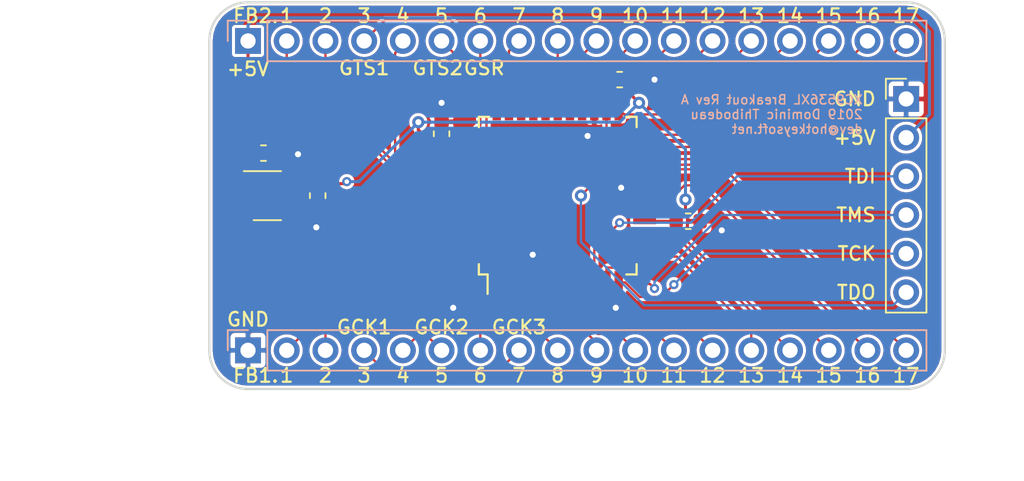
<source format=kicad_pcb>
(kicad_pcb (version 20171130) (host pcbnew "(5.1.4)-1")

  (general
    (thickness 1.6)
    (drawings 62)
    (tracks 258)
    (zones 0)
    (modules 10)
    (nets 43)
  )

  (page A4)
  (title_block
    (title "8 bit 7 segment indicator")
    (date 2019-08-10)
    (rev B)
  )

  (layers
    (0 F.Cu signal)
    (31 B.Cu signal)
    (32 B.Adhes user hide)
    (33 F.Adhes user hide)
    (34 B.Paste user hide)
    (35 F.Paste user hide)
    (36 B.SilkS user)
    (37 F.SilkS user)
    (38 B.Mask user hide)
    (39 F.Mask user hide)
    (44 Edge.Cuts user hide)
    (45 Margin user hide)
    (46 B.CrtYd user hide)
    (47 F.CrtYd user hide)
    (48 B.Fab user hide)
    (49 F.Fab user)
  )

  (setup
    (last_trace_width 0.15)
    (trace_clearance 0.15)
    (zone_clearance 0.15)
    (zone_45_only no)
    (trace_min 0.15)
    (via_size 0.6)
    (via_drill 0.3)
    (via_min_size 0.6)
    (via_min_drill 0.3)
    (user_via 0.8 0.4)
    (uvia_size 0.3)
    (uvia_drill 0.1)
    (uvias_allowed no)
    (uvia_min_size 0.2)
    (uvia_min_drill 0.1)
    (edge_width 0.15)
    (segment_width 0.2)
    (pcb_text_width 0.3)
    (pcb_text_size 1.5 1.5)
    (mod_edge_width 0.15)
    (mod_text_size 1 1)
    (mod_text_width 0.15)
    (pad_size 1.524 1.524)
    (pad_drill 0.762)
    (pad_to_mask_clearance 0.1)
    (aux_axis_origin 0 0)
    (visible_elements 7FFFFFFF)
    (pcbplotparams
      (layerselection 0x010f0_ffffffff)
      (usegerberextensions false)
      (usegerberattributes false)
      (usegerberadvancedattributes false)
      (creategerberjobfile false)
      (excludeedgelayer true)
      (linewidth 0.100000)
      (plotframeref false)
      (viasonmask false)
      (mode 1)
      (useauxorigin false)
      (hpglpennumber 1)
      (hpglpenspeed 20)
      (hpglpendiameter 15.000000)
      (psnegative false)
      (psa4output false)
      (plotreference true)
      (plotvalue true)
      (plotinvisibletext false)
      (padsonsilk false)
      (subtractmaskfromsilk false)
      (outputformat 1)
      (mirror false)
      (drillshape 0)
      (scaleselection 1)
      (outputdirectory "plot"))
  )

  (net 0 "")
  (net 1 GND)
  (net 2 +3V3)
  (net 3 +5V)
  (net 4 "Net-(U2-Pad4)")
  (net 5 /P2-17)
  (net 6 /P2-16)
  (net 7 /P2-15)
  (net 8 /P2-14)
  (net 9 /P2-13)
  (net 10 /P2-12)
  (net 11 /P2-11)
  (net 12 /P2-10)
  (net 13 /P2-9)
  (net 14 /P2-8)
  (net 15 /P2-7)
  (net 16 /P2-6)
  (net 17 /P2-5)
  (net 18 /P2-4)
  (net 19 /P2-3)
  (net 20 /P2-2)
  (net 21 /P2-1)
  (net 22 /P1-17)
  (net 23 /P1-16)
  (net 24 /P1-15)
  (net 25 /P1-14)
  (net 26 /P1-13)
  (net 27 /P1-12)
  (net 28 /P1-11)
  (net 29 /P1-10)
  (net 30 /P1-9)
  (net 31 /P1-8)
  (net 32 /P1-7)
  (net 33 /P1-6)
  (net 34 /P1-5)
  (net 35 /P1-4)
  (net 36 /P1-3)
  (net 37 /P1-2)
  (net 38 /P1-1)
  (net 39 /TDO)
  (net 40 /TCK)
  (net 41 /TMS)
  (net 42 /TDI)

  (net_class Default "This is the default net class."
    (clearance 0.15)
    (trace_width 0.15)
    (via_dia 0.6)
    (via_drill 0.3)
    (uvia_dia 0.3)
    (uvia_drill 0.1)
    (add_net /P1-1)
    (add_net /P1-10)
    (add_net /P1-11)
    (add_net /P1-12)
    (add_net /P1-13)
    (add_net /P1-14)
    (add_net /P1-15)
    (add_net /P1-16)
    (add_net /P1-17)
    (add_net /P1-2)
    (add_net /P1-3)
    (add_net /P1-4)
    (add_net /P1-5)
    (add_net /P1-6)
    (add_net /P1-7)
    (add_net /P1-8)
    (add_net /P1-9)
    (add_net /P2-1)
    (add_net /P2-10)
    (add_net /P2-11)
    (add_net /P2-12)
    (add_net /P2-13)
    (add_net /P2-14)
    (add_net /P2-15)
    (add_net /P2-16)
    (add_net /P2-17)
    (add_net /P2-2)
    (add_net /P2-3)
    (add_net /P2-4)
    (add_net /P2-5)
    (add_net /P2-6)
    (add_net /P2-7)
    (add_net /P2-8)
    (add_net /P2-9)
    (add_net /TCK)
    (add_net /TDI)
    (add_net /TDO)
    (add_net /TMS)
    (add_net "Net-(U2-Pad4)")
  )

  (net_class POWER ""
    (clearance 0.2)
    (trace_width 0.2)
    (via_dia 0.8)
    (via_drill 0.4)
    (uvia_dia 0.3)
    (uvia_drill 0.1)
    (add_net +3V3)
    (add_net +5V)
    (add_net GND)
  )

  (module Capacitor_SMD:C_0603_1608Metric (layer F.Cu) (tedit 5B301BBE) (tstamp 5DB1FFEE)
    (at 75.692 45.72 270)
    (descr "Capacitor SMD 0603 (1608 Metric), square (rectangular) end terminal, IPC_7351 nominal, (Body size source: http://www.tortai-tech.com/upload/download/2011102023233369053.pdf), generated with kicad-footprint-generator")
    (tags capacitor)
    (path /5DBD69C8)
    (attr smd)
    (fp_text reference C5 (at 0 -1.43 90) (layer F.SilkS) hide
      (effects (font (size 1 1) (thickness 0.15)))
    )
    (fp_text value 1uF (at 0 1.43 90) (layer F.Fab)
      (effects (font (size 1 1) (thickness 0.15)))
    )
    (fp_text user %R (at 0 0 90) (layer F.Fab)
      (effects (font (size 0.4 0.4) (thickness 0.06)))
    )
    (fp_line (start 1.48 0.73) (end -1.48 0.73) (layer F.CrtYd) (width 0.05))
    (fp_line (start 1.48 -0.73) (end 1.48 0.73) (layer F.CrtYd) (width 0.05))
    (fp_line (start -1.48 -0.73) (end 1.48 -0.73) (layer F.CrtYd) (width 0.05))
    (fp_line (start -1.48 0.73) (end -1.48 -0.73) (layer F.CrtYd) (width 0.05))
    (fp_line (start -0.162779 0.51) (end 0.162779 0.51) (layer F.SilkS) (width 0.12))
    (fp_line (start -0.162779 -0.51) (end 0.162779 -0.51) (layer F.SilkS) (width 0.12))
    (fp_line (start 0.8 0.4) (end -0.8 0.4) (layer F.Fab) (width 0.1))
    (fp_line (start 0.8 -0.4) (end 0.8 0.4) (layer F.Fab) (width 0.1))
    (fp_line (start -0.8 -0.4) (end 0.8 -0.4) (layer F.Fab) (width 0.1))
    (fp_line (start -0.8 0.4) (end -0.8 -0.4) (layer F.Fab) (width 0.1))
    (pad 2 smd roundrect (at 0.7875 0 270) (size 0.875 0.95) (layers F.Cu F.Paste F.Mask) (roundrect_rratio 0.25)
      (net 1 GND))
    (pad 1 smd roundrect (at -0.7875 0 270) (size 0.875 0.95) (layers F.Cu F.Paste F.Mask) (roundrect_rratio 0.25)
      (net 2 +3V3))
    (model ${KISYS3DMOD}/Capacitor_SMD.3dshapes/C_0603_1608Metric.wrl
      (at (xyz 0 0 0))
      (scale (xyz 1 1 1))
      (rotate (xyz 0 0 0))
    )
  )

  (module Capacitor_SMD:C_0603_1608Metric (layer F.Cu) (tedit 5B301BBE) (tstamp 5DB1FFDD)
    (at 72.136 42.926)
    (descr "Capacitor SMD 0603 (1608 Metric), square (rectangular) end terminal, IPC_7351 nominal, (Body size source: http://www.tortai-tech.com/upload/download/2011102023233369053.pdf), generated with kicad-footprint-generator")
    (tags capacitor)
    (path /5DBD69BE)
    (attr smd)
    (fp_text reference C4 (at 2.2 0 270) (layer F.SilkS) hide
      (effects (font (size 1 1) (thickness 0.15)))
    )
    (fp_text value 1uF (at 0 1.43) (layer F.Fab)
      (effects (font (size 1 1) (thickness 0.15)))
    )
    (fp_text user %R (at 0 0) (layer F.Fab)
      (effects (font (size 0.4 0.4) (thickness 0.06)))
    )
    (fp_line (start 1.48 0.73) (end -1.48 0.73) (layer F.CrtYd) (width 0.05))
    (fp_line (start 1.48 -0.73) (end 1.48 0.73) (layer F.CrtYd) (width 0.05))
    (fp_line (start -1.48 -0.73) (end 1.48 -0.73) (layer F.CrtYd) (width 0.05))
    (fp_line (start -1.48 0.73) (end -1.48 -0.73) (layer F.CrtYd) (width 0.05))
    (fp_line (start -0.162779 0.51) (end 0.162779 0.51) (layer F.SilkS) (width 0.12))
    (fp_line (start -0.162779 -0.51) (end 0.162779 -0.51) (layer F.SilkS) (width 0.12))
    (fp_line (start 0.8 0.4) (end -0.8 0.4) (layer F.Fab) (width 0.1))
    (fp_line (start 0.8 -0.4) (end 0.8 0.4) (layer F.Fab) (width 0.1))
    (fp_line (start -0.8 -0.4) (end 0.8 -0.4) (layer F.Fab) (width 0.1))
    (fp_line (start -0.8 0.4) (end -0.8 -0.4) (layer F.Fab) (width 0.1))
    (pad 2 smd roundrect (at 0.7875 0) (size 0.875 0.95) (layers F.Cu F.Paste F.Mask) (roundrect_rratio 0.25)
      (net 1 GND))
    (pad 1 smd roundrect (at -0.7875 0) (size 0.875 0.95) (layers F.Cu F.Paste F.Mask) (roundrect_rratio 0.25)
      (net 3 +5V))
    (model ${KISYS3DMOD}/Capacitor_SMD.3dshapes/C_0603_1608Metric.wrl
      (at (xyz 0 0 0))
      (scale (xyz 1 1 1))
      (rotate (xyz 0 0 0))
    )
  )

  (module Capacitor_SMD:C_0603_1608Metric (layer F.Cu) (tedit 5B301BBE) (tstamp 5DB1F568)
    (at 95.504 38.1)
    (descr "Capacitor SMD 0603 (1608 Metric), square (rectangular) end terminal, IPC_7351 nominal, (Body size source: http://www.tortai-tech.com/upload/download/2011102023233369053.pdf), generated with kicad-footprint-generator")
    (tags capacitor)
    (path /5DB79625)
    (attr smd)
    (fp_text reference C3 (at 2.8 0) (layer F.SilkS) hide
      (effects (font (size 1 1) (thickness 0.15)))
    )
    (fp_text value 0.1uF (at 0 1.43) (layer F.Fab)
      (effects (font (size 1 1) (thickness 0.15)))
    )
    (fp_text user %R (at 0 0) (layer F.Fab)
      (effects (font (size 0.4 0.4) (thickness 0.06)))
    )
    (fp_line (start 1.48 0.73) (end -1.48 0.73) (layer F.CrtYd) (width 0.05))
    (fp_line (start 1.48 -0.73) (end 1.48 0.73) (layer F.CrtYd) (width 0.05))
    (fp_line (start -1.48 -0.73) (end 1.48 -0.73) (layer F.CrtYd) (width 0.05))
    (fp_line (start -1.48 0.73) (end -1.48 -0.73) (layer F.CrtYd) (width 0.05))
    (fp_line (start -0.162779 0.51) (end 0.162779 0.51) (layer F.SilkS) (width 0.12))
    (fp_line (start -0.162779 -0.51) (end 0.162779 -0.51) (layer F.SilkS) (width 0.12))
    (fp_line (start 0.8 0.4) (end -0.8 0.4) (layer F.Fab) (width 0.1))
    (fp_line (start 0.8 -0.4) (end 0.8 0.4) (layer F.Fab) (width 0.1))
    (fp_line (start -0.8 -0.4) (end 0.8 -0.4) (layer F.Fab) (width 0.1))
    (fp_line (start -0.8 0.4) (end -0.8 -0.4) (layer F.Fab) (width 0.1))
    (pad 2 smd roundrect (at 0.7875 0) (size 0.875 0.95) (layers F.Cu F.Paste F.Mask) (roundrect_rratio 0.25)
      (net 1 GND))
    (pad 1 smd roundrect (at -0.7875 0) (size 0.875 0.95) (layers F.Cu F.Paste F.Mask) (roundrect_rratio 0.25)
      (net 2 +3V3))
    (model ${KISYS3DMOD}/Capacitor_SMD.3dshapes/C_0603_1608Metric.wrl
      (at (xyz 0 0 0))
      (scale (xyz 1 1 1))
      (rotate (xyz 0 0 0))
    )
  )

  (module Capacitor_SMD:C_0603_1608Metric (layer F.Cu) (tedit 5B301BBE) (tstamp 5D529DFF)
    (at 100 47.4)
    (descr "Capacitor SMD 0603 (1608 Metric), square (rectangular) end terminal, IPC_7351 nominal, (Body size source: http://www.tortai-tech.com/upload/download/2011102023233369053.pdf), generated with kicad-footprint-generator")
    (tags capacitor)
    (path /5D50F7BC)
    (attr smd)
    (fp_text reference C2 (at 0 -1.43) (layer F.SilkS) hide
      (effects (font (size 1 1) (thickness 0.15)))
    )
    (fp_text value 0.1uF (at 0 1.43) (layer F.Fab)
      (effects (font (size 1 1) (thickness 0.15)))
    )
    (fp_text user %R (at 0 0) (layer F.Fab)
      (effects (font (size 0.4 0.4) (thickness 0.06)))
    )
    (fp_line (start 1.48 0.73) (end -1.48 0.73) (layer F.CrtYd) (width 0.05))
    (fp_line (start 1.48 -0.73) (end 1.48 0.73) (layer F.CrtYd) (width 0.05))
    (fp_line (start -1.48 -0.73) (end 1.48 -0.73) (layer F.CrtYd) (width 0.05))
    (fp_line (start -1.48 0.73) (end -1.48 -0.73) (layer F.CrtYd) (width 0.05))
    (fp_line (start -0.162779 0.51) (end 0.162779 0.51) (layer F.SilkS) (width 0.12))
    (fp_line (start -0.162779 -0.51) (end 0.162779 -0.51) (layer F.SilkS) (width 0.12))
    (fp_line (start 0.8 0.4) (end -0.8 0.4) (layer F.Fab) (width 0.1))
    (fp_line (start 0.8 -0.4) (end 0.8 0.4) (layer F.Fab) (width 0.1))
    (fp_line (start -0.8 -0.4) (end 0.8 -0.4) (layer F.Fab) (width 0.1))
    (fp_line (start -0.8 0.4) (end -0.8 -0.4) (layer F.Fab) (width 0.1))
    (pad 2 smd roundrect (at 0.7875 0) (size 0.875 0.95) (layers F.Cu F.Paste F.Mask) (roundrect_rratio 0.25)
      (net 1 GND))
    (pad 1 smd roundrect (at -0.7875 0) (size 0.875 0.95) (layers F.Cu F.Paste F.Mask) (roundrect_rratio 0.25)
      (net 2 +3V3))
    (model ${KISYS3DMOD}/Capacitor_SMD.3dshapes/C_0603_1608Metric.wrl
      (at (xyz 0 0 0))
      (scale (xyz 1 1 1))
      (rotate (xyz 0 0 0))
    )
  )

  (module Capacitor_SMD:C_0603_1608Metric (layer F.Cu) (tedit 5B301BBE) (tstamp 5D52AF4E)
    (at 83.82 41.656 90)
    (descr "Capacitor SMD 0603 (1608 Metric), square (rectangular) end terminal, IPC_7351 nominal, (Body size source: http://www.tortai-tech.com/upload/download/2011102023233369053.pdf), generated with kicad-footprint-generator")
    (tags capacitor)
    (path /5D362615)
    (attr smd)
    (fp_text reference C1 (at 0 -1.43 90) (layer F.SilkS) hide
      (effects (font (size 1 1) (thickness 0.15)))
    )
    (fp_text value 0.1uF (at 0 1.43 90) (layer F.Fab)
      (effects (font (size 1 1) (thickness 0.15)))
    )
    (fp_text user %R (at 0 0 90) (layer F.Fab)
      (effects (font (size 0.4 0.4) (thickness 0.06)))
    )
    (fp_line (start 1.48 0.73) (end -1.48 0.73) (layer F.CrtYd) (width 0.05))
    (fp_line (start 1.48 -0.73) (end 1.48 0.73) (layer F.CrtYd) (width 0.05))
    (fp_line (start -1.48 -0.73) (end 1.48 -0.73) (layer F.CrtYd) (width 0.05))
    (fp_line (start -1.48 0.73) (end -1.48 -0.73) (layer F.CrtYd) (width 0.05))
    (fp_line (start -0.162779 0.51) (end 0.162779 0.51) (layer F.SilkS) (width 0.12))
    (fp_line (start -0.162779 -0.51) (end 0.162779 -0.51) (layer F.SilkS) (width 0.12))
    (fp_line (start 0.8 0.4) (end -0.8 0.4) (layer F.Fab) (width 0.1))
    (fp_line (start 0.8 -0.4) (end 0.8 0.4) (layer F.Fab) (width 0.1))
    (fp_line (start -0.8 -0.4) (end 0.8 -0.4) (layer F.Fab) (width 0.1))
    (fp_line (start -0.8 0.4) (end -0.8 -0.4) (layer F.Fab) (width 0.1))
    (pad 2 smd roundrect (at 0.7875 0 90) (size 0.875 0.95) (layers F.Cu F.Paste F.Mask) (roundrect_rratio 0.25)
      (net 1 GND))
    (pad 1 smd roundrect (at -0.7875 0 90) (size 0.875 0.95) (layers F.Cu F.Paste F.Mask) (roundrect_rratio 0.25)
      (net 2 +3V3))
    (model ${KISYS3DMOD}/Capacitor_SMD.3dshapes/C_0603_1608Metric.wrl
      (at (xyz 0 0 0))
      (scale (xyz 1 1 1))
      (rotate (xyz 0 0 0))
    )
  )

  (module Package_TO_SOT_SMD:SOT-23-5 (layer F.Cu) (tedit 5A02FF57) (tstamp 5DB1F6AF)
    (at 72.39 45.72)
    (descr "5-pin SOT23 package")
    (tags SOT-23-5)
    (path /5DB6658B)
    (attr smd)
    (fp_text reference U2 (at 0 2.54) (layer F.SilkS) hide
      (effects (font (size 1 1) (thickness 0.15)))
    )
    (fp_text value MIC5504-3.3YM5 (at 0 2.9) (layer F.Fab)
      (effects (font (size 1 1) (thickness 0.15)))
    )
    (fp_line (start 0.9 -1.55) (end 0.9 1.55) (layer F.Fab) (width 0.1))
    (fp_line (start 0.9 1.55) (end -0.9 1.55) (layer F.Fab) (width 0.1))
    (fp_line (start -0.9 -0.9) (end -0.9 1.55) (layer F.Fab) (width 0.1))
    (fp_line (start 0.9 -1.55) (end -0.25 -1.55) (layer F.Fab) (width 0.1))
    (fp_line (start -0.9 -0.9) (end -0.25 -1.55) (layer F.Fab) (width 0.1))
    (fp_line (start -1.9 1.8) (end -1.9 -1.8) (layer F.CrtYd) (width 0.05))
    (fp_line (start 1.9 1.8) (end -1.9 1.8) (layer F.CrtYd) (width 0.05))
    (fp_line (start 1.9 -1.8) (end 1.9 1.8) (layer F.CrtYd) (width 0.05))
    (fp_line (start -1.9 -1.8) (end 1.9 -1.8) (layer F.CrtYd) (width 0.05))
    (fp_line (start 0.9 -1.61) (end -1.55 -1.61) (layer F.SilkS) (width 0.12))
    (fp_line (start -0.9 1.61) (end 0.9 1.61) (layer F.SilkS) (width 0.12))
    (fp_text user %R (at 0 0 90) (layer F.Fab)
      (effects (font (size 0.5 0.5) (thickness 0.075)))
    )
    (pad 5 smd rect (at 1.1 -0.95) (size 1.06 0.65) (layers F.Cu F.Paste F.Mask)
      (net 2 +3V3))
    (pad 4 smd rect (at 1.1 0.95) (size 1.06 0.65) (layers F.Cu F.Paste F.Mask)
      (net 4 "Net-(U2-Pad4)"))
    (pad 3 smd rect (at -1.1 0.95) (size 1.06 0.65) (layers F.Cu F.Paste F.Mask)
      (net 3 +5V))
    (pad 2 smd rect (at -1.1 0) (size 1.06 0.65) (layers F.Cu F.Paste F.Mask)
      (net 1 GND))
    (pad 1 smd rect (at -1.1 -0.95) (size 1.06 0.65) (layers F.Cu F.Paste F.Mask)
      (net 3 +5V))
    (model ${KISYS3DMOD}/Package_TO_SOT_SMD.3dshapes/SOT-23-5.wrl
      (at (xyz 0 0 0))
      (scale (xyz 1 1 1))
      (rotate (xyz 0 0 0))
    )
  )

  (module Connector_PinHeader_2.54mm:PinHeader_1x06_P2.54mm_Vertical (layer F.Cu) (tedit 59FED5CC) (tstamp 5DB1F616)
    (at 114.3 39.37)
    (descr "Through hole straight pin header, 1x06, 2.54mm pitch, single row")
    (tags "Through hole pin header THT 1x06 2.54mm single row")
    (path /5DBB0774)
    (fp_text reference J3 (at 0 14.478) (layer F.SilkS) hide
      (effects (font (size 1 1) (thickness 0.15)))
    )
    (fp_text value JTAG (at 0 15.03) (layer F.Fab)
      (effects (font (size 1 1) (thickness 0.15)))
    )
    (fp_text user %R (at 0 6.35 90) (layer F.Fab)
      (effects (font (size 1 1) (thickness 0.15)))
    )
    (fp_line (start 1.8 -1.8) (end -1.8 -1.8) (layer F.CrtYd) (width 0.05))
    (fp_line (start 1.8 14.5) (end 1.8 -1.8) (layer F.CrtYd) (width 0.05))
    (fp_line (start -1.8 14.5) (end 1.8 14.5) (layer F.CrtYd) (width 0.05))
    (fp_line (start -1.8 -1.8) (end -1.8 14.5) (layer F.CrtYd) (width 0.05))
    (fp_line (start -1.33 -1.33) (end 0 -1.33) (layer F.SilkS) (width 0.12))
    (fp_line (start -1.33 0) (end -1.33 -1.33) (layer F.SilkS) (width 0.12))
    (fp_line (start -1.33 1.27) (end 1.33 1.27) (layer F.SilkS) (width 0.12))
    (fp_line (start 1.33 1.27) (end 1.33 14.03) (layer F.SilkS) (width 0.12))
    (fp_line (start -1.33 1.27) (end -1.33 14.03) (layer F.SilkS) (width 0.12))
    (fp_line (start -1.33 14.03) (end 1.33 14.03) (layer F.SilkS) (width 0.12))
    (fp_line (start -1.27 -0.635) (end -0.635 -1.27) (layer F.Fab) (width 0.1))
    (fp_line (start -1.27 13.97) (end -1.27 -0.635) (layer F.Fab) (width 0.1))
    (fp_line (start 1.27 13.97) (end -1.27 13.97) (layer F.Fab) (width 0.1))
    (fp_line (start 1.27 -1.27) (end 1.27 13.97) (layer F.Fab) (width 0.1))
    (fp_line (start -0.635 -1.27) (end 1.27 -1.27) (layer F.Fab) (width 0.1))
    (pad 6 thru_hole oval (at 0 12.7) (size 1.7 1.7) (drill 1) (layers *.Cu *.Mask)
      (net 39 /TDO))
    (pad 5 thru_hole oval (at 0 10.16) (size 1.7 1.7) (drill 1) (layers *.Cu *.Mask)
      (net 40 /TCK))
    (pad 4 thru_hole oval (at 0 7.62) (size 1.7 1.7) (drill 1) (layers *.Cu *.Mask)
      (net 41 /TMS))
    (pad 3 thru_hole oval (at 0 5.08) (size 1.7 1.7) (drill 1) (layers *.Cu *.Mask)
      (net 42 /TDI))
    (pad 2 thru_hole oval (at 0 2.54) (size 1.7 1.7) (drill 1) (layers *.Cu *.Mask)
      (net 3 +5V))
    (pad 1 thru_hole rect (at 0 0) (size 1.7 1.7) (drill 1) (layers *.Cu *.Mask)
      (net 1 GND))
    (model ${KISYS3DMOD}/Connector_PinHeader_2.54mm.3dshapes/PinHeader_1x06_P2.54mm_Vertical.wrl
      (at (xyz 0 0 0))
      (scale (xyz 1 1 1))
      (rotate (xyz 0 0 0))
    )
  )

  (module Connector_PinHeader_2.54mm:PinHeader_1x18_P2.54mm_Vertical (layer B.Cu) (tedit 59FED5CC) (tstamp 5D395003)
    (at 71.12 55.88 270)
    (descr "Through hole straight pin header, 1x18, 2.54mm pitch, single row")
    (tags "Through hole pin header THT 1x18 2.54mm single row")
    (path /5D36003B)
    (fp_text reference J2 (at 0 1.905) (layer B.SilkS) hide
      (effects (font (size 1 1) (thickness 0.15)) (justify mirror))
    )
    (fp_text value 1-18 (at 0 -45.51 90) (layer B.Fab)
      (effects (font (size 1 1) (thickness 0.15)) (justify mirror))
    )
    (fp_text user %R (at 0 -21.59 180) (layer B.Fab)
      (effects (font (size 1 1) (thickness 0.15)) (justify mirror))
    )
    (fp_line (start 1.8 1.8) (end -1.8 1.8) (layer B.CrtYd) (width 0.05))
    (fp_line (start 1.8 -44.95) (end 1.8 1.8) (layer B.CrtYd) (width 0.05))
    (fp_line (start -1.8 -44.95) (end 1.8 -44.95) (layer B.CrtYd) (width 0.05))
    (fp_line (start -1.8 1.8) (end -1.8 -44.95) (layer B.CrtYd) (width 0.05))
    (fp_line (start -1.33 1.33) (end 0 1.33) (layer B.SilkS) (width 0.12))
    (fp_line (start -1.33 0) (end -1.33 1.33) (layer B.SilkS) (width 0.12))
    (fp_line (start -1.33 -1.27) (end 1.33 -1.27) (layer B.SilkS) (width 0.12))
    (fp_line (start 1.33 -1.27) (end 1.33 -44.51) (layer B.SilkS) (width 0.12))
    (fp_line (start -1.33 -1.27) (end -1.33 -44.51) (layer B.SilkS) (width 0.12))
    (fp_line (start -1.33 -44.51) (end 1.33 -44.51) (layer B.SilkS) (width 0.12))
    (fp_line (start -1.27 0.635) (end -0.635 1.27) (layer B.Fab) (width 0.1))
    (fp_line (start -1.27 -44.45) (end -1.27 0.635) (layer B.Fab) (width 0.1))
    (fp_line (start 1.27 -44.45) (end -1.27 -44.45) (layer B.Fab) (width 0.1))
    (fp_line (start 1.27 1.27) (end 1.27 -44.45) (layer B.Fab) (width 0.1))
    (fp_line (start -0.635 1.27) (end 1.27 1.27) (layer B.Fab) (width 0.1))
    (pad 18 thru_hole oval (at 0 -43.18 270) (size 1.7 1.7) (drill 1) (layers *.Cu *.Mask)
      (net 22 /P1-17))
    (pad 17 thru_hole oval (at 0 -40.64 270) (size 1.7 1.7) (drill 1) (layers *.Cu *.Mask)
      (net 23 /P1-16))
    (pad 16 thru_hole oval (at 0 -38.1 270) (size 1.7 1.7) (drill 1) (layers *.Cu *.Mask)
      (net 24 /P1-15))
    (pad 15 thru_hole oval (at 0 -35.56 270) (size 1.7 1.7) (drill 1) (layers *.Cu *.Mask)
      (net 25 /P1-14))
    (pad 14 thru_hole oval (at 0 -33.02 270) (size 1.7 1.7) (drill 1) (layers *.Cu *.Mask)
      (net 26 /P1-13))
    (pad 13 thru_hole oval (at 0 -30.48 270) (size 1.7 1.7) (drill 1) (layers *.Cu *.Mask)
      (net 27 /P1-12))
    (pad 12 thru_hole oval (at 0 -27.94 270) (size 1.7 1.7) (drill 1) (layers *.Cu *.Mask)
      (net 28 /P1-11))
    (pad 11 thru_hole oval (at 0 -25.4 270) (size 1.7 1.7) (drill 1) (layers *.Cu *.Mask)
      (net 29 /P1-10))
    (pad 10 thru_hole oval (at 0 -22.86 270) (size 1.7 1.7) (drill 1) (layers *.Cu *.Mask)
      (net 30 /P1-9))
    (pad 9 thru_hole oval (at 0 -20.32 270) (size 1.7 1.7) (drill 1) (layers *.Cu *.Mask)
      (net 31 /P1-8))
    (pad 8 thru_hole oval (at 0 -17.78 270) (size 1.7 1.7) (drill 1) (layers *.Cu *.Mask)
      (net 32 /P1-7))
    (pad 7 thru_hole oval (at 0 -15.24 270) (size 1.7 1.7) (drill 1) (layers *.Cu *.Mask)
      (net 33 /P1-6))
    (pad 6 thru_hole oval (at 0 -12.7 270) (size 1.7 1.7) (drill 1) (layers *.Cu *.Mask)
      (net 34 /P1-5))
    (pad 5 thru_hole oval (at 0 -10.16 270) (size 1.7 1.7) (drill 1) (layers *.Cu *.Mask)
      (net 35 /P1-4))
    (pad 4 thru_hole oval (at 0 -7.62 270) (size 1.7 1.7) (drill 1) (layers *.Cu *.Mask)
      (net 36 /P1-3))
    (pad 3 thru_hole oval (at 0 -5.08 270) (size 1.7 1.7) (drill 1) (layers *.Cu *.Mask)
      (net 37 /P1-2))
    (pad 2 thru_hole oval (at 0 -2.54 270) (size 1.7 1.7) (drill 1) (layers *.Cu *.Mask)
      (net 38 /P1-1))
    (pad 1 thru_hole rect (at 0 0 270) (size 1.7 1.7) (drill 1) (layers *.Cu *.Mask)
      (net 1 GND))
    (model ${KISYS3DMOD}/Connector_PinHeader_2.54mm.3dshapes/PinHeader_1x18_P2.54mm_Vertical.wrl
      (at (xyz 0 0 0))
      (scale (xyz 1 1 1))
      (rotate (xyz 0 0 0))
    )
  )

  (module Connector_PinHeader_2.54mm:PinHeader_1x18_P2.54mm_Vertical (layer B.Cu) (tedit 59FED5CC) (tstamp 5D394FDB)
    (at 71.12 35.56 270)
    (descr "Through hole straight pin header, 1x18, 2.54mm pitch, single row")
    (tags "Through hole pin header THT 1x18 2.54mm single row")
    (path /5D35FF85)
    (fp_text reference J1 (at 0 1.905) (layer B.SilkS) hide
      (effects (font (size 1 1) (thickness 0.15)) (justify mirror))
    )
    (fp_text value 19-36 (at 0 -45.51 90) (layer B.Fab)
      (effects (font (size 1 1) (thickness 0.15)) (justify mirror))
    )
    (fp_text user %R (at 0 -21.59 180) (layer B.Fab)
      (effects (font (size 1 1) (thickness 0.15)) (justify mirror))
    )
    (fp_line (start 1.8 1.8) (end -1.8 1.8) (layer B.CrtYd) (width 0.05))
    (fp_line (start 1.8 -44.95) (end 1.8 1.8) (layer B.CrtYd) (width 0.05))
    (fp_line (start -1.8 -44.95) (end 1.8 -44.95) (layer B.CrtYd) (width 0.05))
    (fp_line (start -1.8 1.8) (end -1.8 -44.95) (layer B.CrtYd) (width 0.05))
    (fp_line (start -1.33 1.33) (end 0 1.33) (layer B.SilkS) (width 0.12))
    (fp_line (start -1.33 0) (end -1.33 1.33) (layer B.SilkS) (width 0.12))
    (fp_line (start -1.33 -1.27) (end 1.33 -1.27) (layer B.SilkS) (width 0.12))
    (fp_line (start 1.33 -1.27) (end 1.33 -44.51) (layer B.SilkS) (width 0.12))
    (fp_line (start -1.33 -1.27) (end -1.33 -44.51) (layer B.SilkS) (width 0.12))
    (fp_line (start -1.33 -44.51) (end 1.33 -44.51) (layer B.SilkS) (width 0.12))
    (fp_line (start -1.27 0.635) (end -0.635 1.27) (layer B.Fab) (width 0.1))
    (fp_line (start -1.27 -44.45) (end -1.27 0.635) (layer B.Fab) (width 0.1))
    (fp_line (start 1.27 -44.45) (end -1.27 -44.45) (layer B.Fab) (width 0.1))
    (fp_line (start 1.27 1.27) (end 1.27 -44.45) (layer B.Fab) (width 0.1))
    (fp_line (start -0.635 1.27) (end 1.27 1.27) (layer B.Fab) (width 0.1))
    (pad 18 thru_hole oval (at 0 -43.18 270) (size 1.7 1.7) (drill 1) (layers *.Cu *.Mask)
      (net 5 /P2-17))
    (pad 17 thru_hole oval (at 0 -40.64 270) (size 1.7 1.7) (drill 1) (layers *.Cu *.Mask)
      (net 6 /P2-16))
    (pad 16 thru_hole oval (at 0 -38.1 270) (size 1.7 1.7) (drill 1) (layers *.Cu *.Mask)
      (net 7 /P2-15))
    (pad 15 thru_hole oval (at 0 -35.56 270) (size 1.7 1.7) (drill 1) (layers *.Cu *.Mask)
      (net 8 /P2-14))
    (pad 14 thru_hole oval (at 0 -33.02 270) (size 1.7 1.7) (drill 1) (layers *.Cu *.Mask)
      (net 9 /P2-13))
    (pad 13 thru_hole oval (at 0 -30.48 270) (size 1.7 1.7) (drill 1) (layers *.Cu *.Mask)
      (net 10 /P2-12))
    (pad 12 thru_hole oval (at 0 -27.94 270) (size 1.7 1.7) (drill 1) (layers *.Cu *.Mask)
      (net 11 /P2-11))
    (pad 11 thru_hole oval (at 0 -25.4 270) (size 1.7 1.7) (drill 1) (layers *.Cu *.Mask)
      (net 12 /P2-10))
    (pad 10 thru_hole oval (at 0 -22.86 270) (size 1.7 1.7) (drill 1) (layers *.Cu *.Mask)
      (net 13 /P2-9))
    (pad 9 thru_hole oval (at 0 -20.32 270) (size 1.7 1.7) (drill 1) (layers *.Cu *.Mask)
      (net 14 /P2-8))
    (pad 8 thru_hole oval (at 0 -17.78 270) (size 1.7 1.7) (drill 1) (layers *.Cu *.Mask)
      (net 15 /P2-7))
    (pad 7 thru_hole oval (at 0 -15.24 270) (size 1.7 1.7) (drill 1) (layers *.Cu *.Mask)
      (net 16 /P2-6))
    (pad 6 thru_hole oval (at 0 -12.7 270) (size 1.7 1.7) (drill 1) (layers *.Cu *.Mask)
      (net 17 /P2-5))
    (pad 5 thru_hole oval (at 0 -10.16 270) (size 1.7 1.7) (drill 1) (layers *.Cu *.Mask)
      (net 18 /P2-4))
    (pad 4 thru_hole oval (at 0 -7.62 270) (size 1.7 1.7) (drill 1) (layers *.Cu *.Mask)
      (net 19 /P2-3))
    (pad 3 thru_hole oval (at 0 -5.08 270) (size 1.7 1.7) (drill 1) (layers *.Cu *.Mask)
      (net 20 /P2-2))
    (pad 2 thru_hole oval (at 0 -2.54 270) (size 1.7 1.7) (drill 1) (layers *.Cu *.Mask)
      (net 21 /P2-1))
    (pad 1 thru_hole rect (at 0 0 270) (size 1.7 1.7) (drill 1) (layers *.Cu *.Mask)
      (net 3 +5V))
    (model ${KISYS3DMOD}/Connector_PinHeader_2.54mm.3dshapes/PinHeader_1x18_P2.54mm_Vertical.wrl
      (at (xyz 0 0 0))
      (scale (xyz 1 1 1))
      (rotate (xyz 0 0 0))
    )
  )

  (module Package_QFP:TQFP-44_10x10mm_P0.8mm (layer F.Cu) (tedit 5A02F146) (tstamp 5DB1E959)
    (at 91.44 45.72 90)
    (descr "44-Lead Plastic Thin Quad Flatpack (PT) - 10x10x1.0 mm Body [TQFP] (see Microchip Packaging Specification 00000049BS.pdf)")
    (tags "QFP 0.8")
    (path /5DB36FFD)
    (attr smd)
    (fp_text reference U1 (at 0 -7.45 90) (layer F.SilkS) hide
      (effects (font (size 1 1) (thickness 0.15)))
    )
    (fp_text value XC9536XL-VQ44 (at 0 7.45 90) (layer F.Fab)
      (effects (font (size 1 1) (thickness 0.15)))
    )
    (fp_line (start -5.175 -4.6) (end -6.45 -4.6) (layer F.SilkS) (width 0.15))
    (fp_line (start 5.175 -5.175) (end 4.5 -5.175) (layer F.SilkS) (width 0.15))
    (fp_line (start 5.175 5.175) (end 4.5 5.175) (layer F.SilkS) (width 0.15))
    (fp_line (start -5.175 5.175) (end -4.5 5.175) (layer F.SilkS) (width 0.15))
    (fp_line (start -5.175 -5.175) (end -4.5 -5.175) (layer F.SilkS) (width 0.15))
    (fp_line (start -5.175 5.175) (end -5.175 4.5) (layer F.SilkS) (width 0.15))
    (fp_line (start 5.175 5.175) (end 5.175 4.5) (layer F.SilkS) (width 0.15))
    (fp_line (start 5.175 -5.175) (end 5.175 -4.5) (layer F.SilkS) (width 0.15))
    (fp_line (start -5.175 -5.175) (end -5.175 -4.6) (layer F.SilkS) (width 0.15))
    (fp_line (start -6.7 6.7) (end 6.7 6.7) (layer F.CrtYd) (width 0.05))
    (fp_line (start -6.7 -6.7) (end 6.7 -6.7) (layer F.CrtYd) (width 0.05))
    (fp_line (start 6.7 -6.7) (end 6.7 6.7) (layer F.CrtYd) (width 0.05))
    (fp_line (start -6.7 -6.7) (end -6.7 6.7) (layer F.CrtYd) (width 0.05))
    (fp_line (start -5 -4) (end -4 -5) (layer F.Fab) (width 0.15))
    (fp_line (start -5 5) (end -5 -4) (layer F.Fab) (width 0.15))
    (fp_line (start 5 5) (end -5 5) (layer F.Fab) (width 0.15))
    (fp_line (start 5 -5) (end 5 5) (layer F.Fab) (width 0.15))
    (fp_line (start -4 -5) (end 5 -5) (layer F.Fab) (width 0.15))
    (fp_text user %R (at 0 0 90) (layer F.Fab)
      (effects (font (size 1 1) (thickness 0.15)))
    )
    (pad 44 smd rect (at -4 -5.7 180) (size 1.5 0.55) (layers F.Cu F.Paste F.Mask)
      (net 34 /P1-5))
    (pad 43 smd rect (at -3.2 -5.7 180) (size 1.5 0.55) (layers F.Cu F.Paste F.Mask)
      (net 36 /P1-3))
    (pad 42 smd rect (at -2.4 -5.7 180) (size 1.5 0.55) (layers F.Cu F.Paste F.Mask)
      (net 35 /P1-4))
    (pad 41 smd rect (at -1.6 -5.7 180) (size 1.5 0.55) (layers F.Cu F.Paste F.Mask)
      (net 37 /P1-2))
    (pad 40 smd rect (at -0.8 -5.7 180) (size 1.5 0.55) (layers F.Cu F.Paste F.Mask)
      (net 38 /P1-1))
    (pad 39 smd rect (at 0 -5.7 180) (size 1.5 0.55) (layers F.Cu F.Paste F.Mask)
      (net 21 /P2-1))
    (pad 38 smd rect (at 0.8 -5.7 180) (size 1.5 0.55) (layers F.Cu F.Paste F.Mask)
      (net 20 /P2-2))
    (pad 37 smd rect (at 1.6 -5.7 180) (size 1.5 0.55) (layers F.Cu F.Paste F.Mask)
      (net 18 /P2-4))
    (pad 36 smd rect (at 2.4 -5.7 180) (size 1.5 0.55) (layers F.Cu F.Paste F.Mask)
      (net 19 /P2-3))
    (pad 35 smd rect (at 3.2 -5.7 180) (size 1.5 0.55) (layers F.Cu F.Paste F.Mask)
      (net 2 +3V3))
    (pad 34 smd rect (at 4 -5.7 180) (size 1.5 0.55) (layers F.Cu F.Paste F.Mask)
      (net 17 /P2-5))
    (pad 33 smd rect (at 5.7 -4 90) (size 1.5 0.55) (layers F.Cu F.Paste F.Mask)
      (net 16 /P2-6))
    (pad 32 smd rect (at 5.7 -3.2 90) (size 1.5 0.55) (layers F.Cu F.Paste F.Mask)
      (net 15 /P2-7))
    (pad 31 smd rect (at 5.7 -2.4 90) (size 1.5 0.55) (layers F.Cu F.Paste F.Mask)
      (net 14 /P2-8))
    (pad 30 smd rect (at 5.7 -1.6 90) (size 1.5 0.55) (layers F.Cu F.Paste F.Mask)
      (net 13 /P2-9))
    (pad 29 smd rect (at 5.7 -0.8 90) (size 1.5 0.55) (layers F.Cu F.Paste F.Mask)
      (net 12 /P2-10))
    (pad 28 smd rect (at 5.7 0 90) (size 1.5 0.55) (layers F.Cu F.Paste F.Mask)
      (net 11 /P2-11))
    (pad 27 smd rect (at 5.7 0.8 90) (size 1.5 0.55) (layers F.Cu F.Paste F.Mask)
      (net 10 /P2-12))
    (pad 26 smd rect (at 5.7 1.6 90) (size 1.5 0.55) (layers F.Cu F.Paste F.Mask)
      (net 2 +3V3))
    (pad 25 smd rect (at 5.7 2.4 90) (size 1.5 0.55) (layers F.Cu F.Paste F.Mask)
      (net 1 GND))
    (pad 24 smd rect (at 5.7 3.2 90) (size 1.5 0.55) (layers F.Cu F.Paste F.Mask)
      (net 39 /TDO))
    (pad 23 smd rect (at 5.7 4 90) (size 1.5 0.55) (layers F.Cu F.Paste F.Mask)
      (net 9 /P2-13))
    (pad 22 smd rect (at 4 5.7 180) (size 1.5 0.55) (layers F.Cu F.Paste F.Mask)
      (net 8 /P2-14))
    (pad 21 smd rect (at 3.2 5.7 180) (size 1.5 0.55) (layers F.Cu F.Paste F.Mask)
      (net 7 /P2-15))
    (pad 20 smd rect (at 2.4 5.7 180) (size 1.5 0.55) (layers F.Cu F.Paste F.Mask)
      (net 6 /P2-16))
    (pad 19 smd rect (at 1.6 5.7 180) (size 1.5 0.55) (layers F.Cu F.Paste F.Mask)
      (net 5 /P2-17))
    (pad 18 smd rect (at 0.8 5.7 180) (size 1.5 0.55) (layers F.Cu F.Paste F.Mask)
      (net 22 /P1-17))
    (pad 17 smd rect (at 0 5.7 180) (size 1.5 0.55) (layers F.Cu F.Paste F.Mask)
      (net 1 GND))
    (pad 16 smd rect (at -0.8 5.7 180) (size 1.5 0.55) (layers F.Cu F.Paste F.Mask)
      (net 23 /P1-16))
    (pad 15 smd rect (at -1.6 5.7 180) (size 1.5 0.55) (layers F.Cu F.Paste F.Mask)
      (net 2 +3V3))
    (pad 14 smd rect (at -2.4 5.7 180) (size 1.5 0.55) (layers F.Cu F.Paste F.Mask)
      (net 24 /P1-15))
    (pad 13 smd rect (at -3.2 5.7 180) (size 1.5 0.55) (layers F.Cu F.Paste F.Mask)
      (net 25 /P1-14))
    (pad 12 smd rect (at -4 5.7 180) (size 1.5 0.55) (layers F.Cu F.Paste F.Mask)
      (net 26 /P1-13))
    (pad 11 smd rect (at -5.7 4 90) (size 1.5 0.55) (layers F.Cu F.Paste F.Mask)
      (net 40 /TCK))
    (pad 10 smd rect (at -5.7 3.2 90) (size 1.5 0.55) (layers F.Cu F.Paste F.Mask)
      (net 41 /TMS))
    (pad 9 smd rect (at -5.7 2.4 90) (size 1.5 0.55) (layers F.Cu F.Paste F.Mask)
      (net 42 /TDI))
    (pad 8 smd rect (at -5.7 1.6 90) (size 1.5 0.55) (layers F.Cu F.Paste F.Mask)
      (net 27 /P1-12))
    (pad 7 smd rect (at -5.7 0.8 90) (size 1.5 0.55) (layers F.Cu F.Paste F.Mask)
      (net 28 /P1-11))
    (pad 6 smd rect (at -5.7 0 90) (size 1.5 0.55) (layers F.Cu F.Paste F.Mask)
      (net 29 /P1-10))
    (pad 5 smd rect (at -5.7 -0.8 90) (size 1.5 0.55) (layers F.Cu F.Paste F.Mask)
      (net 30 /P1-9))
    (pad 4 smd rect (at -5.7 -1.6 90) (size 1.5 0.55) (layers F.Cu F.Paste F.Mask)
      (net 1 GND))
    (pad 3 smd rect (at -5.7 -2.4 90) (size 1.5 0.55) (layers F.Cu F.Paste F.Mask)
      (net 31 /P1-8))
    (pad 2 smd rect (at -5.7 -3.2 90) (size 1.5 0.55) (layers F.Cu F.Paste F.Mask)
      (net 33 /P1-6))
    (pad 1 smd rect (at -5.7 -4 90) (size 1.5 0.55) (layers F.Cu F.Paste F.Mask)
      (net 32 /P1-7))
    (model ${KISYS3DMOD}/Package_QFP.3dshapes/TQFP-44_10x10mm_P0.8mm.wrl
      (at (xyz 0 0 0))
      (scale (xyz 1 1 1))
      (rotate (xyz 0 0 0))
    )
  )

  (dimension 20.32 (width 0.15) (layer F.Fab)
    (gr_text "0.8 in" (at 120.68 45.72 90) (layer F.Fab)
      (effects (font (size 1 1) (thickness 0.15)))
    )
    (feature1 (pts (xy 114.3 35.56) (xy 119.966421 35.56)))
    (feature2 (pts (xy 114.3 55.88) (xy 119.966421 55.88)))
    (crossbar (pts (xy 119.38 55.88) (xy 119.38 35.56)))
    (arrow1a (pts (xy 119.38 35.56) (xy 119.966421 36.686504)))
    (arrow1b (pts (xy 119.38 35.56) (xy 118.793579 36.686504)))
    (arrow2a (pts (xy 119.38 55.88) (xy 119.966421 54.753496)))
    (arrow2b (pts (xy 119.38 55.88) (xy 118.793579 54.753496)))
  )
  (gr_text FB1. (at 71.628 57.531) (layer F.SilkS) (tstamp 5DB23566)
    (effects (font (size 0.9 0.9) (thickness 0.15)))
  )
  (gr_text GSR (at 86.614 37.338) (layer F.SilkS)
    (effects (font (size 0.9 0.9) (thickness 0.15)))
  )
  (gr_text GTS2 (at 83.566 37.338) (layer F.SilkS)
    (effects (font (size 0.9 0.9) (thickness 0.15)))
  )
  (gr_text GTS1 (at 78.74 37.338) (layer F.SilkS)
    (effects (font (size 0.9 0.9) (thickness 0.15)))
  )
  (gr_text GCK3 (at 88.9 54.356) (layer F.SilkS)
    (effects (font (size 0.9 0.9) (thickness 0.15)))
  )
  (gr_text GCK2 (at 83.82 54.356) (layer F.SilkS)
    (effects (font (size 0.9 0.9) (thickness 0.15)))
  )
  (gr_text GCK1 (at 78.74 54.356) (layer F.SilkS)
    (effects (font (size 0.9 0.9) (thickness 0.15)))
  )
  (gr_text FB2. (at 71.628 33.909) (layer F.SilkS)
    (effects (font (size 0.9 0.9) (thickness 0.15)))
  )
  (gr_text GND (at 71.12 53.848) (layer F.SilkS) (tstamp 5DB21FF8)
    (effects (font (size 0.9 0.9) (thickness 0.15)))
  )
  (gr_text +5V (at 71.12 37.4) (layer F.SilkS) (tstamp 5DB21FF3)
    (effects (font (size 0.9 0.9) (thickness 0.15)))
  )
  (gr_text 6 (at 86.36 57.531) (layer F.SilkS) (tstamp 5DB21FCF)
    (effects (font (size 0.9 0.9) (thickness 0.15)))
  )
  (gr_text 5 (at 83.82 57.531) (layer F.SilkS) (tstamp 5DB21FCE)
    (effects (font (size 0.9 0.9) (thickness 0.15)))
  )
  (gr_text 1 (at 73.66 57.531) (layer F.SilkS) (tstamp 5DB21FCD)
    (effects (font (size 0.9 0.9) (thickness 0.15)))
  )
  (gr_text 13 (at 104.14 57.531) (layer F.SilkS) (tstamp 5DB21FCC)
    (effects (font (size 0.9 0.9) (thickness 0.15)))
  )
  (gr_text 7 (at 88.9 57.531) (layer F.SilkS) (tstamp 5DB21FCB)
    (effects (font (size 0.9 0.9) (thickness 0.15)))
  )
  (gr_text 17 (at 114.3 57.531) (layer F.SilkS) (tstamp 5DB21FCA)
    (effects (font (size 0.9 0.9) (thickness 0.15)))
  )
  (gr_text 12 (at 101.6 57.531) (layer F.SilkS) (tstamp 5DB21FC9)
    (effects (font (size 0.9 0.9) (thickness 0.15)))
  )
  (gr_text 10 (at 96.52 57.531) (layer F.SilkS) (tstamp 5DB21FC8)
    (effects (font (size 0.9 0.9) (thickness 0.15)))
  )
  (gr_text 16 (at 111.76 57.531) (layer F.SilkS) (tstamp 5DB21FC7)
    (effects (font (size 0.9 0.9) (thickness 0.15)))
  )
  (gr_text 14 (at 106.68 57.531) (layer F.SilkS) (tstamp 5DB21FC6)
    (effects (font (size 0.9 0.9) (thickness 0.15)))
  )
  (gr_text 15 (at 109.22 57.531) (layer F.SilkS) (tstamp 5DB21FC5)
    (effects (font (size 0.9 0.9) (thickness 0.15)))
  )
  (gr_text 11 (at 99.06 57.531) (layer F.SilkS) (tstamp 5DB21FC4)
    (effects (font (size 0.9 0.9) (thickness 0.15)))
  )
  (gr_text 9 (at 93.98 57.531) (layer F.SilkS) (tstamp 5DB21FC3)
    (effects (font (size 0.9 0.9) (thickness 0.15)))
  )
  (gr_text 8 (at 91.44 57.531) (layer F.SilkS) (tstamp 5DB21FC2)
    (effects (font (size 0.9 0.9) (thickness 0.15)))
  )
  (gr_text 4 (at 81.28 57.531) (layer F.SilkS) (tstamp 5DB21FC1)
    (effects (font (size 0.9 0.9) (thickness 0.15)))
  )
  (gr_text 2 (at 76.2 57.531) (layer F.SilkS) (tstamp 5DB21FC0)
    (effects (font (size 0.9 0.9) (thickness 0.15)))
  )
  (gr_text 3 (at 78.74 57.531) (layer F.SilkS) (tstamp 5DB21FBF)
    (effects (font (size 0.9 0.9) (thickness 0.15)))
  )
  (gr_text 17 (at 114.3 33.909) (layer F.SilkS) (tstamp 5DB21EF0)
    (effects (font (size 0.9 0.9) (thickness 0.15)))
  )
  (gr_text 16 (at 111.76 33.909) (layer F.SilkS) (tstamp 5DB21EF9)
    (effects (font (size 0.9 0.9) (thickness 0.15)))
  )
  (gr_text 15 (at 109.22 33.909) (layer F.SilkS) (tstamp 5DB21EFF)
    (effects (font (size 0.9 0.9) (thickness 0.15)))
  )
  (gr_text 14 (at 106.68 33.909) (layer F.SilkS) (tstamp 5DB21EFC)
    (effects (font (size 0.9 0.9) (thickness 0.15)))
  )
  (gr_text 13 (at 104.14 33.909) (layer F.SilkS) (tstamp 5DB21EEA)
    (effects (font (size 0.9 0.9) (thickness 0.15)))
  )
  (gr_text 12 (at 101.6 33.909) (layer F.SilkS) (tstamp 5DB21EF3)
    (effects (font (size 0.9 0.9) (thickness 0.15)))
  )
  (gr_text 11 (at 99.06 33.909) (layer F.SilkS) (tstamp 5DB21F02)
    (effects (font (size 0.9 0.9) (thickness 0.15)))
  )
  (gr_text 10 (at 96.52 33.909) (layer F.SilkS) (tstamp 5DB21EF6)
    (effects (font (size 0.9 0.9) (thickness 0.15)))
  )
  (gr_text 9 (at 93.98 33.909) (layer F.SilkS) (tstamp 5DB21F05)
    (effects (font (size 0.9 0.9) (thickness 0.15)))
  )
  (gr_text 8 (at 91.44 33.909) (layer F.SilkS) (tstamp 5DB21F08)
    (effects (font (size 0.9 0.9) (thickness 0.15)))
  )
  (gr_text 7 (at 88.9 33.909) (layer F.SilkS) (tstamp 5DB21EED)
    (effects (font (size 0.9 0.9) (thickness 0.15)))
  )
  (gr_text 6 (at 86.36 33.909) (layer F.SilkS) (tstamp 5DB21EE1)
    (effects (font (size 0.9 0.9) (thickness 0.15)))
  )
  (gr_text 5 (at 83.82 33.909) (layer F.SilkS) (tstamp 5DB21EE4)
    (effects (font (size 0.9 0.9) (thickness 0.15)))
  )
  (gr_text 4 (at 81.28 33.909) (layer F.SilkS) (tstamp 5DB21F0B)
    (effects (font (size 0.9 0.9) (thickness 0.15)))
  )
  (gr_text 3 (at 78.74 33.909) (layer F.SilkS) (tstamp 5DB21F11)
    (effects (font (size 0.9 0.9) (thickness 0.15)))
  )
  (gr_text 2 (at 76.2 33.909) (layer F.SilkS) (tstamp 5DB21F0E)
    (effects (font (size 0.9 0.9) (thickness 0.15)))
  )
  (gr_text 1 (at 73.66 33.909) (layer F.SilkS) (tstamp 5DB21EE7)
    (effects (font (size 0.9 0.9) (thickness 0.15)))
  )
  (gr_text TDO (at 112.395 52.07) (layer F.SilkS)
    (effects (font (size 0.9 0.9) (thickness 0.15)) (justify right))
  )
  (gr_text TCK (at 112.395 49.53) (layer F.SilkS)
    (effects (font (size 0.9 0.9) (thickness 0.15)) (justify right))
  )
  (gr_text TMS (at 112.395 46.99) (layer F.SilkS)
    (effects (font (size 0.9 0.9) (thickness 0.15)) (justify right))
  )
  (gr_text TDI (at 112.395 44.45) (layer F.SilkS)
    (effects (font (size 0.9 0.9) (thickness 0.15)) (justify right))
  )
  (gr_text +5V (at 112.395 41.91) (layer F.SilkS)
    (effects (font (size 0.9 0.9) (thickness 0.15)) (justify right))
  )
  (gr_text GND (at 112.395 39.37) (layer F.SilkS)
    (effects (font (size 0.9 0.9) (thickness 0.15)) (justify right))
  )
  (gr_arc (start 114.3 35.56) (end 116.84 35.56) (angle -90) (layer Edge.Cuts) (width 0.15) (tstamp 5D5B19C4))
  (gr_arc (start 114.3 55.88) (end 114.3 58.42) (angle -90) (layer Edge.Cuts) (width 0.15) (tstamp 5D5B19C4))
  (gr_arc (start 71.12 55.88) (end 68.58 55.88) (angle -90) (layer Edge.Cuts) (width 0.15) (tstamp 5D5B19C4))
  (gr_arc (start 71.12 35.56) (end 71.12 33.02) (angle -90) (layer Edge.Cuts) (width 0.15))
  (gr_line (start 68.58 55.88) (end 68.58 35.56) (layer Edge.Cuts) (width 0.15))
  (gr_line (start 114.3 58.42) (end 71.12 58.42) (layer Edge.Cuts) (width 0.15))
  (gr_line (start 116.84 35.56) (end 116.84 55.88) (layer Edge.Cuts) (width 0.15) (tstamp 5D5AE47E))
  (gr_line (start 71.12 33.02) (end 114.3 33.02) (layer Edge.Cuts) (width 0.15))
  (gr_text "XC9536XL Breakout Rev A\n2019 Dominic Thibodeau\ndev@hotkeysoft.net" (at 111.506 40.386) (layer B.SilkS) (tstamp 5D5AEBDB)
    (effects (font (size 0.6 0.6) (thickness 0.1)) (justify left mirror))
  )
  (dimension 48.26 (width 0.3) (layer F.Fab)
    (gr_text "48.260 mm" (at 92.71 65.854) (layer F.Fab)
      (effects (font (size 1.5 1.5) (thickness 0.3)))
    )
    (feature1 (pts (xy 116.84 59.69) (xy 116.84 64.340421)))
    (feature2 (pts (xy 68.58 59.69) (xy 68.58 64.340421)))
    (crossbar (pts (xy 68.58 63.754) (xy 116.84 63.754)))
    (arrow1a (pts (xy 116.84 63.754) (xy 115.713496 64.340421)))
    (arrow1b (pts (xy 116.84 63.754) (xy 115.713496 63.167579)))
    (arrow2a (pts (xy 68.58 63.754) (xy 69.706504 64.340421)))
    (arrow2b (pts (xy 68.58 63.754) (xy 69.706504 63.167579)))
  )
  (dimension 25.4 (width 0.3) (layer F.Fab)
    (gr_text "25.400 mm" (at 60.384 45.72 270) (layer F.Fab)
      (effects (font (size 1.5 1.5) (thickness 0.3)))
    )
    (feature1 (pts (xy 67.31 58.42) (xy 61.897579 58.42)))
    (feature2 (pts (xy 67.31 33.02) (xy 61.897579 33.02)))
    (crossbar (pts (xy 62.484 33.02) (xy 62.484 58.42)))
    (arrow1a (pts (xy 62.484 58.42) (xy 61.897579 57.293496)))
    (arrow1b (pts (xy 62.484 58.42) (xy 63.070421 57.293496)))
    (arrow2a (pts (xy 62.484 33.02) (xy 61.897579 34.146504)))
    (arrow2b (pts (xy 62.484 33.02) (xy 63.070421 34.146504)))
  )

  (segment (start 72.461888 43.387612) (end 72.9235 42.926) (width 0.2) (layer F.Cu) (net 1) (status 20))
  (segment (start 72.02 45.72) (end 72.461888 45.278112) (width 0.2) (layer F.Cu) (net 1))
  (segment (start 71.29 45.72) (end 72.02 45.72) (width 0.2) (layer F.Cu) (net 1) (status 10))
  (segment (start 71.12 54.83) (end 72.461888 53.488112) (width 0.2) (layer F.Cu) (net 1))
  (segment (start 71.12 55.88) (end 71.12 54.83) (width 0.2) (layer F.Cu) (net 1) (status 10))
  (segment (start 72.461888 45.278112) (end 72.461888 44.338112) (width 0.2) (layer F.Cu) (net 1))
  (segment (start 72.461888 44.338112) (end 72.461888 43.387612) (width 0.2) (layer F.Cu) (net 1))
  (segment (start 74.9045 45.72) (end 72.92 45.72) (width 0.2) (layer F.Cu) (net 1))
  (segment (start 75.692 46.5075) (end 74.9045 45.72) (width 0.2) (layer F.Cu) (net 1) (status 10))
  (segment (start 72.92 45.72) (end 72.461888 45.261888) (width 0.2) (layer F.Cu) (net 1))
  (segment (start 72.461888 53.488112) (end 72.461888 45.261888) (width 0.2) (layer F.Cu) (net 1))
  (segment (start 72.461888 45.261888) (end 72.461888 44.338112) (width 0.2) (layer F.Cu) (net 1))
  (via (at 102.2 48) (size 0.8) (drill 0.4) (layers F.Cu B.Cu) (net 1))
  (segment (start 100.7875 47.4) (end 101.6 47.4) (width 0.2) (layer F.Cu) (net 1) (status 10))
  (segment (start 101.6 47.4) (end 102.2 48) (width 0.2) (layer F.Cu) (net 1))
  (via (at 83.82 39.624) (size 0.8) (drill 0.4) (layers F.Cu B.Cu) (net 1))
  (segment (start 83.82 40.894) (end 83.82 39.6815) (width 0.2) (layer F.Cu) (net 1) (status 10))
  (via (at 75.6 47.8) (size 0.8) (drill 0.4) (layers F.Cu B.Cu) (net 1))
  (segment (start 75.692 46.5075) (end 75.692 47.708) (width 0.2) (layer F.Cu) (net 1) (status 10))
  (segment (start 75.692 47.708) (end 75.6 47.8) (width 0.2) (layer F.Cu) (net 1))
  (via (at 74.4 43) (size 0.8) (drill 0.4) (layers F.Cu B.Cu) (net 1))
  (segment (start 72.9235 42.926) (end 74.326 42.926) (width 0.2) (layer F.Cu) (net 1) (status 10))
  (segment (start 74.326 42.926) (end 74.4 43) (width 0.2) (layer F.Cu) (net 1))
  (via (at 95.6 45.2) (size 0.8) (drill 0.4) (layers F.Cu B.Cu) (net 1))
  (segment (start 97.14 45.72) (end 96.12 45.72) (width 0.2) (layer F.Cu) (net 1) (status 10))
  (segment (start 96.12 45.72) (end 95.6 45.2) (width 0.2) (layer F.Cu) (net 1))
  (via (at 93.4 41.8) (size 0.8) (drill 0.4) (layers F.Cu B.Cu) (net 1))
  (segment (start 93.84 40.02) (end 93.84 41.36) (width 0.2) (layer F.Cu) (net 1) (status 10))
  (segment (start 93.84 41.36) (end 93.4 41.8) (width 0.2) (layer F.Cu) (net 1))
  (via (at 89.8 49.6) (size 0.8) (drill 0.4) (layers F.Cu B.Cu) (net 1))
  (segment (start 89.84 51.42) (end 89.84 49.64) (width 0.2) (layer F.Cu) (net 1) (status 10))
  (segment (start 89.84 49.64) (end 89.8 49.6) (width 0.2) (layer F.Cu) (net 1))
  (via (at 95.25 53.086) (size 0.8) (drill 0.4) (layers F.Cu B.Cu) (net 1))
  (via (at 84.582 53.086) (size 0.8) (drill 0.4) (layers F.Cu B.Cu) (net 1))
  (via (at 97.79 38.1) (size 0.8) (drill 0.4) (layers F.Cu B.Cu) (net 1))
  (segment (start 96.2915 38.1) (end 97.79 38.1) (width 0.2) (layer F.Cu) (net 1))
  (segment (start 93.04 40.02) (end 93.04 39.299998) (width 0.15) (layer F.Cu) (net 2) (status 30))
  (segment (start 97.22 47.4) (end 97.14 47.32) (width 0.2) (layer F.Cu) (net 2) (status 30))
  (segment (start 99.2125 47.4) (end 97.22 47.4) (width 0.2) (layer F.Cu) (net 2) (status 30))
  (segment (start 73.6525 44.9325) (end 73.49 44.77) (width 0.2) (layer F.Cu) (net 2) (status 30))
  (segment (start 75.692 44.9325) (end 73.6525 44.9325) (width 0.2) (layer F.Cu) (net 2) (status 30))
  (via (at 77.6 44.8) (size 0.6) (drill 0.3) (layers F.Cu B.Cu) (net 2))
  (segment (start 75.692 44.9325) (end 77.4675 44.9325) (width 0.2) (layer F.Cu) (net 2) (status 10))
  (segment (start 77.4675 44.9325) (end 77.6 44.8) (width 0.2) (layer F.Cu) (net 2))
  (segment (start 85.6635 42.4435) (end 85.74 42.52) (width 0.2) (layer F.Cu) (net 2))
  (segment (start 83.82 42.4435) (end 85.6635 42.4435) (width 0.2) (layer F.Cu) (net 2))
  (segment (start 77.6 44.8) (end 78.39 44.8) (width 0.2) (layer B.Cu) (net 2))
  (segment (start 78.39 44.8) (end 82.296 40.894) (width 0.2) (layer B.Cu) (net 2))
  (via (at 82.296 40.894) (size 0.8) (drill 0.4) (layers F.Cu B.Cu) (net 2))
  (segment (start 82.296 41.402) (end 82.296 40.894) (width 0.2) (layer F.Cu) (net 2))
  (segment (start 83.82 42.4435) (end 83.3375 42.4435) (width 0.2) (layer F.Cu) (net 2))
  (segment (start 83.3375 42.4435) (end 82.296 41.402) (width 0.2) (layer F.Cu) (net 2))
  (segment (start 94.179 38.1) (end 94.7165 38.1) (width 0.2) (layer F.Cu) (net 2))
  (segment (start 94.01 38.1) (end 94.179 38.1) (width 0.2) (layer F.Cu) (net 2))
  (segment (start 93.04 39.07) (end 94.01 38.1) (width 0.2) (layer F.Cu) (net 2))
  (segment (start 93.04 40.02) (end 93.04 39.07) (width 0.2) (layer F.Cu) (net 2))
  (segment (start 96.02501 38.87501) (end 96.374001 39.224001) (width 0.2) (layer F.Cu) (net 2))
  (segment (start 94.7165 38.1) (end 95.49151 38.87501) (width 0.2) (layer F.Cu) (net 2))
  (segment (start 96.374001 39.224001) (end 96.774 39.624) (width 0.2) (layer F.Cu) (net 2))
  (segment (start 95.49151 38.87501) (end 96.02501 38.87501) (width 0.2) (layer F.Cu) (net 2))
  (via (at 96.774 39.624) (size 0.8) (drill 0.4) (layers F.Cu B.Cu) (net 2))
  (segment (start 82.296 40.894) (end 95.504 40.894) (width 0.2) (layer B.Cu) (net 2))
  (segment (start 96.374001 40.023999) (end 96.774 39.624) (width 0.2) (layer B.Cu) (net 2))
  (segment (start 95.504 40.894) (end 96.374001 40.023999) (width 0.2) (layer B.Cu) (net 2))
  (via (at 99.822 45.974018) (size 0.8) (drill 0.4) (layers F.Cu B.Cu) (net 2))
  (segment (start 99.822 46.539703) (end 99.822 45.974018) (width 0.2) (layer F.Cu) (net 2))
  (segment (start 96.774 39.624) (end 99.822 42.672) (width 0.2) (layer B.Cu) (net 2))
  (segment (start 99.822 42.672) (end 99.822 45.408333) (width 0.2) (layer B.Cu) (net 2))
  (segment (start 99.822 45.408333) (end 99.822 45.974018) (width 0.2) (layer B.Cu) (net 2))
  (segment (start 99.822 46.7905) (end 99.822 46.539703) (width 0.2) (layer F.Cu) (net 2))
  (segment (start 99.2125 47.4) (end 99.822 46.7905) (width 0.2) (layer F.Cu) (net 2))
  (segment (start 71.3485 44.7115) (end 71.29 44.77) (width 0.2) (layer F.Cu) (net 3) (status 30))
  (segment (start 71.3485 42.926) (end 71.3485 44.7115) (width 0.2) (layer F.Cu) (net 3) (status 30))
  (segment (start 70.56 44.77) (end 71.29 44.77) (width 0.2) (layer F.Cu) (net 3) (status 20))
  (segment (start 70.459999 44.870001) (end 70.56 44.77) (width 0.2) (layer F.Cu) (net 3))
  (segment (start 70.459999 46.569999) (end 70.459999 44.870001) (width 0.2) (layer F.Cu) (net 3))
  (segment (start 70.56 46.67) (end 70.459999 46.569999) (width 0.2) (layer F.Cu) (net 3))
  (segment (start 71.29 46.67) (end 70.56 46.67) (width 0.2) (layer F.Cu) (net 3) (status 10))
  (segment (start 71.12 42.6975) (end 71.3485 42.926) (width 0.2) (layer F.Cu) (net 3) (status 30))
  (segment (start 71.12 35.56) (end 71.12 42.6975) (width 0.2) (layer F.Cu) (net 3) (status 30))
  (segment (start 71.12 34.51) (end 71.594 34.036) (width 0.2) (layer B.Cu) (net 3))
  (segment (start 71.12 35.56) (end 71.12 34.51) (width 0.2) (layer B.Cu) (net 3))
  (segment (start 71.594 34.036) (end 114.897001 34.036) (width 0.2) (layer B.Cu) (net 3))
  (segment (start 114.897001 34.036) (end 115.824 34.962999) (width 0.2) (layer B.Cu) (net 3))
  (segment (start 115.824 34.962999) (end 115.824 40.386) (width 0.2) (layer B.Cu) (net 3))
  (segment (start 115.824 40.386) (end 114.3 41.91) (width 0.2) (layer B.Cu) (net 3))
  (segment (start 98.552 43.688) (end 106.172 43.688) (width 0.15) (layer F.Cu) (net 5))
  (segment (start 98.12 44.12) (end 98.552 43.688) (width 0.15) (layer F.Cu) (net 5))
  (segment (start 113.450001 36.409999) (end 114.3 35.56) (width 0.15) (layer F.Cu) (net 5))
  (segment (start 106.172 43.688) (end 113.450001 36.409999) (width 0.15) (layer F.Cu) (net 5))
  (segment (start 97.14 44.12) (end 98.12 44.12) (width 0.15) (layer F.Cu) (net 5))
  (segment (start 104 43.32) (end 110.910001 36.409999) (width 0.15) (layer F.Cu) (net 6))
  (segment (start 110.910001 36.409999) (end 111.76 35.56) (width 0.15) (layer F.Cu) (net 6))
  (segment (start 97.14 43.32) (end 104 43.32) (width 0.15) (layer F.Cu) (net 6))
  (segment (start 102.26 42.52) (end 109.22 35.56) (width 0.15) (layer F.Cu) (net 7) (status 20))
  (segment (start 97.14 42.52) (end 102.26 42.52) (width 0.15) (layer F.Cu) (net 7) (status 10))
  (segment (start 100.52 41.72) (end 106.68 35.56) (width 0.15) (layer F.Cu) (net 8) (status 20))
  (segment (start 97.14 41.72) (end 100.52 41.72) (width 0.15) (layer F.Cu) (net 8) (status 10))
  (segment (start 99.314 40.386) (end 104.14 35.56) (width 0.15) (layer F.Cu) (net 9))
  (segment (start 95.44 40.02) (end 95.806 40.386) (width 0.15) (layer F.Cu) (net 9))
  (segment (start 95.806 40.386) (end 99.314 40.386) (width 0.15) (layer F.Cu) (net 9))
  (segment (start 99.822 37.338) (end 101.6 35.56) (width 0.15) (layer F.Cu) (net 10))
  (segment (start 94.022 37.338) (end 99.822 37.338) (width 0.15) (layer F.Cu) (net 10))
  (segment (start 92.24 40.02) (end 92.24 39.12) (width 0.15) (layer F.Cu) (net 10))
  (segment (start 92.24 39.12) (end 94.022 37.338) (width 0.15) (layer F.Cu) (net 10))
  (segment (start 93.522011 37.037989) (end 97.582011 37.037989) (width 0.15) (layer F.Cu) (net 11))
  (segment (start 91.44 40.02) (end 91.44 39.12) (width 0.15) (layer F.Cu) (net 11))
  (segment (start 98.210001 36.409999) (end 99.06 35.56) (width 0.15) (layer F.Cu) (net 11))
  (segment (start 91.44 39.12) (end 93.522011 37.037989) (width 0.15) (layer F.Cu) (net 11))
  (segment (start 97.582011 37.037989) (end 98.210001 36.409999) (width 0.15) (layer F.Cu) (net 11))
  (segment (start 95.670001 36.409999) (end 96.52 35.56) (width 0.15) (layer F.Cu) (net 12))
  (segment (start 93.022022 36.737978) (end 95.342022 36.737978) (width 0.15) (layer F.Cu) (net 12))
  (segment (start 95.342022 36.737978) (end 95.670001 36.409999) (width 0.15) (layer F.Cu) (net 12))
  (segment (start 90.64 39.12) (end 93.022022 36.737978) (width 0.15) (layer F.Cu) (net 12))
  (segment (start 90.64 40.02) (end 90.64 39.12) (width 0.15) (layer F.Cu) (net 12))
  (segment (start 93.130001 36.409999) (end 93.98 35.56) (width 0.15) (layer F.Cu) (net 13) (status 20))
  (segment (start 92.550001 36.409999) (end 93.130001 36.409999) (width 0.15) (layer F.Cu) (net 13))
  (segment (start 89.84 39.12) (end 92.550001 36.409999) (width 0.15) (layer F.Cu) (net 13))
  (segment (start 89.84 40.02) (end 89.84 39.12) (width 0.15) (layer F.Cu) (net 13) (status 10))
  (segment (start 91.44 36.96) (end 91.44 35.56) (width 0.15) (layer F.Cu) (net 14) (status 20))
  (segment (start 89.04 40.02) (end 89.04 39.36) (width 0.15) (layer F.Cu) (net 14) (status 30))
  (segment (start 89.04 39.36) (end 91.44 36.96) (width 0.15) (layer F.Cu) (net 14) (status 10))
  (segment (start 88.24 36.22) (end 88.9 35.56) (width 0.15) (layer F.Cu) (net 15) (status 20))
  (segment (start 88.24 40.02) (end 88.24 36.22) (width 0.15) (layer F.Cu) (net 15) (status 10))
  (segment (start 87.44 39.12) (end 87.44 40.02) (width 0.15) (layer F.Cu) (net 16))
  (segment (start 87.44 38.331444) (end 87.44 39.12) (width 0.15) (layer F.Cu) (net 16))
  (segment (start 86.36 37.251444) (end 87.44 38.331444) (width 0.15) (layer F.Cu) (net 16))
  (segment (start 86.36 35.56) (end 86.36 37.251444) (width 0.15) (layer F.Cu) (net 16))
  (segment (start 86.36 38.1) (end 83.82 35.56) (width 0.15) (layer F.Cu) (net 17))
  (segment (start 85.74 41.72) (end 86.36 41.1) (width 0.15) (layer F.Cu) (net 17))
  (segment (start 86.36 41.1) (end 86.36 38.1) (width 0.15) (layer F.Cu) (net 17))
  (segment (start 85.440001 44.419999) (end 82.019999 44.419999) (width 0.15) (layer F.Cu) (net 18))
  (segment (start 85.74 44.12) (end 85.440001 44.419999) (width 0.15) (layer F.Cu) (net 18))
  (segment (start 82.019999 44.419999) (end 80.772 43.172) (width 0.15) (layer F.Cu) (net 18))
  (segment (start 80.772 43.172) (end 80.772 36.348) (width 0.15) (layer F.Cu) (net 18))
  (segment (start 80.772 36.348) (end 81.56 35.56) (width 0.15) (layer F.Cu) (net 18))
  (segment (start 81.56 35.56) (end 81.28 35.56) (width 0.15) (layer F.Cu) (net 18))
  (segment (start 80.1 34.2) (end 78.74 35.56) (width 0.15) (layer F.Cu) (net 19))
  (segment (start 84.4 34.2) (end 80.1 34.2) (width 0.15) (layer F.Cu) (net 19))
  (segment (start 86.64 43.32) (end 86.765001 43.194999) (width 0.15) (layer F.Cu) (net 19))
  (segment (start 85.74 43.32) (end 86.64 43.32) (width 0.15) (layer F.Cu) (net 19))
  (segment (start 86.765001 43.194999) (end 86.765001 38.080723) (width 0.15) (layer F.Cu) (net 19))
  (segment (start 86.765001 38.080723) (end 85.09 36.405722) (width 0.15) (layer F.Cu) (net 19))
  (segment (start 85.09 36.405722) (end 85.09 34.89) (width 0.15) (layer F.Cu) (net 19))
  (segment (start 85.09 34.89) (end 84.4 34.2) (width 0.15) (layer F.Cu) (net 19))
  (segment (start 84.84 44.92) (end 84.819989 44.899989) (width 0.15) (layer F.Cu) (net 20))
  (segment (start 85.74 44.92) (end 84.84 44.92) (width 0.15) (layer F.Cu) (net 20))
  (segment (start 84.819989 44.899989) (end 82.07571 44.899989) (width 0.15) (layer F.Cu) (net 20))
  (segment (start 82.07571 44.899989) (end 76.2 39.024279) (width 0.15) (layer F.Cu) (net 20))
  (segment (start 76.2 39.024279) (end 76.2 36.762081) (width 0.15) (layer F.Cu) (net 20))
  (segment (start 76.2 36.762081) (end 76.2 35.56) (width 0.15) (layer F.Cu) (net 20))
  (segment (start 84.84 45.72) (end 85.74 45.72) (width 0.15) (layer F.Cu) (net 21))
  (segment (start 84.52 45.4) (end 84.84 45.72) (width 0.15) (layer F.Cu) (net 21))
  (segment (start 82.151442 45.4) (end 84.52 45.4) (width 0.15) (layer F.Cu) (net 21))
  (segment (start 73.66 35.56) (end 73.66 36.908558) (width 0.15) (layer F.Cu) (net 21))
  (segment (start 73.66 36.908558) (end 82.151442 45.4) (width 0.15) (layer F.Cu) (net 21))
  (segment (start 98.971989 43.988011) (end 102.408011 43.988011) (width 0.15) (layer F.Cu) (net 22))
  (segment (start 113.450001 55.030001) (end 114.3 55.88) (width 0.15) (layer F.Cu) (net 22))
  (segment (start 98.04 44.92) (end 98.971989 43.988011) (width 0.15) (layer F.Cu) (net 22))
  (segment (start 102.408011 43.988011) (end 113.450001 55.030001) (width 0.15) (layer F.Cu) (net 22))
  (segment (start 97.14 44.92) (end 98.04 44.92) (width 0.15) (layer F.Cu) (net 22))
  (segment (start 110.910001 55.030001) (end 111.76 55.88) (width 0.15) (layer F.Cu) (net 23))
  (segment (start 100.924998 45.044998) (end 110.910001 55.030001) (width 0.15) (layer F.Cu) (net 23))
  (segment (start 99.751998 45.044998) (end 100.924998 45.044998) (width 0.15) (layer F.Cu) (net 23))
  (segment (start 98.276996 46.52) (end 99.751998 45.044998) (width 0.15) (layer F.Cu) (net 23))
  (segment (start 97.14 46.52) (end 98.276996 46.52) (width 0.15) (layer F.Cu) (net 23))
  (segment (start 107.95 54.61) (end 109.22 55.88) (width 0.15) (layer F.Cu) (net 24))
  (segment (start 105.834278 54.61) (end 107.95 54.61) (width 0.15) (layer F.Cu) (net 24))
  (segment (start 99.374288 48.15001) (end 105.834278 54.61) (width 0.15) (layer F.Cu) (net 24))
  (segment (start 98.789226 48.15001) (end 99.374288 48.15001) (width 0.15) (layer F.Cu) (net 24))
  (segment (start 97.14 48.12) (end 98.759216 48.12) (width 0.15) (layer F.Cu) (net 24))
  (segment (start 98.759216 48.12) (end 98.789226 48.15001) (width 0.15) (layer F.Cu) (net 24))
  (segment (start 99.72 48.92) (end 106.68 55.88) (width 0.15) (layer F.Cu) (net 25) (status 20))
  (segment (start 97.14 48.92) (end 99.72 48.92) (width 0.15) (layer F.Cu) (net 25) (status 10))
  (segment (start 104.14 54.61) (end 104.14 55.88) (width 0.15) (layer F.Cu) (net 26))
  (segment (start 97.14 49.72) (end 99.25 49.72) (width 0.15) (layer F.Cu) (net 26))
  (segment (start 99.25 49.72) (end 104.14 54.61) (width 0.15) (layer F.Cu) (net 26))
  (segment (start 99.924979 54.204979) (end 101.6 55.88) (width 0.15) (layer F.Cu) (net 27) (status 20))
  (segment (start 94.804979 54.204979) (end 99.924979 54.204979) (width 0.15) (layer F.Cu) (net 27))
  (segment (start 93.04 51.42) (end 93.04 52.44) (width 0.15) (layer F.Cu) (net 27) (status 10))
  (segment (start 93.04 52.44) (end 94.804979 54.204979) (width 0.15) (layer F.Cu) (net 27))
  (segment (start 97.684989 54.504989) (end 99.06 55.88) (width 0.15) (layer F.Cu) (net 28) (status 20))
  (segment (start 92.24 51.42) (end 92.24 52.32) (width 0.15) (layer F.Cu) (net 28) (status 10))
  (segment (start 94.424989 54.504989) (end 97.684989 54.504989) (width 0.15) (layer F.Cu) (net 28))
  (segment (start 92.24 52.32) (end 94.424989 54.504989) (width 0.15) (layer F.Cu) (net 28))
  (segment (start 95.445 54.805) (end 96.52 55.88) (width 0.15) (layer F.Cu) (net 29) (status 20))
  (segment (start 94.065 54.805) (end 95.445 54.805) (width 0.15) (layer F.Cu) (net 29))
  (segment (start 91.44 51.42) (end 91.44 52.18) (width 0.15) (layer F.Cu) (net 29) (status 10))
  (segment (start 91.44 52.18) (end 94.065 54.805) (width 0.15) (layer F.Cu) (net 29))
  (segment (start 93.98 55.38) (end 93.98 55.88) (width 0.15) (layer F.Cu) (net 30) (status 30))
  (segment (start 90.64 51.42) (end 90.64 52.04) (width 0.15) (layer F.Cu) (net 30) (status 30))
  (segment (start 90.64 52.04) (end 93.98 55.38) (width 0.15) (layer F.Cu) (net 30) (status 30))
  (segment (start 89.04 53.48) (end 91.44 55.88) (width 0.15) (layer F.Cu) (net 31) (status 20))
  (segment (start 89.04 51.42) (end 89.04 53.48) (width 0.15) (layer F.Cu) (net 31) (status 10))
  (segment (start 87.44 52.96) (end 87.44 51.42) (width 0.15) (layer F.Cu) (net 32) (status 20))
  (segment (start 85.09 55.31) (end 87.44 52.96) (width 0.15) (layer F.Cu) (net 32))
  (segment (start 85.09 56.69) (end 85.09 55.31) (width 0.15) (layer F.Cu) (net 32))
  (segment (start 88.9 55.88) (end 87.38 57.4) (width 0.15) (layer F.Cu) (net 32) (status 10))
  (segment (start 87.38 57.4) (end 85.8 57.4) (width 0.15) (layer F.Cu) (net 32))
  (segment (start 85.8 57.4) (end 85.09 56.69) (width 0.15) (layer F.Cu) (net 32))
  (segment (start 88.24 52.76) (end 88.24 51.42) (width 0.15) (layer F.Cu) (net 33) (status 20))
  (segment (start 86.36 55.88) (end 86.36 54.64) (width 0.15) (layer F.Cu) (net 33) (status 10))
  (segment (start 86.36 54.64) (end 88.24 52.76) (width 0.15) (layer F.Cu) (net 33))
  (segment (start 84.68 49.72) (end 85.74 49.72) (width 0.15) (layer F.Cu) (net 34) (status 20))
  (segment (start 83 51.4) (end 84.68 49.72) (width 0.15) (layer F.Cu) (net 34))
  (segment (start 83.82 55.88) (end 83 55.06) (width 0.15) (layer F.Cu) (net 34) (status 10))
  (segment (start 83 55.06) (end 83 51.4) (width 0.15) (layer F.Cu) (net 34))
  (segment (start 84.976 48.12) (end 85.74 48.12) (width 0.15) (layer F.Cu) (net 35))
  (segment (start 82.2 50.896) (end 84.976 48.12) (width 0.15) (layer F.Cu) (net 35))
  (segment (start 81.28 55.88) (end 82.2 54.96) (width 0.15) (layer F.Cu) (net 35))
  (segment (start 82.2 54.96) (end 82.2 50.896) (width 0.15) (layer F.Cu) (net 35))
  (segment (start 84.84 48.92) (end 85.74 48.92) (width 0.15) (layer F.Cu) (net 36) (status 20))
  (segment (start 82.55 51.21) (end 84.84 48.92) (width 0.15) (layer F.Cu) (net 36))
  (segment (start 82.55 56.560002) (end 82.55 51.21) (width 0.15) (layer F.Cu) (net 36))
  (segment (start 81.960002 57.15) (end 82.55 56.560002) (width 0.15) (layer F.Cu) (net 36))
  (segment (start 78.74 55.88) (end 80.01 57.15) (width 0.15) (layer F.Cu) (net 36) (status 10))
  (segment (start 80.01 57.15) (end 81.960002 57.15) (width 0.15) (layer F.Cu) (net 36))
  (segment (start 83.68 47.32) (end 85.74 47.32) (width 0.15) (layer F.Cu) (net 37))
  (segment (start 76.2 55.88) (end 76.2 54.8) (width 0.15) (layer F.Cu) (net 37))
  (segment (start 76.2 54.8) (end 83.68 47.32) (width 0.15) (layer F.Cu) (net 37))
  (segment (start 83.02 46.52) (end 85.74 46.52) (width 0.15) (layer F.Cu) (net 38) (status 20))
  (segment (start 73.66 55.88) (end 83.02 46.52) (width 0.15) (layer F.Cu) (net 38) (status 10))
  (via (at 92.964 45.72001) (size 0.8) (drill 0.4) (layers F.Cu B.Cu) (net 39))
  (segment (start 94.64 40.02) (end 94.64 44.04401) (width 0.15) (layer F.Cu) (net 39))
  (segment (start 94.64 44.04401) (end 93.363999 45.320011) (width 0.15) (layer F.Cu) (net 39))
  (segment (start 93.363999 45.320011) (end 92.964 45.72001) (width 0.15) (layer F.Cu) (net 39))
  (segment (start 92.964 46.285695) (end 92.964 45.72001) (width 0.15) (layer B.Cu) (net 39))
  (segment (start 92.964 48.768) (end 92.964 46.285695) (width 0.15) (layer B.Cu) (net 39))
  (segment (start 97.115999 52.919999) (end 92.964 48.768) (width 0.15) (layer B.Cu) (net 39))
  (segment (start 114.3 52.07) (end 113.450001 52.919999) (width 0.15) (layer B.Cu) (net 39))
  (segment (start 113.450001 52.919999) (end 97.115999 52.919999) (width 0.15) (layer B.Cu) (net 39))
  (via (at 99.06 51.562) (size 0.6) (drill 0.3) (layers F.Cu B.Cu) (net 40))
  (segment (start 99.359999 51.262001) (end 99.06 51.562) (width 0.15) (layer B.Cu) (net 40))
  (segment (start 95.44 51.42) (end 95.865 51.42) (width 0.15) (layer F.Cu) (net 40))
  (segment (start 101.092 49.53) (end 99.359999 51.262001) (width 0.15) (layer B.Cu) (net 40))
  (segment (start 114.3 49.53) (end 101.092 49.53) (width 0.15) (layer B.Cu) (net 40))
  (segment (start 98.760001 51.861999) (end 99.06 51.562) (width 0.15) (layer F.Cu) (net 40))
  (segment (start 98.252001 52.369999) (end 98.760001 51.861999) (width 0.15) (layer F.Cu) (net 40))
  (segment (start 96.814999 52.369999) (end 98.252001 52.369999) (width 0.15) (layer F.Cu) (net 40))
  (segment (start 95.865 51.42) (end 96.814999 52.369999) (width 0.15) (layer F.Cu) (net 40))
  (via (at 97.79 51.816) (size 0.6) (drill 0.3) (layers F.Cu B.Cu) (net 41))
  (segment (start 114.3 46.99) (end 102.191736 46.99) (width 0.15) (layer B.Cu) (net 41))
  (segment (start 102.191736 46.99) (end 97.79 51.391736) (width 0.15) (layer B.Cu) (net 41))
  (segment (start 97.79 51.391736) (end 97.79 51.816) (width 0.15) (layer B.Cu) (net 41))
  (segment (start 97.490001 51.516001) (end 97.79 51.816) (width 0.15) (layer F.Cu) (net 41))
  (segment (start 96.982001 51.516001) (end 97.490001 51.516001) (width 0.15) (layer F.Cu) (net 41))
  (segment (start 95.910999 50.444999) (end 96.982001 51.516001) (width 0.15) (layer F.Cu) (net 41))
  (segment (start 94.715001 50.444999) (end 95.910999 50.444999) (width 0.15) (layer F.Cu) (net 41))
  (segment (start 94.64 51.42) (end 94.64 50.52) (width 0.15) (layer F.Cu) (net 41))
  (segment (start 94.64 50.52) (end 94.715001 50.444999) (width 0.15) (layer F.Cu) (net 41))
  (via (at 95.504002 47.49801) (size 0.6) (drill 0.3) (layers F.Cu B.Cu) (net 42))
  (segment (start 100.159711 47.49801) (end 95.928266 47.49801) (width 0.15) (layer B.Cu) (net 42))
  (segment (start 95.928266 47.49801) (end 95.504002 47.49801) (width 0.15) (layer B.Cu) (net 42))
  (segment (start 93.84 49.162012) (end 95.204003 47.798009) (width 0.15) (layer F.Cu) (net 42))
  (segment (start 114.3 44.45) (end 103.207721 44.45) (width 0.15) (layer B.Cu) (net 42))
  (segment (start 93.84 51.42) (end 93.84 49.162012) (width 0.15) (layer F.Cu) (net 42))
  (segment (start 95.204003 47.798009) (end 95.504002 47.49801) (width 0.15) (layer F.Cu) (net 42))
  (segment (start 103.207721 44.45) (end 100.159711 47.49801) (width 0.15) (layer B.Cu) (net 42))

  (zone (net 1) (net_name GND) (layer F.Cu) (tstamp 5D37121B) (hatch edge 0.508)
    (connect_pads (clearance 0.15))
    (min_thickness 0.15)
    (fill yes (arc_segments 16) (thermal_gap 0.3) (thermal_bridge_width 0.3))
    (polygon
      (pts
        (xy 68.58 33.02) (xy 116.84 33.02) (xy 116.84 58.42) (xy 68.58 58.42)
      )
    )
    (filled_polygon
      (pts
        (xy 114.734804 33.364071) (xy 115.153052 33.490348) (xy 115.538802 33.695455) (xy 115.877369 33.971585) (xy 116.15585 34.308211)
        (xy 116.363647 34.692523) (xy 116.492838 35.109871) (xy 116.539993 35.55852) (xy 116.54 35.560477) (xy 116.540001 55.865319)
        (xy 116.495929 56.314803) (xy 116.369652 56.733052) (xy 116.164547 57.1188) (xy 115.888418 57.457367) (xy 115.551789 57.73585)
        (xy 115.167478 57.943646) (xy 114.750129 58.072838) (xy 114.30148 58.119993) (xy 114.299523 58.12) (xy 71.13467 58.12)
        (xy 70.685197 58.075929) (xy 70.266948 57.949652) (xy 69.8812 57.744547) (xy 69.542633 57.468418) (xy 69.26415 57.131789)
        (xy 69.056354 56.747478) (xy 69.050944 56.73) (xy 69.893186 56.73) (xy 69.900426 56.803513) (xy 69.921869 56.8742)
        (xy 69.956691 56.939347) (xy 70.003552 56.996448) (xy 70.060653 57.043309) (xy 70.1258 57.078131) (xy 70.196487 57.099574)
        (xy 70.27 57.106814) (xy 70.95125 57.105) (xy 71.045 57.01125) (xy 71.045 55.955) (xy 71.195 55.955)
        (xy 71.195 57.01125) (xy 71.28875 57.105) (xy 71.97 57.106814) (xy 72.043513 57.099574) (xy 72.1142 57.078131)
        (xy 72.179347 57.043309) (xy 72.236448 56.996448) (xy 72.283309 56.939347) (xy 72.318131 56.8742) (xy 72.339574 56.803513)
        (xy 72.346814 56.73) (xy 72.345 56.04875) (xy 72.25125 55.955) (xy 71.195 55.955) (xy 71.045 55.955)
        (xy 69.98875 55.955) (xy 69.895 56.04875) (xy 69.893186 56.73) (xy 69.050944 56.73) (xy 68.927162 56.330129)
        (xy 68.880007 55.88148) (xy 68.88 55.879523) (xy 68.88 55.03) (xy 69.893186 55.03) (xy 69.895 55.71125)
        (xy 69.98875 55.805) (xy 71.045 55.805) (xy 71.045 54.74875) (xy 71.195 54.74875) (xy 71.195 55.805)
        (xy 72.25125 55.805) (xy 72.345 55.71125) (xy 72.346814 55.03) (xy 72.339574 54.956487) (xy 72.318131 54.8858)
        (xy 72.283309 54.820653) (xy 72.236448 54.763552) (xy 72.179347 54.716691) (xy 72.1142 54.681869) (xy 72.043513 54.660426)
        (xy 71.97 54.653186) (xy 71.28875 54.655) (xy 71.195 54.74875) (xy 71.045 54.74875) (xy 70.95125 54.655)
        (xy 70.27 54.653186) (xy 70.196487 54.660426) (xy 70.1258 54.681869) (xy 70.060653 54.716691) (xy 70.003552 54.763552)
        (xy 69.956691 54.820653) (xy 69.921869 54.8858) (xy 69.900426 54.956487) (xy 69.893186 55.03) (xy 68.88 55.03)
        (xy 68.88 35.57467) (xy 68.924071 35.125196) (xy 69.049426 34.71) (xy 69.99367 34.71) (xy 69.99367 36.41)
        (xy 69.99898 36.463909) (xy 70.014704 36.515747) (xy 70.04024 36.563521) (xy 70.074605 36.605395) (xy 70.116479 36.63976)
        (xy 70.164253 36.665296) (xy 70.216091 36.68102) (xy 70.27 36.68633) (xy 70.745 36.68633) (xy 70.745001 42.361927)
        (xy 70.718106 42.394698) (xy 70.672356 42.480291) (xy 70.644183 42.573165) (xy 70.63467 42.66975) (xy 70.63467 43.18225)
        (xy 70.644183 43.278835) (xy 70.672356 43.371709) (xy 70.718106 43.457302) (xy 70.779676 43.532324) (xy 70.854698 43.593894)
        (xy 70.940291 43.639644) (xy 70.9735 43.649718) (xy 70.973501 44.16867) (xy 70.76 44.16867) (xy 70.706091 44.17398)
        (xy 70.654253 44.189704) (xy 70.606479 44.21524) (xy 70.564605 44.249605) (xy 70.53024 44.291479) (xy 70.504704 44.339253)
        (xy 70.48898 44.391091) (xy 70.488076 44.40027) (xy 70.486487 44.400426) (xy 70.4158 44.421869) (xy 70.350653 44.456691)
        (xy 70.293552 44.503552) (xy 70.281805 44.517866) (xy 70.207861 44.59181) (xy 70.193552 44.603553) (xy 70.176148 44.62476)
        (xy 70.14669 44.660655) (xy 70.119021 44.71242) (xy 70.111869 44.725801) (xy 70.093908 44.785012) (xy 70.090426 44.796489)
        (xy 70.083185 44.870001) (xy 70.085 44.888427) (xy 70.084999 46.551583) (xy 70.083185 46.569999) (xy 70.084999 46.588415)
        (xy 70.084999 46.588417) (xy 70.090425 46.643511) (xy 70.111868 46.714198) (xy 70.14669 46.779345) (xy 70.193551 46.836447)
        (xy 70.207865 46.848194) (xy 70.281805 46.922134) (xy 70.293552 46.936448) (xy 70.350653 46.983309) (xy 70.4158 47.018131)
        (xy 70.486487 47.039574) (xy 70.488076 47.03973) (xy 70.48898 47.048909) (xy 70.504704 47.100747) (xy 70.53024 47.148521)
        (xy 70.564605 47.190395) (xy 70.606479 47.22476) (xy 70.654253 47.250296) (xy 70.706091 47.26602) (xy 70.76 47.27133)
        (xy 71.82 47.27133) (xy 71.873909 47.26602) (xy 71.925747 47.250296) (xy 71.973521 47.22476) (xy 72.015395 47.190395)
        (xy 72.04976 47.148521) (xy 72.075296 47.100747) (xy 72.09102 47.048909) (xy 72.09633 46.995) (xy 72.09633 46.345)
        (xy 72.68367 46.345) (xy 72.68367 46.995) (xy 72.68898 47.048909) (xy 72.704704 47.100747) (xy 72.73024 47.148521)
        (xy 72.764605 47.190395) (xy 72.806479 47.22476) (xy 72.854253 47.250296) (xy 72.906091 47.26602) (xy 72.96 47.27133)
        (xy 74.02 47.27133) (xy 74.073909 47.26602) (xy 74.125747 47.250296) (xy 74.173521 47.22476) (xy 74.215395 47.190395)
        (xy 74.24976 47.148521) (xy 74.275296 47.100747) (xy 74.29102 47.048909) (xy 74.29633 46.995) (xy 74.29633 46.945)
        (xy 74.840186 46.945) (xy 74.847426 47.018513) (xy 74.868869 47.0892) (xy 74.903691 47.154347) (xy 74.950552 47.211448)
        (xy 75.007653 47.258309) (xy 75.0728 47.293131) (xy 75.143487 47.314574) (xy 75.217 47.321814) (xy 75.52325 47.32)
        (xy 75.617 47.22625) (xy 75.617 46.5825) (xy 75.767 46.5825) (xy 75.767 47.22625) (xy 75.86075 47.32)
        (xy 76.167 47.321814) (xy 76.240513 47.314574) (xy 76.3112 47.293131) (xy 76.376347 47.258309) (xy 76.433448 47.211448)
        (xy 76.480309 47.154347) (xy 76.515131 47.0892) (xy 76.536574 47.018513) (xy 76.543814 46.945) (xy 76.542 46.67625)
        (xy 76.44825 46.5825) (xy 75.767 46.5825) (xy 75.617 46.5825) (xy 74.93575 46.5825) (xy 74.842 46.67625)
        (xy 74.840186 46.945) (xy 74.29633 46.945) (xy 74.29633 46.345) (xy 74.29102 46.291091) (xy 74.275296 46.239253)
        (xy 74.24976 46.191479) (xy 74.215395 46.149605) (xy 74.173521 46.11524) (xy 74.125747 46.089704) (xy 74.073909 46.07398)
        (xy 74.033503 46.07) (xy 74.840186 46.07) (xy 74.842 46.33875) (xy 74.93575 46.4325) (xy 75.617 46.4325)
        (xy 75.617 45.78875) (xy 75.767 45.78875) (xy 75.767 46.4325) (xy 76.44825 46.4325) (xy 76.542 46.33875)
        (xy 76.543814 46.07) (xy 76.536574 45.996487) (xy 76.515131 45.9258) (xy 76.480309 45.860653) (xy 76.433448 45.803552)
        (xy 76.376347 45.756691) (xy 76.3112 45.721869) (xy 76.240513 45.700426) (xy 76.167 45.693186) (xy 75.86075 45.695)
        (xy 75.767 45.78875) (xy 75.617 45.78875) (xy 75.52325 45.695) (xy 75.217 45.693186) (xy 75.143487 45.700426)
        (xy 75.0728 45.721869) (xy 75.007653 45.756691) (xy 74.950552 45.803552) (xy 74.903691 45.860653) (xy 74.868869 45.9258)
        (xy 74.847426 45.996487) (xy 74.840186 46.07) (xy 74.033503 46.07) (xy 74.02 46.06867) (xy 72.96 46.06867)
        (xy 72.906091 46.07398) (xy 72.854253 46.089704) (xy 72.806479 46.11524) (xy 72.764605 46.149605) (xy 72.73024 46.191479)
        (xy 72.704704 46.239253) (xy 72.68898 46.291091) (xy 72.68367 46.345) (xy 72.09633 46.345) (xy 72.09232 46.304292)
        (xy 72.133309 46.254347) (xy 72.168131 46.1892) (xy 72.189574 46.118513) (xy 72.196814 46.045) (xy 72.195 45.88875)
        (xy 72.10125 45.795) (xy 71.365 45.795) (xy 71.365 45.815) (xy 71.215 45.815) (xy 71.215 45.795)
        (xy 71.195 45.795) (xy 71.195 45.645) (xy 71.215 45.645) (xy 71.215 45.625) (xy 71.365 45.625)
        (xy 71.365 45.645) (xy 72.10125 45.645) (xy 72.195 45.55125) (xy 72.196814 45.395) (xy 72.189574 45.321487)
        (xy 72.168131 45.2508) (xy 72.133309 45.185653) (xy 72.09232 45.135708) (xy 72.09633 45.095) (xy 72.09633 44.445)
        (xy 72.68367 44.445) (xy 72.68367 45.095) (xy 72.68898 45.148909) (xy 72.704704 45.200747) (xy 72.73024 45.248521)
        (xy 72.764605 45.290395) (xy 72.806479 45.32476) (xy 72.854253 45.350296) (xy 72.906091 45.36602) (xy 72.96 45.37133)
        (xy 74.02 45.37133) (xy 74.073909 45.36602) (xy 74.125747 45.350296) (xy 74.173521 45.32476) (xy 74.194552 45.3075)
        (xy 74.968282 45.3075) (xy 74.978356 45.340709) (xy 75.024106 45.426302) (xy 75.085676 45.501324) (xy 75.160698 45.562894)
        (xy 75.246291 45.608644) (xy 75.339165 45.636817) (xy 75.43575 45.64633) (xy 75.94825 45.64633) (xy 76.044835 45.636817)
        (xy 76.137709 45.608644) (xy 76.223302 45.562894) (xy 76.298324 45.501324) (xy 76.359894 45.426302) (xy 76.405644 45.340709)
        (xy 76.415718 45.3075) (xy 77.324555 45.3075) (xy 77.327635 45.309558) (xy 77.432279 45.352903) (xy 77.543367 45.375)
        (xy 77.656633 45.375) (xy 77.767721 45.352903) (xy 77.872365 45.309558) (xy 77.966541 45.246632) (xy 78.046632 45.166541)
        (xy 78.109558 45.072365) (xy 78.152903 44.967721) (xy 78.175 44.856633) (xy 78.175 44.743367) (xy 78.152903 44.632279)
        (xy 78.109558 44.527635) (xy 78.046632 44.433459) (xy 77.966541 44.353368) (xy 77.872365 44.290442) (xy 77.767721 44.247097)
        (xy 77.656633 44.225) (xy 77.543367 44.225) (xy 77.432279 44.247097) (xy 77.327635 44.290442) (xy 77.233459 44.353368)
        (xy 77.153368 44.433459) (xy 77.090442 44.527635) (xy 77.078072 44.5575) (xy 76.415718 44.5575) (xy 76.405644 44.524291)
        (xy 76.359894 44.438698) (xy 76.298324 44.363676) (xy 76.223302 44.302106) (xy 76.137709 44.256356) (xy 76.044835 44.228183)
        (xy 75.94825 44.21867) (xy 75.43575 44.21867) (xy 75.339165 44.228183) (xy 75.246291 44.256356) (xy 75.160698 44.302106)
        (xy 75.085676 44.363676) (xy 75.024106 44.438698) (xy 74.978356 44.524291) (xy 74.968282 44.5575) (xy 74.29633 44.5575)
        (xy 74.29633 44.445) (xy 74.29102 44.391091) (xy 74.275296 44.339253) (xy 74.24976 44.291479) (xy 74.215395 44.249605)
        (xy 74.173521 44.21524) (xy 74.125747 44.189704) (xy 74.073909 44.17398) (xy 74.02 44.16867) (xy 72.96 44.16867)
        (xy 72.906091 44.17398) (xy 72.854253 44.189704) (xy 72.806479 44.21524) (xy 72.764605 44.249605) (xy 72.73024 44.291479)
        (xy 72.704704 44.339253) (xy 72.68898 44.391091) (xy 72.68367 44.445) (xy 72.09633 44.445) (xy 72.09102 44.391091)
        (xy 72.075296 44.339253) (xy 72.04976 44.291479) (xy 72.015395 44.249605) (xy 71.973521 44.21524) (xy 71.925747 44.189704)
        (xy 71.873909 44.17398) (xy 71.82 44.16867) (xy 71.7235 44.16867) (xy 71.7235 43.649718) (xy 71.756709 43.639644)
        (xy 71.842302 43.593894) (xy 71.917324 43.532324) (xy 71.978894 43.457302) (xy 72.008987 43.401) (xy 72.109186 43.401)
        (xy 72.116426 43.474513) (xy 72.137869 43.5452) (xy 72.172691 43.610347) (xy 72.219552 43.667448) (xy 72.276653 43.714309)
        (xy 72.3418 43.749131) (xy 72.412487 43.770574) (xy 72.486 43.777814) (xy 72.75475 43.776) (xy 72.8485 43.68225)
        (xy 72.8485 43.001) (xy 72.9985 43.001) (xy 72.9985 43.68225) (xy 73.09225 43.776) (xy 73.361 43.777814)
        (xy 73.434513 43.770574) (xy 73.5052 43.749131) (xy 73.570347 43.714309) (xy 73.627448 43.667448) (xy 73.674309 43.610347)
        (xy 73.709131 43.5452) (xy 73.730574 43.474513) (xy 73.737814 43.401) (xy 73.736 43.09475) (xy 73.64225 43.001)
        (xy 72.9985 43.001) (xy 72.8485 43.001) (xy 72.20475 43.001) (xy 72.111 43.09475) (xy 72.109186 43.401)
        (xy 72.008987 43.401) (xy 72.024644 43.371709) (xy 72.052817 43.278835) (xy 72.06233 43.18225) (xy 72.06233 42.66975)
        (xy 72.052817 42.573165) (xy 72.024644 42.480291) (xy 72.008988 42.451) (xy 72.109186 42.451) (xy 72.111 42.75725)
        (xy 72.20475 42.851) (xy 72.8485 42.851) (xy 72.8485 42.16975) (xy 72.9985 42.16975) (xy 72.9985 42.851)
        (xy 73.64225 42.851) (xy 73.736 42.75725) (xy 73.737814 42.451) (xy 73.730574 42.377487) (xy 73.709131 42.3068)
        (xy 73.674309 42.241653) (xy 73.627448 42.184552) (xy 73.570347 42.137691) (xy 73.5052 42.102869) (xy 73.434513 42.081426)
        (xy 73.361 42.074186) (xy 73.09225 42.076) (xy 72.9985 42.16975) (xy 72.8485 42.16975) (xy 72.75475 42.076)
        (xy 72.486 42.074186) (xy 72.412487 42.081426) (xy 72.3418 42.102869) (xy 72.276653 42.137691) (xy 72.219552 42.184552)
        (xy 72.172691 42.241653) (xy 72.137869 42.3068) (xy 72.116426 42.377487) (xy 72.109186 42.451) (xy 72.008988 42.451)
        (xy 71.978894 42.394698) (xy 71.917324 42.319676) (xy 71.842302 42.258106) (xy 71.756709 42.212356) (xy 71.663835 42.184183)
        (xy 71.56725 42.17467) (xy 71.495 42.17467) (xy 71.495 36.68633) (xy 71.97 36.68633) (xy 72.023909 36.68102)
        (xy 72.075747 36.665296) (xy 72.123521 36.63976) (xy 72.165395 36.605395) (xy 72.19976 36.563521) (xy 72.225296 36.515747)
        (xy 72.24102 36.463909) (xy 72.24633 36.41) (xy 72.24633 35.56) (xy 72.529557 35.56) (xy 72.551278 35.780538)
        (xy 72.615607 35.992602) (xy 72.720071 36.18804) (xy 72.860656 36.359344) (xy 73.03196 36.499929) (xy 73.227398 36.604393)
        (xy 73.310001 36.62945) (xy 73.310001 36.89136) (xy 73.308307 36.908558) (xy 73.315065 36.977169) (xy 73.331213 37.0304)
        (xy 73.335079 37.043145) (xy 73.367579 37.103948) (xy 73.411316 37.157243) (xy 73.424676 37.168207) (xy 81.891798 45.635331)
        (xy 81.902757 45.648685) (xy 81.956052 45.692422) (xy 82.016855 45.724922) (xy 82.08283 45.744935) (xy 82.134253 45.75)
        (xy 82.134255 45.75) (xy 82.151441 45.751693) (xy 82.168627 45.75) (xy 84.375026 45.75) (xy 84.580355 45.95533)
        (xy 84.591315 45.968685) (xy 84.64461 46.012422) (xy 84.705413 46.044922) (xy 84.719023 46.04905) (xy 84.734704 46.100747)
        (xy 84.744995 46.12) (xy 84.734704 46.139253) (xy 84.725378 46.17) (xy 83.037189 46.17) (xy 83.02 46.168307)
        (xy 83.002811 46.17) (xy 82.951388 46.175065) (xy 82.885413 46.195078) (xy 82.82461 46.227578) (xy 82.771315 46.271315)
        (xy 82.760351 46.284675) (xy 74.168729 54.876298) (xy 74.092602 54.835607) (xy 73.880538 54.771278) (xy 73.715264 54.755)
        (xy 73.604736 54.755) (xy 73.439462 54.771278) (xy 73.227398 54.835607) (xy 73.03196 54.940071) (xy 72.860656 55.080656)
        (xy 72.720071 55.25196) (xy 72.615607 55.447398) (xy 72.551278 55.659462) (xy 72.529557 55.88) (xy 72.551278 56.100538)
        (xy 72.615607 56.312602) (xy 72.720071 56.50804) (xy 72.860656 56.679344) (xy 73.03196 56.819929) (xy 73.227398 56.924393)
        (xy 73.439462 56.988722) (xy 73.604736 57.005) (xy 73.715264 57.005) (xy 73.880538 56.988722) (xy 74.092602 56.924393)
        (xy 74.28804 56.819929) (xy 74.459344 56.679344) (xy 74.599929 56.50804) (xy 74.704393 56.312602) (xy 74.768722 56.100538)
        (xy 74.790443 55.88) (xy 74.768722 55.659462) (xy 74.704393 55.447398) (xy 74.663702 55.371271) (xy 83.164974 46.87)
        (xy 84.725378 46.87) (xy 84.734704 46.900747) (xy 84.744995 46.92) (xy 84.734704 46.939253) (xy 84.725378 46.97)
        (xy 83.697185 46.97) (xy 83.679999 46.968307) (xy 83.662813 46.97) (xy 83.662811 46.97) (xy 83.611388 46.975065)
        (xy 83.545413 46.995078) (xy 83.48461 47.027578) (xy 83.431315 47.071315) (xy 83.420356 47.084669) (xy 75.964676 54.540351)
        (xy 75.951316 54.551315) (xy 75.907579 54.60461) (xy 75.880645 54.655) (xy 75.875079 54.665413) (xy 75.855065 54.731389)
        (xy 75.848307 54.8) (xy 75.849365 54.810743) (xy 75.767398 54.835607) (xy 75.57196 54.940071) (xy 75.400656 55.080656)
        (xy 75.260071 55.25196) (xy 75.155607 55.447398) (xy 75.091278 55.659462) (xy 75.069557 55.88) (xy 75.091278 56.100538)
        (xy 75.155607 56.312602) (xy 75.260071 56.50804) (xy 75.400656 56.679344) (xy 75.57196 56.819929) (xy 75.767398 56.924393)
        (xy 75.979462 56.988722) (xy 76.144736 57.005) (xy 76.255264 57.005) (xy 76.420538 56.988722) (xy 76.632602 56.924393)
        (xy 76.82804 56.819929) (xy 76.999344 56.679344) (xy 77.139929 56.50804) (xy 77.244393 56.312602) (xy 77.308722 56.100538)
        (xy 77.330443 55.88) (xy 77.308722 55.659462) (xy 77.244393 55.447398) (xy 77.139929 55.25196) (xy 76.999344 55.080656)
        (xy 76.82804 54.940071) (xy 76.650043 54.84493) (xy 83.824975 47.67) (xy 84.725378 47.67) (xy 84.734704 47.700747)
        (xy 84.744995 47.72) (xy 84.734704 47.739253) (xy 84.71898 47.791091) (xy 84.71367 47.845) (xy 84.71367 47.887356)
        (xy 81.964676 50.636351) (xy 81.951316 50.647315) (xy 81.907579 50.70061) (xy 81.887903 50.737421) (xy 81.875079 50.761413)
        (xy 81.855065 50.827389) (xy 81.848307 50.896) (xy 81.850001 50.913198) (xy 81.85 54.815025) (xy 81.788728 54.876297)
        (xy 81.712602 54.835607) (xy 81.500538 54.771278) (xy 81.335264 54.755) (xy 81.224736 54.755) (xy 81.059462 54.771278)
        (xy 80.847398 54.835607) (xy 80.65196 54.940071) (xy 80.480656 55.080656) (xy 80.340071 55.25196) (xy 80.235607 55.447398)
        (xy 80.171278 55.659462) (xy 80.149557 55.88) (xy 80.171278 56.100538) (xy 80.235607 56.312602) (xy 80.340071 56.50804)
        (xy 80.480656 56.679344) (xy 80.627676 56.8) (xy 80.154975 56.8) (xy 79.743703 56.388728) (xy 79.784393 56.312602)
        (xy 79.848722 56.100538) (xy 79.870443 55.88) (xy 79.848722 55.659462) (xy 79.784393 55.447398) (xy 79.679929 55.25196)
        (xy 79.539344 55.080656) (xy 79.36804 54.940071) (xy 79.172602 54.835607) (xy 78.960538 54.771278) (xy 78.795264 54.755)
        (xy 78.684736 54.755) (xy 78.519462 54.771278) (xy 78.307398 54.835607) (xy 78.11196 54.940071) (xy 77.940656 55.080656)
        (xy 77.800071 55.25196) (xy 77.695607 55.447398) (xy 77.631278 55.659462) (xy 77.609557 55.88) (xy 77.631278 56.100538)
        (xy 77.695607 56.312602) (xy 77.800071 56.50804) (xy 77.940656 56.679344) (xy 78.11196 56.819929) (xy 78.307398 56.924393)
        (xy 78.519462 56.988722) (xy 78.684736 57.005) (xy 78.795264 57.005) (xy 78.960538 56.988722) (xy 79.172602 56.924393)
        (xy 79.248728 56.883703) (xy 79.750355 57.38533) (xy 79.761315 57.398685) (xy 79.81461 57.442422) (xy 79.875413 57.474922)
        (xy 79.919617 57.488331) (xy 79.941387 57.494935) (xy 80.009999 57.501693) (xy 80.027188 57.5) (xy 81.942814 57.5)
        (xy 81.960002 57.501693) (xy 81.97719 57.5) (xy 81.977191 57.5) (xy 82.028614 57.494935) (xy 82.094589 57.474922)
        (xy 82.155392 57.442422) (xy 82.208687 57.398685) (xy 82.219655 57.38532) (xy 82.785335 56.819642) (xy 82.798684 56.808687)
        (xy 82.842422 56.755392) (xy 82.874922 56.694589) (xy 82.891719 56.639216) (xy 82.894935 56.628615) (xy 82.901693 56.560003)
        (xy 82.9 56.542814) (xy 82.9 56.532324) (xy 83.020656 56.679344) (xy 83.19196 56.819929) (xy 83.387398 56.924393)
        (xy 83.599462 56.988722) (xy 83.764736 57.005) (xy 83.875264 57.005) (xy 84.040538 56.988722) (xy 84.252602 56.924393)
        (xy 84.44804 56.819929) (xy 84.619344 56.679344) (xy 84.74 56.532324) (xy 84.74 56.672811) (xy 84.738307 56.69)
        (xy 84.74 56.707188) (xy 84.745065 56.758611) (xy 84.765078 56.824586) (xy 84.797578 56.885389) (xy 84.841315 56.938684)
        (xy 84.854676 56.949649) (xy 85.540355 57.63533) (xy 85.551315 57.648685) (xy 85.59799 57.686989) (xy 85.60461 57.692422)
        (xy 85.665413 57.724922) (xy 85.731388 57.744935) (xy 85.8 57.751693) (xy 85.817189 57.75) (xy 87.362812 57.75)
        (xy 87.38 57.751693) (xy 87.397188 57.75) (xy 87.397189 57.75) (xy 87.448612 57.744935) (xy 87.514587 57.724922)
        (xy 87.57539 57.692422) (xy 87.628685 57.648685) (xy 87.639653 57.63532) (xy 88.391272 56.883702) (xy 88.467398 56.924393)
        (xy 88.679462 56.988722) (xy 88.844736 57.005) (xy 88.955264 57.005) (xy 89.120538 56.988722) (xy 89.332602 56.924393)
        (xy 89.52804 56.819929) (xy 89.699344 56.679344) (xy 89.839929 56.50804) (xy 89.944393 56.312602) (xy 90.008722 56.100538)
        (xy 90.030443 55.88) (xy 90.008722 55.659462) (xy 89.944393 55.447398) (xy 89.839929 55.25196) (xy 89.699344 55.080656)
        (xy 89.52804 54.940071) (xy 89.332602 54.835607) (xy 89.120538 54.771278) (xy 88.955264 54.755) (xy 88.844736 54.755)
        (xy 88.679462 54.771278) (xy 88.467398 54.835607) (xy 88.27196 54.940071) (xy 88.100656 55.080656) (xy 87.960071 55.25196)
        (xy 87.855607 55.447398) (xy 87.791278 55.659462) (xy 87.769557 55.88) (xy 87.791278 56.100538) (xy 87.855607 56.312602)
        (xy 87.896298 56.388728) (xy 87.235027 57.05) (xy 85.944975 57.05) (xy 85.636841 56.741867) (xy 85.73196 56.819929)
        (xy 85.927398 56.924393) (xy 86.139462 56.988722) (xy 86.304736 57.005) (xy 86.415264 57.005) (xy 86.580538 56.988722)
        (xy 86.792602 56.924393) (xy 86.98804 56.819929) (xy 87.159344 56.679344) (xy 87.299929 56.50804) (xy 87.404393 56.312602)
        (xy 87.468722 56.100538) (xy 87.490443 55.88) (xy 87.468722 55.659462) (xy 87.404393 55.447398) (xy 87.299929 55.25196)
        (xy 87.159344 55.080656) (xy 86.98804 54.940071) (xy 86.792602 54.835607) (xy 86.71 54.81055) (xy 86.71 54.784973)
        (xy 88.475335 53.01964) (xy 88.488684 53.008685) (xy 88.532422 52.95539) (xy 88.564922 52.894587) (xy 88.584935 52.828612)
        (xy 88.59 52.777189) (xy 88.59 52.777187) (xy 88.591693 52.760001) (xy 88.59 52.742815) (xy 88.59 52.434622)
        (xy 88.620747 52.425296) (xy 88.64 52.415005) (xy 88.659253 52.425296) (xy 88.69 52.434623) (xy 88.690001 53.462802)
        (xy 88.688307 53.48) (xy 88.695065 53.548611) (xy 88.715079 53.614587) (xy 88.747579 53.67539) (xy 88.791316 53.728685)
        (xy 88.804676 53.739649) (xy 90.436297 55.371272) (xy 90.395607 55.447398) (xy 90.331278 55.659462) (xy 90.309557 55.88)
        (xy 90.331278 56.100538) (xy 90.395607 56.312602) (xy 90.500071 56.50804) (xy 90.640656 56.679344) (xy 90.81196 56.819929)
        (xy 91.007398 56.924393) (xy 91.219462 56.988722) (xy 91.384736 57.005) (xy 91.495264 57.005) (xy 91.660538 56.988722)
        (xy 91.872602 56.924393) (xy 92.06804 56.819929) (xy 92.239344 56.679344) (xy 92.379929 56.50804) (xy 92.484393 56.312602)
        (xy 92.548722 56.100538) (xy 92.570443 55.88) (xy 92.548722 55.659462) (xy 92.484393 55.447398) (xy 92.379929 55.25196)
        (xy 92.239344 55.080656) (xy 92.06804 54.940071) (xy 91.872602 54.835607) (xy 91.660538 54.771278) (xy 91.495264 54.755)
        (xy 91.384736 54.755) (xy 91.219462 54.771278) (xy 91.007398 54.835607) (xy 90.931272 54.876297) (xy 89.39 53.335027)
        (xy 89.39 52.501668) (xy 89.4208 52.518131) (xy 89.491487 52.539574) (xy 89.565 52.546814) (xy 89.67125 52.545)
        (xy 89.765 52.45125) (xy 89.765 51.495) (xy 89.745 51.495) (xy 89.745 51.345) (xy 89.765 51.345)
        (xy 89.765 50.38875) (xy 89.915 50.38875) (xy 89.915 51.345) (xy 89.935 51.345) (xy 89.935 51.495)
        (xy 89.915 51.495) (xy 89.915 52.45125) (xy 90.00875 52.545) (xy 90.115 52.546814) (xy 90.188513 52.539574)
        (xy 90.2592 52.518131) (xy 90.324347 52.483309) (xy 90.369407 52.44633) (xy 90.551357 52.44633) (xy 93.183416 55.078391)
        (xy 93.180656 55.080656) (xy 93.040071 55.25196) (xy 92.935607 55.447398) (xy 92.871278 55.659462) (xy 92.849557 55.88)
        (xy 92.871278 56.100538) (xy 92.935607 56.312602) (xy 93.040071 56.50804) (xy 93.180656 56.679344) (xy 93.35196 56.819929)
        (xy 93.547398 56.924393) (xy 93.759462 56.988722) (xy 93.924736 57.005) (xy 94.035264 57.005) (xy 94.200538 56.988722)
        (xy 94.412602 56.924393) (xy 94.60804 56.819929) (xy 94.779344 56.679344) (xy 94.919929 56.50804) (xy 95.024393 56.312602)
        (xy 95.088722 56.100538) (xy 95.110443 55.88) (xy 95.088722 55.659462) (xy 95.024393 55.447398) (xy 94.919929 55.25196)
        (xy 94.840356 55.155) (xy 95.300027 55.155) (xy 95.516298 55.371271) (xy 95.475607 55.447398) (xy 95.411278 55.659462)
        (xy 95.389557 55.88) (xy 95.411278 56.100538) (xy 95.475607 56.312602) (xy 95.580071 56.50804) (xy 95.720656 56.679344)
        (xy 95.89196 56.819929) (xy 96.087398 56.924393) (xy 96.299462 56.988722) (xy 96.464736 57.005) (xy 96.575264 57.005)
        (xy 96.740538 56.988722) (xy 96.952602 56.924393) (xy 97.14804 56.819929) (xy 97.319344 56.679344) (xy 97.459929 56.50804)
        (xy 97.564393 56.312602) (xy 97.628722 56.100538) (xy 97.650443 55.88) (xy 97.628722 55.659462) (xy 97.564393 55.447398)
        (xy 97.459929 55.25196) (xy 97.319344 55.080656) (xy 97.14804 54.940071) (xy 96.988863 54.854989) (xy 97.540016 54.854989)
        (xy 98.056298 55.371271) (xy 98.015607 55.447398) (xy 97.951278 55.659462) (xy 97.929557 55.88) (xy 97.951278 56.100538)
        (xy 98.015607 56.312602) (xy 98.120071 56.50804) (xy 98.260656 56.679344) (xy 98.43196 56.819929) (xy 98.627398 56.924393)
        (xy 98.839462 56.988722) (xy 99.004736 57.005) (xy 99.115264 57.005) (xy 99.280538 56.988722) (xy 99.492602 56.924393)
        (xy 99.68804 56.819929) (xy 99.859344 56.679344) (xy 99.999929 56.50804) (xy 100.104393 56.312602) (xy 100.168722 56.100538)
        (xy 100.190443 55.88) (xy 100.168722 55.659462) (xy 100.104393 55.447398) (xy 99.999929 55.25196) (xy 99.859344 55.080656)
        (xy 99.68804 54.940071) (xy 99.492602 54.835607) (xy 99.280538 54.771278) (xy 99.115264 54.755) (xy 99.004736 54.755)
        (xy 98.839462 54.771278) (xy 98.627398 54.835607) (xy 98.551271 54.876298) (xy 98.229952 54.554979) (xy 99.780006 54.554979)
        (xy 100.596297 55.371272) (xy 100.555607 55.447398) (xy 100.491278 55.659462) (xy 100.469557 55.88) (xy 100.491278 56.100538)
        (xy 100.555607 56.312602) (xy 100.660071 56.50804) (xy 100.800656 56.679344) (xy 100.97196 56.819929) (xy 101.167398 56.924393)
        (xy 101.379462 56.988722) (xy 101.544736 57.005) (xy 101.655264 57.005) (xy 101.820538 56.988722) (xy 102.032602 56.924393)
        (xy 102.22804 56.819929) (xy 102.399344 56.679344) (xy 102.539929 56.50804) (xy 102.644393 56.312602) (xy 102.708722 56.100538)
        (xy 102.730443 55.88) (xy 102.708722 55.659462) (xy 102.644393 55.447398) (xy 102.539929 55.25196) (xy 102.399344 55.080656)
        (xy 102.22804 54.940071) (xy 102.032602 54.835607) (xy 101.820538 54.771278) (xy 101.655264 54.755) (xy 101.544736 54.755)
        (xy 101.379462 54.771278) (xy 101.167398 54.835607) (xy 101.091272 54.876297) (xy 100.184632 53.969659) (xy 100.173664 53.956294)
        (xy 100.120369 53.912557) (xy 100.059566 53.880057) (xy 99.993591 53.860044) (xy 99.942168 53.854979) (xy 99.942167 53.854979)
        (xy 99.924979 53.853286) (xy 99.907791 53.854979) (xy 94.949954 53.854979) (xy 93.538714 52.443741) (xy 93.565 52.44633)
        (xy 94.115 52.44633) (xy 94.168909 52.44102) (xy 94.220747 52.425296) (xy 94.24 52.415005) (xy 94.259253 52.425296)
        (xy 94.311091 52.44102) (xy 94.365 52.44633) (xy 94.915 52.44633) (xy 94.968909 52.44102) (xy 95.020747 52.425296)
        (xy 95.04 52.415005) (xy 95.059253 52.425296) (xy 95.111091 52.44102) (xy 95.165 52.44633) (xy 95.715 52.44633)
        (xy 95.768909 52.44102) (xy 95.820747 52.425296) (xy 95.868521 52.39976) (xy 95.910395 52.365395) (xy 95.94476 52.323521)
        (xy 95.970296 52.275747) (xy 95.98602 52.223909) (xy 95.99133 52.17) (xy 95.99133 52.041304) (xy 96.555354 52.605329)
        (xy 96.566314 52.618684) (xy 96.619609 52.662421) (xy 96.680412 52.694921) (xy 96.746387 52.714934) (xy 96.79781 52.719999)
        (xy 96.797812 52.719999) (xy 96.814998 52.721692) (xy 96.832184 52.719999) (xy 98.234813 52.719999) (xy 98.252001 52.721692)
        (xy 98.269189 52.719999) (xy 98.26919 52.719999) (xy 98.320613 52.714934) (xy 98.386588 52.694921) (xy 98.447391 52.662421)
        (xy 98.500686 52.618684) (xy 98.511654 52.605319) (xy 98.983856 52.133119) (xy 99.003367 52.137) (xy 99.116633 52.137)
        (xy 99.227721 52.114903) (xy 99.332365 52.071558) (xy 99.426541 52.008632) (xy 99.506632 51.928541) (xy 99.569558 51.834365)
        (xy 99.612903 51.729721) (xy 99.635 51.618633) (xy 99.635 51.505367) (xy 99.612903 51.394279) (xy 99.569558 51.289635)
        (xy 99.506632 51.195459) (xy 99.426541 51.115368) (xy 99.332365 51.052442) (xy 99.227721 51.009097) (xy 99.116633 50.987)
        (xy 99.003367 50.987) (xy 98.892279 51.009097) (xy 98.787635 51.052442) (xy 98.693459 51.115368) (xy 98.613368 51.195459)
        (xy 98.550442 51.289635) (xy 98.507097 51.394279) (xy 98.485 51.505367) (xy 98.485 51.618633) (xy 98.488881 51.638144)
        (xy 98.365 51.762026) (xy 98.365 51.759367) (xy 98.342903 51.648279) (xy 98.299558 51.543635) (xy 98.236632 51.449459)
        (xy 98.156541 51.369368) (xy 98.062365 51.306442) (xy 97.957721 51.263097) (xy 97.846633 51.241) (xy 97.733367 51.241)
        (xy 97.711837 51.245283) (xy 97.685391 51.223579) (xy 97.624588 51.191079) (xy 97.558613 51.171066) (xy 97.50719 51.166001)
        (xy 97.507189 51.166001) (xy 97.490001 51.164308) (xy 97.472813 51.166001) (xy 97.126976 51.166001) (xy 96.170652 50.209679)
        (xy 96.159684 50.196314) (xy 96.106389 50.152577) (xy 96.045586 50.120077) (xy 95.979611 50.100064) (xy 95.928188 50.094999)
        (xy 95.928187 50.094999) (xy 95.910999 50.093306) (xy 95.893811 50.094999) (xy 94.732186 50.094999) (xy 94.715 50.093306)
        (xy 94.697814 50.094999) (xy 94.697812 50.094999) (xy 94.646389 50.100064) (xy 94.580414 50.120077) (xy 94.519611 50.152577)
        (xy 94.466316 50.196314) (xy 94.455351 50.209675) (xy 94.404675 50.260352) (xy 94.391316 50.271315) (xy 94.347579 50.32461)
        (xy 94.319904 50.376387) (xy 94.315079 50.385413) (xy 94.31095 50.399023) (xy 94.259253 50.414704) (xy 94.24 50.424995)
        (xy 94.220747 50.414704) (xy 94.19 50.405378) (xy 94.19 49.306985) (xy 95.427858 48.069129) (xy 95.447369 48.07301)
        (xy 95.560635 48.07301) (xy 95.671723 48.050913) (xy 95.776367 48.007568) (xy 95.870543 47.944642) (xy 95.950634 47.864551)
        (xy 96.01356 47.770375) (xy 96.056905 47.665731) (xy 96.079002 47.554643) (xy 96.079002 47.441377) (xy 96.056905 47.330289)
        (xy 96.01356 47.225645) (xy 95.950634 47.131469) (xy 95.870543 47.051378) (xy 95.776367 46.988452) (xy 95.671723 46.945107)
        (xy 95.560635 46.92301) (xy 95.447369 46.92301) (xy 95.336281 46.945107) (xy 95.231637 46.988452) (xy 95.137461 47.051378)
        (xy 95.05737 47.131469) (xy 94.994444 47.225645) (xy 94.951099 47.330289) (xy 94.929002 47.441377) (xy 94.929002 47.554643)
        (xy 94.932883 47.574154) (xy 93.604676 48.902363) (xy 93.591316 48.913327) (xy 93.547579 48.966622) (xy 93.535826 48.988611)
        (xy 93.515079 49.027425) (xy 93.495065 49.093401) (xy 93.488307 49.162012) (xy 93.490001 49.17921) (xy 93.49 50.405377)
        (xy 93.459253 50.414704) (xy 93.44 50.424995) (xy 93.420747 50.414704) (xy 93.368909 50.39898) (xy 93.315 50.39367)
        (xy 92.765 50.39367) (xy 92.711091 50.39898) (xy 92.659253 50.414704) (xy 92.64 50.424995) (xy 92.620747 50.414704)
        (xy 92.568909 50.39898) (xy 92.515 50.39367) (xy 91.965 50.39367) (xy 91.911091 50.39898) (xy 91.859253 50.414704)
        (xy 91.84 50.424995) (xy 91.820747 50.414704) (xy 91.768909 50.39898) (xy 91.715 50.39367) (xy 91.165 50.39367)
        (xy 91.111091 50.39898) (xy 91.059253 50.414704) (xy 91.04 50.424995) (xy 91.020747 50.414704) (xy 90.968909 50.39898)
        (xy 90.915 50.39367) (xy 90.369407 50.39367) (xy 90.324347 50.356691) (xy 90.2592 50.321869) (xy 90.188513 50.300426)
        (xy 90.115 50.293186) (xy 90.00875 50.295) (xy 89.915 50.38875) (xy 89.765 50.38875) (xy 89.67125 50.295)
        (xy 89.565 50.293186) (xy 89.491487 50.300426) (xy 89.4208 50.321869) (xy 89.355653 50.356691) (xy 89.310593 50.39367)
        (xy 88.765 50.39367) (xy 88.711091 50.39898) (xy 88.659253 50.414704) (xy 88.64 50.424995) (xy 88.620747 50.414704)
        (xy 88.568909 50.39898) (xy 88.515 50.39367) (xy 87.965 50.39367) (xy 87.911091 50.39898) (xy 87.859253 50.414704)
        (xy 87.84 50.424995) (xy 87.820747 50.414704) (xy 87.768909 50.39898) (xy 87.715 50.39367) (xy 87.165 50.39367)
        (xy 87.111091 50.39898) (xy 87.059253 50.414704) (xy 87.011479 50.44024) (xy 86.969605 50.474605) (xy 86.93524 50.516479)
        (xy 86.909704 50.564253) (xy 86.89398 50.616091) (xy 86.88867 50.67) (xy 86.88867 52.17) (xy 86.89398 52.223909)
        (xy 86.909704 52.275747) (xy 86.93524 52.323521) (xy 86.969605 52.365395) (xy 87.011479 52.39976) (xy 87.059253 52.425296)
        (xy 87.09 52.434623) (xy 87.09 52.815026) (xy 84.854676 55.050351) (xy 84.841316 55.061315) (xy 84.797579 55.11461)
        (xy 84.777758 55.151693) (xy 84.765079 55.175413) (xy 84.746735 55.235883) (xy 84.619344 55.080656) (xy 84.44804 54.940071)
        (xy 84.252602 54.835607) (xy 84.040538 54.771278) (xy 83.875264 54.755) (xy 83.764736 54.755) (xy 83.599462 54.771278)
        (xy 83.387398 54.835607) (xy 83.35 54.855597) (xy 83.35 51.544973) (xy 84.755438 50.139536) (xy 84.76024 50.148521)
        (xy 84.794605 50.190395) (xy 84.836479 50.22476) (xy 84.884253 50.250296) (xy 84.936091 50.26602) (xy 84.99 50.27133)
        (xy 86.49 50.27133) (xy 86.543909 50.26602) (xy 86.595747 50.250296) (xy 86.643521 50.22476) (xy 86.685395 50.190395)
        (xy 86.71976 50.148521) (xy 86.745296 50.100747) (xy 86.76102 50.048909) (xy 86.76633 49.995) (xy 86.76633 49.445)
        (xy 86.76102 49.391091) (xy 86.745296 49.339253) (xy 86.735005 49.32) (xy 86.745296 49.300747) (xy 86.76102 49.248909)
        (xy 86.76633 49.195) (xy 86.76633 48.645) (xy 86.76102 48.591091) (xy 86.745296 48.539253) (xy 86.735005 48.52)
        (xy 86.745296 48.500747) (xy 86.76102 48.448909) (xy 86.76633 48.395) (xy 86.76633 47.845) (xy 86.76102 47.791091)
        (xy 86.745296 47.739253) (xy 86.735005 47.72) (xy 86.745296 47.700747) (xy 86.76102 47.648909) (xy 86.76633 47.595)
        (xy 86.76633 47.045) (xy 86.76102 46.991091) (xy 86.745296 46.939253) (xy 86.735005 46.92) (xy 86.745296 46.900747)
        (xy 86.76102 46.848909) (xy 86.76633 46.795) (xy 86.76633 46.245) (xy 86.76102 46.191091) (xy 86.745296 46.139253)
        (xy 86.735005 46.12) (xy 86.745296 46.100747) (xy 86.76102 46.048909) (xy 86.76633 45.995) (xy 86.76633 45.445)
        (xy 86.76102 45.391091) (xy 86.745296 45.339253) (xy 86.735005 45.32) (xy 86.745296 45.300747) (xy 86.76102 45.248909)
        (xy 86.76633 45.195) (xy 86.76633 44.645) (xy 86.76102 44.591091) (xy 86.745296 44.539253) (xy 86.735005 44.52)
        (xy 86.745296 44.500747) (xy 86.76102 44.448909) (xy 86.76633 44.395) (xy 86.76633 43.845) (xy 86.76102 43.791091)
        (xy 86.745296 43.739253) (xy 86.735005 43.72) (xy 86.745296 43.700747) (xy 86.760977 43.64905) (xy 86.774587 43.644922)
        (xy 86.83539 43.612422) (xy 86.888685 43.568685) (xy 86.899654 43.555319) (xy 87.000325 43.454648) (xy 87.013685 43.443684)
        (xy 87.057423 43.390389) (xy 87.089923 43.329586) (xy 87.109936 43.263611) (xy 87.112202 43.240611) (xy 87.116694 43.195)
        (xy 87.115001 43.177811) (xy 87.115001 41.041405) (xy 87.165 41.04633) (xy 87.715 41.04633) (xy 87.768909 41.04102)
        (xy 87.820747 41.025296) (xy 87.84 41.015005) (xy 87.859253 41.025296) (xy 87.911091 41.04102) (xy 87.965 41.04633)
        (xy 88.515 41.04633) (xy 88.568909 41.04102) (xy 88.620747 41.025296) (xy 88.64 41.015005) (xy 88.659253 41.025296)
        (xy 88.711091 41.04102) (xy 88.765 41.04633) (xy 89.315 41.04633) (xy 89.368909 41.04102) (xy 89.420747 41.025296)
        (xy 89.44 41.015005) (xy 89.459253 41.025296) (xy 89.511091 41.04102) (xy 89.565 41.04633) (xy 90.115 41.04633)
        (xy 90.168909 41.04102) (xy 90.220747 41.025296) (xy 90.24 41.015005) (xy 90.259253 41.025296) (xy 90.311091 41.04102)
        (xy 90.365 41.04633) (xy 90.915 41.04633) (xy 90.968909 41.04102) (xy 91.020747 41.025296) (xy 91.04 41.015005)
        (xy 91.059253 41.025296) (xy 91.111091 41.04102) (xy 91.165 41.04633) (xy 91.715 41.04633) (xy 91.768909 41.04102)
        (xy 91.820747 41.025296) (xy 91.84 41.015005) (xy 91.859253 41.025296) (xy 91.911091 41.04102) (xy 91.965 41.04633)
        (xy 92.515 41.04633) (xy 92.568909 41.04102) (xy 92.620747 41.025296) (xy 92.64 41.015005) (xy 92.659253 41.025296)
        (xy 92.711091 41.04102) (xy 92.765 41.04633) (xy 93.310593 41.04633) (xy 93.355653 41.083309) (xy 93.4208 41.118131)
        (xy 93.491487 41.139574) (xy 93.565 41.146814) (xy 93.67125 41.145) (xy 93.765 41.05125) (xy 93.765 40.095)
        (xy 93.745 40.095) (xy 93.745 39.945) (xy 93.765 39.945) (xy 93.765 38.98875) (xy 93.70829 38.93204)
        (xy 94.059258 38.581072) (xy 94.086106 38.631302) (xy 94.147676 38.706324) (xy 94.222698 38.767894) (xy 94.308291 38.813644)
        (xy 94.401165 38.841817) (xy 94.49775 38.85133) (xy 94.93525 38.85133) (xy 94.937299 38.851128) (xy 95.091188 39.005017)
        (xy 95.059253 39.014704) (xy 95.04 39.024995) (xy 95.020747 39.014704) (xy 94.968909 38.99898) (xy 94.915 38.99367)
        (xy 94.369407 38.99367) (xy 94.324347 38.956691) (xy 94.2592 38.921869) (xy 94.188513 38.900426) (xy 94.115 38.893186)
        (xy 94.00875 38.895) (xy 93.915 38.98875) (xy 93.915 39.945) (xy 93.935 39.945) (xy 93.935 40.095)
        (xy 93.915 40.095) (xy 93.915 41.05125) (xy 94.00875 41.145) (xy 94.115 41.146814) (xy 94.188513 41.139574)
        (xy 94.2592 41.118131) (xy 94.29 41.101668) (xy 94.290001 43.899035) (xy 93.128671 45.060366) (xy 93.128666 45.06037)
        (xy 93.125188 45.063848) (xy 93.030482 45.04501) (xy 92.897518 45.04501) (xy 92.76711 45.07095) (xy 92.644268 45.121833)
        (xy 92.533713 45.195703) (xy 92.439693 45.289723) (xy 92.365823 45.400278) (xy 92.31494 45.52312) (xy 92.289 45.653528)
        (xy 92.289 45.786492) (xy 92.31494 45.9169) (xy 92.365823 46.039742) (xy 92.439693 46.150297) (xy 92.533713 46.244317)
        (xy 92.644268 46.318187) (xy 92.76711 46.36907) (xy 92.897518 46.39501) (xy 93.030482 46.39501) (xy 93.16089 46.36907)
        (xy 93.283732 46.318187) (xy 93.394287 46.244317) (xy 93.488307 46.150297) (xy 93.562177 46.039742) (xy 93.580709 45.995)
        (xy 96.013186 45.995) (xy 96.020426 46.068513) (xy 96.041869 46.1392) (xy 96.076691 46.204347) (xy 96.11367 46.249407)
        (xy 96.11367 46.795) (xy 96.11898 46.848909) (xy 96.134704 46.900747) (xy 96.144995 46.92) (xy 96.134704 46.939253)
        (xy 96.11898 46.991091) (xy 96.11367 47.045) (xy 96.11367 47.595) (xy 96.11898 47.648909) (xy 96.134704 47.700747)
        (xy 96.144995 47.72) (xy 96.134704 47.739253) (xy 96.11898 47.791091) (xy 96.11367 47.845) (xy 96.11367 48.395)
        (xy 96.11898 48.448909) (xy 96.134704 48.500747) (xy 96.144995 48.52) (xy 96.134704 48.539253) (xy 96.11898 48.591091)
        (xy 96.11367 48.645) (xy 96.11367 49.195) (xy 96.11898 49.248909) (xy 96.134704 49.300747) (xy 96.144995 49.32)
        (xy 96.134704 49.339253) (xy 96.11898 49.391091) (xy 96.11367 49.445) (xy 96.11367 49.995) (xy 96.11898 50.048909)
        (xy 96.134704 50.100747) (xy 96.16024 50.148521) (xy 96.194605 50.190395) (xy 96.236479 50.22476) (xy 96.284253 50.250296)
        (xy 96.336091 50.26602) (xy 96.39 50.27133) (xy 97.89 50.27133) (xy 97.943909 50.26602) (xy 97.995747 50.250296)
        (xy 98.043521 50.22476) (xy 98.085395 50.190395) (xy 98.11976 50.148521) (xy 98.145296 50.100747) (xy 98.154622 50.07)
        (xy 99.105027 50.07) (xy 103.79 54.754975) (xy 103.79 54.81055) (xy 103.707398 54.835607) (xy 103.51196 54.940071)
        (xy 103.340656 55.080656) (xy 103.200071 55.25196) (xy 103.095607 55.447398) (xy 103.031278 55.659462) (xy 103.009557 55.88)
        (xy 103.031278 56.100538) (xy 103.095607 56.312602) (xy 103.200071 56.50804) (xy 103.340656 56.679344) (xy 103.51196 56.819929)
        (xy 103.707398 56.924393) (xy 103.919462 56.988722) (xy 104.084736 57.005) (xy 104.195264 57.005) (xy 104.360538 56.988722)
        (xy 104.572602 56.924393) (xy 104.76804 56.819929) (xy 104.939344 56.679344) (xy 105.079929 56.50804) (xy 105.184393 56.312602)
        (xy 105.248722 56.100538) (xy 105.270443 55.88) (xy 105.248722 55.659462) (xy 105.184393 55.447398) (xy 105.079929 55.25196)
        (xy 104.939344 55.080656) (xy 104.76804 54.940071) (xy 104.572602 54.835607) (xy 104.49 54.81055) (xy 104.49 54.627185)
        (xy 104.491693 54.609999) (xy 104.49 54.592811) (xy 104.484935 54.541388) (xy 104.464922 54.475413) (xy 104.432422 54.41461)
        (xy 104.388684 54.361315) (xy 104.375334 54.350359) (xy 99.509654 49.484681) (xy 99.498685 49.471315) (xy 99.44539 49.427578)
        (xy 99.384587 49.395078) (xy 99.318612 49.375065) (xy 99.267189 49.37) (xy 99.267188 49.37) (xy 99.25 49.368307)
        (xy 99.232812 49.37) (xy 98.154622 49.37) (xy 98.145296 49.339253) (xy 98.135005 49.32) (xy 98.145296 49.300747)
        (xy 98.154622 49.27) (xy 99.575027 49.27) (xy 105.676297 55.371272) (xy 105.635607 55.447398) (xy 105.571278 55.659462)
        (xy 105.549557 55.88) (xy 105.571278 56.100538) (xy 105.635607 56.312602) (xy 105.740071 56.50804) (xy 105.880656 56.679344)
        (xy 106.05196 56.819929) (xy 106.247398 56.924393) (xy 106.459462 56.988722) (xy 106.624736 57.005) (xy 106.735264 57.005)
        (xy 106.900538 56.988722) (xy 107.112602 56.924393) (xy 107.30804 56.819929) (xy 107.479344 56.679344) (xy 107.619929 56.50804)
        (xy 107.724393 56.312602) (xy 107.788722 56.100538) (xy 107.810443 55.88) (xy 107.788722 55.659462) (xy 107.724393 55.447398)
        (xy 107.619929 55.25196) (xy 107.479344 55.080656) (xy 107.332324 54.96) (xy 107.805027 54.96) (xy 108.216298 55.371271)
        (xy 108.175607 55.447398) (xy 108.111278 55.659462) (xy 108.089557 55.88) (xy 108.111278 56.100538) (xy 108.175607 56.312602)
        (xy 108.280071 56.50804) (xy 108.420656 56.679344) (xy 108.59196 56.819929) (xy 108.787398 56.924393) (xy 108.999462 56.988722)
        (xy 109.164736 57.005) (xy 109.275264 57.005) (xy 109.440538 56.988722) (xy 109.652602 56.924393) (xy 109.84804 56.819929)
        (xy 110.019344 56.679344) (xy 110.159929 56.50804) (xy 110.264393 56.312602) (xy 110.328722 56.100538) (xy 110.350443 55.88)
        (xy 110.328722 55.659462) (xy 110.264393 55.447398) (xy 110.159929 55.25196) (xy 110.019344 55.080656) (xy 109.84804 54.940071)
        (xy 109.652602 54.835607) (xy 109.440538 54.771278) (xy 109.275264 54.755) (xy 109.164736 54.755) (xy 108.999462 54.771278)
        (xy 108.787398 54.835607) (xy 108.711271 54.876298) (xy 108.209653 54.37468) (xy 108.198685 54.361315) (xy 108.14539 54.317578)
        (xy 108.084587 54.285078) (xy 108.018612 54.265065) (xy 107.967189 54.26) (xy 107.967188 54.26) (xy 107.95 54.258307)
        (xy 107.932812 54.26) (xy 105.979253 54.26) (xy 99.750704 48.031453) (xy 99.781324 48.006324) (xy 99.842894 47.931302)
        (xy 99.872987 47.875) (xy 99.973186 47.875) (xy 99.980426 47.948513) (xy 100.001869 48.0192) (xy 100.036691 48.084347)
        (xy 100.083552 48.141448) (xy 100.140653 48.188309) (xy 100.2058 48.223131) (xy 100.276487 48.244574) (xy 100.35 48.251814)
        (xy 100.61875 48.25) (xy 100.7125 48.15625) (xy 100.7125 47.475) (xy 100.8625 47.475) (xy 100.8625 48.15625)
        (xy 100.95625 48.25) (xy 101.225 48.251814) (xy 101.298513 48.244574) (xy 101.3692 48.223131) (xy 101.434347 48.188309)
        (xy 101.491448 48.141448) (xy 101.538309 48.084347) (xy 101.573131 48.0192) (xy 101.594574 47.948513) (xy 101.601814 47.875)
        (xy 101.6 47.56875) (xy 101.50625 47.475) (xy 100.8625 47.475) (xy 100.7125 47.475) (xy 100.06875 47.475)
        (xy 99.975 47.56875) (xy 99.973186 47.875) (xy 99.872987 47.875) (xy 99.888644 47.845709) (xy 99.916817 47.752835)
        (xy 99.92633 47.65625) (xy 99.92633 47.2165) (xy 99.974627 47.168203) (xy 99.975 47.23125) (xy 100.06875 47.325)
        (xy 100.7125 47.325) (xy 100.7125 46.64375) (xy 100.8625 46.64375) (xy 100.8625 47.325) (xy 101.50625 47.325)
        (xy 101.6 47.23125) (xy 101.601814 46.925) (xy 101.594574 46.851487) (xy 101.573131 46.7808) (xy 101.538309 46.715653)
        (xy 101.491448 46.658552) (xy 101.434347 46.611691) (xy 101.3692 46.576869) (xy 101.298513 46.555426) (xy 101.225 46.548186)
        (xy 100.95625 46.55) (xy 100.8625 46.64375) (xy 100.7125 46.64375) (xy 100.61875 46.55) (xy 100.35 46.548186)
        (xy 100.276487 46.555426) (xy 100.2058 46.576869) (xy 100.197 46.581573) (xy 100.197 46.535266) (xy 100.252287 46.498325)
        (xy 100.346307 46.404305) (xy 100.420177 46.29375) (xy 100.47106 46.170908) (xy 100.497 46.0405) (xy 100.497 45.907536)
        (xy 100.47106 45.777128) (xy 100.420177 45.654286) (xy 100.346307 45.543731) (xy 100.252287 45.449711) (xy 100.170403 45.394998)
        (xy 100.780025 45.394998) (xy 110.674668 55.289643) (xy 110.674679 55.289652) (xy 110.756298 55.371271) (xy 110.715607 55.447398)
        (xy 110.651278 55.659462) (xy 110.629557 55.88) (xy 110.651278 56.100538) (xy 110.715607 56.312602) (xy 110.820071 56.50804)
        (xy 110.960656 56.679344) (xy 111.13196 56.819929) (xy 111.327398 56.924393) (xy 111.539462 56.988722) (xy 111.704736 57.005)
        (xy 111.815264 57.005) (xy 111.980538 56.988722) (xy 112.192602 56.924393) (xy 112.38804 56.819929) (xy 112.559344 56.679344)
        (xy 112.699929 56.50804) (xy 112.804393 56.312602) (xy 112.868722 56.100538) (xy 112.890443 55.88) (xy 112.868722 55.659462)
        (xy 112.804393 55.447398) (xy 112.699929 55.25196) (xy 112.559344 55.080656) (xy 112.38804 54.940071) (xy 112.192602 54.835607)
        (xy 111.980538 54.771278) (xy 111.815264 54.755) (xy 111.704736 54.755) (xy 111.539462 54.771278) (xy 111.327398 54.835607)
        (xy 111.251271 54.876298) (xy 111.169652 54.794679) (xy 111.169643 54.794668) (xy 101.184652 44.809679) (xy 101.173683 44.796313)
        (xy 101.120388 44.752576) (xy 101.059585 44.720076) (xy 100.99361 44.700063) (xy 100.942187 44.694998) (xy 100.942186 44.694998)
        (xy 100.924998 44.693305) (xy 100.90781 44.694998) (xy 99.769187 44.694998) (xy 99.751998 44.693305) (xy 99.683386 44.700063)
        (xy 99.61741 44.720076) (xy 99.570931 44.74492) (xy 99.556608 44.752576) (xy 99.503313 44.796313) (xy 99.492349 44.809673)
        (xy 98.262421 46.039601) (xy 98.266814 45.995) (xy 98.265 45.88875) (xy 98.17125 45.795) (xy 97.215 45.795)
        (xy 97.215 45.815) (xy 97.065 45.815) (xy 97.065 45.795) (xy 96.10875 45.795) (xy 96.015 45.88875)
        (xy 96.013186 45.995) (xy 93.580709 45.995) (xy 93.61306 45.9169) (xy 93.639 45.786492) (xy 93.639 45.653528)
        (xy 93.620162 45.558822) (xy 93.62364 45.555344) (xy 93.623644 45.555339) (xy 93.733983 45.445) (xy 96.013186 45.445)
        (xy 96.015 45.55125) (xy 96.10875 45.645) (xy 97.065 45.645) (xy 97.065 45.625) (xy 97.215 45.625)
        (xy 97.215 45.645) (xy 98.17125 45.645) (xy 98.265 45.55125) (xy 98.266814 45.445) (xy 98.259574 45.371487)
        (xy 98.238131 45.3008) (xy 98.203309 45.235653) (xy 98.199839 45.231425) (xy 98.23539 45.212422) (xy 98.288685 45.168685)
        (xy 98.299653 45.15532) (xy 99.116964 44.338011) (xy 102.263038 44.338011) (xy 113.214668 55.289642) (xy 113.214673 55.289646)
        (xy 113.296298 55.371271) (xy 113.255607 55.447398) (xy 113.191278 55.659462) (xy 113.169557 55.88) (xy 113.191278 56.100538)
        (xy 113.255607 56.312602) (xy 113.360071 56.50804) (xy 113.500656 56.679344) (xy 113.67196 56.819929) (xy 113.867398 56.924393)
        (xy 114.079462 56.988722) (xy 114.244736 57.005) (xy 114.355264 57.005) (xy 114.520538 56.988722) (xy 114.732602 56.924393)
        (xy 114.92804 56.819929) (xy 115.099344 56.679344) (xy 115.239929 56.50804) (xy 115.344393 56.312602) (xy 115.408722 56.100538)
        (xy 115.430443 55.88) (xy 115.408722 55.659462) (xy 115.344393 55.447398) (xy 115.239929 55.25196) (xy 115.099344 55.080656)
        (xy 114.92804 54.940071) (xy 114.732602 54.835607) (xy 114.520538 54.771278) (xy 114.355264 54.755) (xy 114.244736 54.755)
        (xy 114.079462 54.771278) (xy 113.867398 54.835607) (xy 113.791271 54.876298) (xy 113.709646 54.794673) (xy 113.709642 54.794668)
        (xy 110.984974 52.07) (xy 113.169557 52.07) (xy 113.191278 52.290538) (xy 113.255607 52.502602) (xy 113.360071 52.69804)
        (xy 113.500656 52.869344) (xy 113.67196 53.009929) (xy 113.867398 53.114393) (xy 114.079462 53.178722) (xy 114.244736 53.195)
        (xy 114.355264 53.195) (xy 114.520538 53.178722) (xy 114.732602 53.114393) (xy 114.92804 53.009929) (xy 115.099344 52.869344)
        (xy 115.239929 52.69804) (xy 115.344393 52.502602) (xy 115.408722 52.290538) (xy 115.430443 52.07) (xy 115.408722 51.849462)
        (xy 115.344393 51.637398) (xy 115.239929 51.44196) (xy 115.099344 51.270656) (xy 114.92804 51.130071) (xy 114.732602 51.025607)
        (xy 114.520538 50.961278) (xy 114.355264 50.945) (xy 114.244736 50.945) (xy 114.079462 50.961278) (xy 113.867398 51.025607)
        (xy 113.67196 51.130071) (xy 113.500656 51.270656) (xy 113.360071 51.44196) (xy 113.255607 51.637398) (xy 113.191278 51.849462)
        (xy 113.169557 52.07) (xy 110.984974 52.07) (xy 108.444974 49.53) (xy 113.169557 49.53) (xy 113.191278 49.750538)
        (xy 113.255607 49.962602) (xy 113.360071 50.15804) (xy 113.500656 50.329344) (xy 113.67196 50.469929) (xy 113.867398 50.574393)
        (xy 114.079462 50.638722) (xy 114.244736 50.655) (xy 114.355264 50.655) (xy 114.520538 50.638722) (xy 114.732602 50.574393)
        (xy 114.92804 50.469929) (xy 115.099344 50.329344) (xy 115.239929 50.15804) (xy 115.344393 49.962602) (xy 115.408722 49.750538)
        (xy 115.430443 49.53) (xy 115.408722 49.309462) (xy 115.344393 49.097398) (xy 115.239929 48.90196) (xy 115.099344 48.730656)
        (xy 114.92804 48.590071) (xy 114.732602 48.485607) (xy 114.520538 48.421278) (xy 114.355264 48.405) (xy 114.244736 48.405)
        (xy 114.079462 48.421278) (xy 113.867398 48.485607) (xy 113.67196 48.590071) (xy 113.500656 48.730656) (xy 113.360071 48.90196)
        (xy 113.255607 49.097398) (xy 113.191278 49.309462) (xy 113.169557 49.53) (xy 108.444974 49.53) (xy 105.904974 46.99)
        (xy 113.169557 46.99) (xy 113.191278 47.210538) (xy 113.255607 47.422602) (xy 113.360071 47.61804) (xy 113.500656 47.789344)
        (xy 113.67196 47.929929) (xy 113.867398 48.034393) (xy 114.079462 48.098722) (xy 114.244736 48.115) (xy 114.355264 48.115)
        (xy 114.520538 48.098722) (xy 114.732602 48.034393) (xy 114.92804 47.929929) (xy 115.099344 47.789344) (xy 115.239929 47.61804)
        (xy 115.344393 47.422602) (xy 115.408722 47.210538) (xy 115.430443 46.99) (xy 115.408722 46.769462) (xy 115.344393 46.557398)
        (xy 115.239929 46.36196) (xy 115.099344 46.190656) (xy 114.92804 46.050071) (xy 114.732602 45.945607) (xy 114.520538 45.881278)
        (xy 114.355264 45.865) (xy 114.244736 45.865) (xy 114.079462 45.881278) (xy 113.867398 45.945607) (xy 113.67196 46.050071)
        (xy 113.500656 46.190656) (xy 113.360071 46.36196) (xy 113.255607 46.557398) (xy 113.191278 46.769462) (xy 113.169557 46.99)
        (xy 105.904974 46.99) (xy 103.364974 44.45) (xy 113.169557 44.45) (xy 113.191278 44.670538) (xy 113.255607 44.882602)
        (xy 113.360071 45.07804) (xy 113.500656 45.249344) (xy 113.67196 45.389929) (xy 113.867398 45.494393) (xy 114.079462 45.558722)
        (xy 114.244736 45.575) (xy 114.355264 45.575) (xy 114.520538 45.558722) (xy 114.732602 45.494393) (xy 114.92804 45.389929)
        (xy 115.099344 45.249344) (xy 115.239929 45.07804) (xy 115.344393 44.882602) (xy 115.408722 44.670538) (xy 115.430443 44.45)
        (xy 115.408722 44.229462) (xy 115.344393 44.017398) (xy 115.239929 43.82196) (xy 115.099344 43.650656) (xy 114.92804 43.510071)
        (xy 114.732602 43.405607) (xy 114.520538 43.341278) (xy 114.355264 43.325) (xy 114.244736 43.325) (xy 114.079462 43.341278)
        (xy 113.867398 43.405607) (xy 113.67196 43.510071) (xy 113.500656 43.650656) (xy 113.360071 43.82196) (xy 113.255607 44.017398)
        (xy 113.191278 44.229462) (xy 113.169557 44.45) (xy 103.364974 44.45) (xy 102.952973 44.038) (xy 106.154812 44.038)
        (xy 106.172 44.039693) (xy 106.189188 44.038) (xy 106.189189 44.038) (xy 106.240612 44.032935) (xy 106.306587 44.012922)
        (xy 106.36739 43.980422) (xy 106.420685 43.936685) (xy 106.431654 43.923319) (xy 108.444973 41.91) (xy 113.169557 41.91)
        (xy 113.191278 42.130538) (xy 113.255607 42.342602) (xy 113.360071 42.53804) (xy 113.500656 42.709344) (xy 113.67196 42.849929)
        (xy 113.867398 42.954393) (xy 114.079462 43.018722) (xy 114.244736 43.035) (xy 114.355264 43.035) (xy 114.520538 43.018722)
        (xy 114.732602 42.954393) (xy 114.92804 42.849929) (xy 115.099344 42.709344) (xy 115.239929 42.53804) (xy 115.344393 42.342602)
        (xy 115.408722 42.130538) (xy 115.430443 41.91) (xy 115.408722 41.689462) (xy 115.344393 41.477398) (xy 115.239929 41.28196)
        (xy 115.099344 41.110656) (xy 114.92804 40.970071) (xy 114.732602 40.865607) (xy 114.520538 40.801278) (xy 114.355264 40.785)
        (xy 114.244736 40.785) (xy 114.079462 40.801278) (xy 113.867398 40.865607) (xy 113.67196 40.970071) (xy 113.500656 41.110656)
        (xy 113.360071 41.28196) (xy 113.255607 41.477398) (xy 113.191278 41.689462) (xy 113.169557 41.91) (xy 108.444973 41.91)
        (xy 110.134974 40.22) (xy 113.073186 40.22) (xy 113.080426 40.293513) (xy 113.101869 40.3642) (xy 113.136691 40.429347)
        (xy 113.183552 40.486448) (xy 113.240653 40.533309) (xy 113.3058 40.568131) (xy 113.376487 40.589574) (xy 113.45 40.596814)
        (xy 114.13125 40.595) (xy 114.225 40.50125) (xy 114.225 39.445) (xy 114.375 39.445) (xy 114.375 40.50125)
        (xy 114.46875 40.595) (xy 115.15 40.596814) (xy 115.223513 40.589574) (xy 115.2942 40.568131) (xy 115.359347 40.533309)
        (xy 115.416448 40.486448) (xy 115.463309 40.429347) (xy 115.498131 40.3642) (xy 115.519574 40.293513) (xy 115.526814 40.22)
        (xy 115.525 39.53875) (xy 115.43125 39.445) (xy 114.375 39.445) (xy 114.225 39.445) (xy 113.16875 39.445)
        (xy 113.075 39.53875) (xy 113.073186 40.22) (xy 110.134974 40.22) (xy 111.834974 38.52) (xy 113.073186 38.52)
        (xy 113.075 39.20125) (xy 113.16875 39.295) (xy 114.225 39.295) (xy 114.225 38.23875) (xy 114.375 38.23875)
        (xy 114.375 39.295) (xy 115.43125 39.295) (xy 115.525 39.20125) (xy 115.526814 38.52) (xy 115.519574 38.446487)
        (xy 115.498131 38.3758) (xy 115.463309 38.310653) (xy 115.416448 38.253552) (xy 115.359347 38.206691) (xy 115.2942 38.171869)
        (xy 115.223513 38.150426) (xy 115.15 38.143186) (xy 114.46875 38.145) (xy 114.375 38.23875) (xy 114.225 38.23875)
        (xy 114.13125 38.145) (xy 113.45 38.143186) (xy 113.376487 38.150426) (xy 113.3058 38.171869) (xy 113.240653 38.206691)
        (xy 113.183552 38.253552) (xy 113.136691 38.310653) (xy 113.101869 38.3758) (xy 113.080426 38.446487) (xy 113.073186 38.52)
        (xy 111.834974 38.52) (xy 113.709643 36.645332) (xy 113.709652 36.645321) (xy 113.791271 36.563702) (xy 113.867398 36.604393)
        (xy 114.079462 36.668722) (xy 114.244736 36.685) (xy 114.355264 36.685) (xy 114.520538 36.668722) (xy 114.732602 36.604393)
        (xy 114.92804 36.499929) (xy 115.099344 36.359344) (xy 115.239929 36.18804) (xy 115.344393 35.992602) (xy 115.408722 35.780538)
        (xy 115.430443 35.56) (xy 115.408722 35.339462) (xy 115.344393 35.127398) (xy 115.239929 34.93196) (xy 115.099344 34.760656)
        (xy 114.92804 34.620071) (xy 114.732602 34.515607) (xy 114.520538 34.451278) (xy 114.355264 34.435) (xy 114.244736 34.435)
        (xy 114.079462 34.451278) (xy 113.867398 34.515607) (xy 113.67196 34.620071) (xy 113.500656 34.760656) (xy 113.360071 34.93196)
        (xy 113.255607 35.127398) (xy 113.191278 35.339462) (xy 113.169557 35.56) (xy 113.191278 35.780538) (xy 113.255607 35.992602)
        (xy 113.296298 36.068729) (xy 113.214679 36.150348) (xy 113.214668 36.150357) (xy 106.027027 43.338) (xy 104.476973 43.338)
        (xy 111.169642 36.645333) (xy 111.169651 36.645322) (xy 111.251271 36.563702) (xy 111.327398 36.604393) (xy 111.539462 36.668722)
        (xy 111.704736 36.685) (xy 111.815264 36.685) (xy 111.980538 36.668722) (xy 112.192602 36.604393) (xy 112.38804 36.499929)
        (xy 112.559344 36.359344) (xy 112.699929 36.18804) (xy 112.804393 35.992602) (xy 112.868722 35.780538) (xy 112.890443 35.56)
        (xy 112.868722 35.339462) (xy 112.804393 35.127398) (xy 112.699929 34.93196) (xy 112.559344 34.760656) (xy 112.38804 34.620071)
        (xy 112.192602 34.515607) (xy 111.980538 34.451278) (xy 111.815264 34.435) (xy 111.704736 34.435) (xy 111.539462 34.451278)
        (xy 111.327398 34.515607) (xy 111.13196 34.620071) (xy 110.960656 34.760656) (xy 110.820071 34.93196) (xy 110.715607 35.127398)
        (xy 110.651278 35.339462) (xy 110.629557 35.56) (xy 110.651278 35.780538) (xy 110.715607 35.992602) (xy 110.756298 36.068729)
        (xy 110.674678 36.150349) (xy 110.674667 36.150358) (xy 103.855027 42.97) (xy 98.154622 42.97) (xy 98.145296 42.939253)
        (xy 98.135005 42.92) (xy 98.145296 42.900747) (xy 98.154622 42.87) (xy 102.242812 42.87) (xy 102.26 42.871693)
        (xy 102.277188 42.87) (xy 102.277189 42.87) (xy 102.328612 42.864935) (xy 102.394587 42.844922) (xy 102.45539 42.812422)
        (xy 102.508685 42.768685) (xy 102.519654 42.755319) (xy 108.711272 36.563703) (xy 108.787398 36.604393) (xy 108.999462 36.668722)
        (xy 109.164736 36.685) (xy 109.275264 36.685) (xy 109.440538 36.668722) (xy 109.652602 36.604393) (xy 109.84804 36.499929)
        (xy 110.019344 36.359344) (xy 110.159929 36.18804) (xy 110.264393 35.992602) (xy 110.328722 35.780538) (xy 110.350443 35.56)
        (xy 110.328722 35.339462) (xy 110.264393 35.127398) (xy 110.159929 34.93196) (xy 110.019344 34.760656) (xy 109.84804 34.620071)
        (xy 109.652602 34.515607) (xy 109.440538 34.451278) (xy 109.275264 34.435) (xy 109.164736 34.435) (xy 108.999462 34.451278)
        (xy 108.787398 34.515607) (xy 108.59196 34.620071) (xy 108.420656 34.760656) (xy 108.280071 34.93196) (xy 108.175607 35.127398)
        (xy 108.111278 35.339462) (xy 108.089557 35.56) (xy 108.111278 35.780538) (xy 108.175607 35.992602) (xy 108.216297 36.068728)
        (xy 102.115027 42.17) (xy 98.154622 42.17) (xy 98.145296 42.139253) (xy 98.135005 42.12) (xy 98.145296 42.100747)
        (xy 98.154622 42.07) (xy 100.502812 42.07) (xy 100.52 42.071693) (xy 100.537188 42.07) (xy 100.537189 42.07)
        (xy 100.588612 42.064935) (xy 100.654587 42.044922) (xy 100.71539 42.012422) (xy 100.768685 41.968685) (xy 100.779654 41.955319)
        (xy 106.171272 36.563703) (xy 106.247398 36.604393) (xy 106.459462 36.668722) (xy 106.624736 36.685) (xy 106.735264 36.685)
        (xy 106.900538 36.668722) (xy 107.112602 36.604393) (xy 107.30804 36.499929) (xy 107.479344 36.359344) (xy 107.619929 36.18804)
        (xy 107.724393 35.992602) (xy 107.788722 35.780538) (xy 107.810443 35.56) (xy 107.788722 35.339462) (xy 107.724393 35.127398)
        (xy 107.619929 34.93196) (xy 107.479344 34.760656) (xy 107.30804 34.620071) (xy 107.112602 34.515607) (xy 106.900538 34.451278)
        (xy 106.735264 34.435) (xy 106.624736 34.435) (xy 106.459462 34.451278) (xy 106.247398 34.515607) (xy 106.05196 34.620071)
        (xy 105.880656 34.760656) (xy 105.740071 34.93196) (xy 105.635607 35.127398) (xy 105.571278 35.339462) (xy 105.549557 35.56)
        (xy 105.571278 35.780538) (xy 105.635607 35.992602) (xy 105.676297 36.068728) (xy 100.375027 41.37) (xy 98.154622 41.37)
        (xy 98.145296 41.339253) (xy 98.11976 41.291479) (xy 98.085395 41.249605) (xy 98.043521 41.21524) (xy 97.995747 41.189704)
        (xy 97.943909 41.17398) (xy 97.89 41.16867) (xy 96.39 41.16867) (xy 96.336091 41.17398) (xy 96.284253 41.189704)
        (xy 96.236479 41.21524) (xy 96.194605 41.249605) (xy 96.16024 41.291479) (xy 96.134704 41.339253) (xy 96.11898 41.391091)
        (xy 96.11367 41.445) (xy 96.11367 41.995) (xy 96.11898 42.048909) (xy 96.134704 42.100747) (xy 96.144995 42.12)
        (xy 96.134704 42.139253) (xy 96.11898 42.191091) (xy 96.11367 42.245) (xy 96.11367 42.795) (xy 96.11898 42.848909)
        (xy 96.134704 42.900747) (xy 96.144995 42.92) (xy 96.134704 42.939253) (xy 96.11898 42.991091) (xy 96.11367 43.045)
        (xy 96.11367 43.595) (xy 96.11898 43.648909) (xy 96.134704 43.700747) (xy 96.144995 43.72) (xy 96.134704 43.739253)
        (xy 96.11898 43.791091) (xy 96.11367 43.845) (xy 96.11367 44.395) (xy 96.11898 44.448909) (xy 96.134704 44.500747)
        (xy 96.144995 44.52) (xy 96.134704 44.539253) (xy 96.11898 44.591091) (xy 96.11367 44.645) (xy 96.11367 45.190593)
        (xy 96.076691 45.235653) (xy 96.041869 45.3008) (xy 96.020426 45.371487) (xy 96.013186 45.445) (xy 93.733983 45.445)
        (xy 94.875325 44.303659) (xy 94.888685 44.292695) (xy 94.932422 44.2394) (xy 94.964922 44.178597) (xy 94.984935 44.112622)
        (xy 94.99 44.061199) (xy 94.991693 44.04401) (xy 94.99 44.026821) (xy 94.99 41.034622) (xy 95.020747 41.025296)
        (xy 95.04 41.015005) (xy 95.059253 41.025296) (xy 95.111091 41.04102) (xy 95.165 41.04633) (xy 95.715 41.04633)
        (xy 95.768909 41.04102) (xy 95.820747 41.025296) (xy 95.868521 40.99976) (xy 95.910395 40.965395) (xy 95.94476 40.923521)
        (xy 95.970296 40.875747) (xy 95.98602 40.823909) (xy 95.99133 40.77) (xy 95.99133 40.736) (xy 99.296812 40.736)
        (xy 99.314 40.737693) (xy 99.331188 40.736) (xy 99.331189 40.736) (xy 99.382612 40.730935) (xy 99.448587 40.710922)
        (xy 99.50939 40.678422) (xy 99.562685 40.634685) (xy 99.573654 40.621319) (xy 103.631272 36.563703) (xy 103.707398 36.604393)
        (xy 103.919462 36.668722) (xy 104.084736 36.685) (xy 104.195264 36.685) (xy 104.360538 36.668722) (xy 104.572602 36.604393)
        (xy 104.76804 36.499929) (xy 104.939344 36.359344) (xy 105.079929 36.18804) (xy 105.184393 35.992602) (xy 105.248722 35.780538)
        (xy 105.270443 35.56) (xy 105.248722 35.339462) (xy 105.184393 35.127398) (xy 105.079929 34.93196) (xy 104.939344 34.760656)
        (xy 104.76804 34.620071) (xy 104.572602 34.515607) (xy 104.360538 34.451278) (xy 104.195264 34.435) (xy 104.084736 34.435)
        (xy 103.919462 34.451278) (xy 103.707398 34.515607) (xy 103.51196 34.620071) (xy 103.340656 34.760656) (xy 103.200071 34.93196)
        (xy 103.095607 35.127398) (xy 103.031278 35.339462) (xy 103.009557 35.56) (xy 103.031278 35.780538) (xy 103.095607 35.992602)
        (xy 103.136297 36.068728) (xy 99.169027 40.036) (xy 97.310526 40.036) (xy 97.372177 39.943732) (xy 97.42306 39.82089)
        (xy 97.449 39.690482) (xy 97.449 39.557518) (xy 97.42306 39.42711) (xy 97.372177 39.304268) (xy 97.298307 39.193713)
        (xy 97.204287 39.099693) (xy 97.093732 39.025823) (xy 96.97089 38.97494) (xy 96.840482 38.949) (xy 96.757573 38.949)
        (xy 96.802513 38.944574) (xy 96.8732 38.923131) (xy 96.938347 38.888309) (xy 96.995448 38.841448) (xy 97.042309 38.784347)
        (xy 97.077131 38.7192) (xy 97.098574 38.648513) (xy 97.105814 38.575) (xy 97.104 38.26875) (xy 97.01025 38.175)
        (xy 96.3665 38.175) (xy 96.3665 38.195) (xy 96.2165 38.195) (xy 96.2165 38.175) (xy 95.57275 38.175)
        (xy 95.479 38.26875) (xy 95.478627 38.331797) (xy 95.43033 38.2835) (xy 95.43033 37.84375) (xy 95.420817 37.747165)
        (xy 95.40287 37.688) (xy 95.477559 37.688) (xy 95.479 37.93125) (xy 95.57275 38.025) (xy 96.2165 38.025)
        (xy 96.2165 38.005) (xy 96.3665 38.005) (xy 96.3665 38.025) (xy 97.01025 38.025) (xy 97.104 37.93125)
        (xy 97.105441 37.688) (xy 99.804812 37.688) (xy 99.822 37.689693) (xy 99.839188 37.688) (xy 99.839189 37.688)
        (xy 99.890612 37.682935) (xy 99.956587 37.662922) (xy 100.01739 37.630422) (xy 100.070685 37.586685) (xy 100.081653 37.57332)
        (xy 101.091272 36.563703) (xy 101.167398 36.604393) (xy 101.379462 36.668722) (xy 101.544736 36.685) (xy 101.655264 36.685)
        (xy 101.820538 36.668722) (xy 102.032602 36.604393) (xy 102.22804 36.499929) (xy 102.399344 36.359344) (xy 102.539929 36.18804)
        (xy 102.644393 35.992602) (xy 102.708722 35.780538) (xy 102.730443 35.56) (xy 102.708722 35.339462) (xy 102.644393 35.127398)
        (xy 102.539929 34.93196) (xy 102.399344 34.760656) (xy 102.22804 34.620071) (xy 102.032602 34.515607) (xy 101.820538 34.451278)
        (xy 101.655264 34.435) (xy 101.544736 34.435) (xy 101.379462 34.451278) (xy 101.167398 34.515607) (xy 100.97196 34.620071)
        (xy 100.800656 34.760656) (xy 100.660071 34.93196) (xy 100.555607 35.127398) (xy 100.491278 35.339462) (xy 100.469557 35.56)
        (xy 100.491278 35.780538) (xy 100.555607 35.992602) (xy 100.596297 36.068728) (xy 99.677027 36.988) (xy 98.126973 36.988)
        (xy 98.469642 36.645332) (xy 98.469646 36.645327) (xy 98.551271 36.563702) (xy 98.627398 36.604393) (xy 98.839462 36.668722)
        (xy 99.004736 36.685) (xy 99.115264 36.685) (xy 99.280538 36.668722) (xy 99.492602 36.604393) (xy 99.68804 36.499929)
        (xy 99.859344 36.359344) (xy 99.999929 36.18804) (xy 100.104393 35.992602) (xy 100.168722 35.780538) (xy 100.190443 35.56)
        (xy 100.168722 35.339462) (xy 100.104393 35.127398) (xy 99.999929 34.93196) (xy 99.859344 34.760656) (xy 99.68804 34.620071)
        (xy 99.492602 34.515607) (xy 99.280538 34.451278) (xy 99.115264 34.435) (xy 99.004736 34.435) (xy 98.839462 34.451278)
        (xy 98.627398 34.515607) (xy 98.43196 34.620071) (xy 98.260656 34.760656) (xy 98.120071 34.93196) (xy 98.015607 35.127398)
        (xy 97.951278 35.339462) (xy 97.929557 35.56) (xy 97.951278 35.780538) (xy 98.015607 35.992602) (xy 98.056298 36.068729)
        (xy 97.974673 36.150354) (xy 97.974668 36.150358) (xy 97.437038 36.687989) (xy 95.886986 36.687989) (xy 95.929642 36.645333)
        (xy 95.929651 36.645322) (xy 96.011271 36.563702) (xy 96.087398 36.604393) (xy 96.299462 36.668722) (xy 96.464736 36.685)
        (xy 96.575264 36.685) (xy 96.740538 36.668722) (xy 96.952602 36.604393) (xy 97.14804 36.499929) (xy 97.319344 36.359344)
        (xy 97.459929 36.18804) (xy 97.564393 35.992602) (xy 97.628722 35.780538) (xy 97.650443 35.56) (xy 97.628722 35.339462)
        (xy 97.564393 35.127398) (xy 97.459929 34.93196) (xy 97.319344 34.760656) (xy 97.14804 34.620071) (xy 96.952602 34.515607)
        (xy 96.740538 34.451278) (xy 96.575264 34.435) (xy 96.464736 34.435) (xy 96.299462 34.451278) (xy 96.087398 34.515607)
        (xy 95.89196 34.620071) (xy 95.720656 34.760656) (xy 95.580071 34.93196) (xy 95.475607 35.127398) (xy 95.411278 35.339462)
        (xy 95.389557 35.56) (xy 95.411278 35.780538) (xy 95.475607 35.992602) (xy 95.516298 36.068729) (xy 95.434678 36.150349)
        (xy 95.434667 36.150358) (xy 95.197048 36.387978) (xy 94.744453 36.387978) (xy 94.779344 36.359344) (xy 94.919929 36.18804)
        (xy 95.024393 35.992602) (xy 95.088722 35.780538) (xy 95.110443 35.56) (xy 95.088722 35.339462) (xy 95.024393 35.127398)
        (xy 94.919929 34.93196) (xy 94.779344 34.760656) (xy 94.60804 34.620071) (xy 94.412602 34.515607) (xy 94.200538 34.451278)
        (xy 94.035264 34.435) (xy 93.924736 34.435) (xy 93.759462 34.451278) (xy 93.547398 34.515607) (xy 93.35196 34.620071)
        (xy 93.180656 34.760656) (xy 93.040071 34.93196) (xy 92.935607 35.127398) (xy 92.871278 35.339462) (xy 92.849557 35.56)
        (xy 92.871278 35.780538) (xy 92.935607 35.992602) (xy 92.971632 36.059999) (xy 92.567189 36.059999) (xy 92.55 36.058306)
        (xy 92.481388 36.065064) (xy 92.461375 36.071135) (xy 92.438747 36.077999) (xy 92.484393 35.992602) (xy 92.548722 35.780538)
        (xy 92.570443 35.56) (xy 92.548722 35.339462) (xy 92.484393 35.127398) (xy 92.379929 34.93196) (xy 92.239344 34.760656)
        (xy 92.06804 34.620071) (xy 91.872602 34.515607) (xy 91.660538 34.451278) (xy 91.495264 34.435) (xy 91.384736 34.435)
        (xy 91.219462 34.451278) (xy 91.007398 34.515607) (xy 90.81196 34.620071) (xy 90.640656 34.760656) (xy 90.500071 34.93196)
        (xy 90.395607 35.127398) (xy 90.331278 35.339462) (xy 90.309557 35.56) (xy 90.331278 35.780538) (xy 90.395607 35.992602)
        (xy 90.500071 36.18804) (xy 90.640656 36.359344) (xy 90.81196 36.499929) (xy 91.007398 36.604393) (xy 91.09 36.62945)
        (xy 91.09 36.815025) (xy 88.911357 38.99367) (xy 88.765 38.99367) (xy 88.711091 38.99898) (xy 88.659253 39.014704)
        (xy 88.64 39.024995) (xy 88.620747 39.014704) (xy 88.59 39.005378) (xy 88.59 36.641584) (xy 88.679462 36.668722)
        (xy 88.844736 36.685) (xy 88.955264 36.685) (xy 89.120538 36.668722) (xy 89.332602 36.604393) (xy 89.52804 36.499929)
        (xy 89.699344 36.359344) (xy 89.839929 36.18804) (xy 89.944393 35.992602) (xy 90.008722 35.780538) (xy 90.030443 35.56)
        (xy 90.008722 35.339462) (xy 89.944393 35.127398) (xy 89.839929 34.93196) (xy 89.699344 34.760656) (xy 89.52804 34.620071)
        (xy 89.332602 34.515607) (xy 89.120538 34.451278) (xy 88.955264 34.435) (xy 88.844736 34.435) (xy 88.679462 34.451278)
        (xy 88.467398 34.515607) (xy 88.27196 34.620071) (xy 88.100656 34.760656) (xy 87.960071 34.93196) (xy 87.855607 35.127398)
        (xy 87.791278 35.339462) (xy 87.769557 35.56) (xy 87.791278 35.780538) (xy 87.855607 35.992602) (xy 87.911508 36.097185)
        (xy 87.895065 36.151389) (xy 87.888307 36.22) (xy 87.890001 36.237198) (xy 87.89 39.005377) (xy 87.859253 39.014704)
        (xy 87.84 39.024995) (xy 87.820747 39.014704) (xy 87.79 39.005378) (xy 87.79 38.348633) (xy 87.791693 38.331444)
        (xy 87.784935 38.262832) (xy 87.764922 38.196857) (xy 87.732422 38.136054) (xy 87.699642 38.096111) (xy 87.69964 38.096109)
        (xy 87.688684 38.082759) (xy 87.675335 38.071804) (xy 86.71 37.106471) (xy 86.71 36.62945) (xy 86.792602 36.604393)
        (xy 86.98804 36.499929) (xy 87.159344 36.359344) (xy 87.299929 36.18804) (xy 87.404393 35.992602) (xy 87.468722 35.780538)
        (xy 87.490443 35.56) (xy 87.468722 35.339462) (xy 87.404393 35.127398) (xy 87.299929 34.93196) (xy 87.159344 34.760656)
        (xy 86.98804 34.620071) (xy 86.792602 34.515607) (xy 86.580538 34.451278) (xy 86.415264 34.435) (xy 86.304736 34.435)
        (xy 86.139462 34.451278) (xy 85.927398 34.515607) (xy 85.73196 34.620071) (xy 85.560656 34.760656) (xy 85.44 34.907676)
        (xy 85.44 34.907185) (xy 85.441693 34.889999) (xy 85.439024 34.862906) (xy 85.434935 34.821388) (xy 85.414922 34.755413)
        (xy 85.382422 34.69461) (xy 85.338685 34.641315) (xy 85.32533 34.630355) (xy 84.659653 33.96468) (xy 84.648685 33.951315)
        (xy 84.59539 33.907578) (xy 84.534587 33.875078) (xy 84.468612 33.855065) (xy 84.417189 33.85) (xy 84.417188 33.85)
        (xy 84.4 33.848307) (xy 84.382812 33.85) (xy 80.117185 33.85) (xy 80.099999 33.848307) (xy 80.082813 33.85)
        (xy 80.082811 33.85) (xy 80.031388 33.855065) (xy 79.965413 33.875078) (xy 79.90461 33.907578) (xy 79.851315 33.951315)
        (xy 79.840355 33.96467) (xy 79.248728 34.556297) (xy 79.172602 34.515607) (xy 78.960538 34.451278) (xy 78.795264 34.435)
        (xy 78.684736 34.435) (xy 78.519462 34.451278) (xy 78.307398 34.515607) (xy 78.11196 34.620071) (xy 77.940656 34.760656)
        (xy 77.800071 34.93196) (xy 77.695607 35.127398) (xy 77.631278 35.339462) (xy 77.609557 35.56) (xy 77.631278 35.780538)
        (xy 77.695607 35.992602) (xy 77.800071 36.18804) (xy 77.940656 36.359344) (xy 78.11196 36.499929) (xy 78.307398 36.604393)
        (xy 78.519462 36.668722) (xy 78.684736 36.685) (xy 78.795264 36.685) (xy 78.960538 36.668722) (xy 79.172602 36.604393)
        (xy 79.36804 36.499929) (xy 79.539344 36.359344) (xy 79.679929 36.18804) (xy 79.784393 35.992602) (xy 79.848722 35.780538)
        (xy 79.870443 35.56) (xy 79.848722 35.339462) (xy 79.784393 35.127398) (xy 79.743703 35.051272) (xy 80.244975 34.55)
        (xy 80.783053 34.55) (xy 80.65196 34.620071) (xy 80.480656 34.760656) (xy 80.340071 34.93196) (xy 80.235607 35.127398)
        (xy 80.171278 35.339462) (xy 80.149557 35.56) (xy 80.171278 35.780538) (xy 80.235607 35.992602) (xy 80.340071 36.18804)
        (xy 80.425776 36.292473) (xy 80.420307 36.348) (xy 80.422001 36.365198) (xy 80.422 42.751305) (xy 76.55 38.879306)
        (xy 76.55 36.62945) (xy 76.632602 36.604393) (xy 76.82804 36.499929) (xy 76.999344 36.359344) (xy 77.139929 36.18804)
        (xy 77.244393 35.992602) (xy 77.308722 35.780538) (xy 77.330443 35.56) (xy 77.308722 35.339462) (xy 77.244393 35.127398)
        (xy 77.139929 34.93196) (xy 76.999344 34.760656) (xy 76.82804 34.620071) (xy 76.632602 34.515607) (xy 76.420538 34.451278)
        (xy 76.255264 34.435) (xy 76.144736 34.435) (xy 75.979462 34.451278) (xy 75.767398 34.515607) (xy 75.57196 34.620071)
        (xy 75.400656 34.760656) (xy 75.260071 34.93196) (xy 75.155607 35.127398) (xy 75.091278 35.339462) (xy 75.069557 35.56)
        (xy 75.091278 35.780538) (xy 75.155607 35.992602) (xy 75.260071 36.18804) (xy 75.400656 36.359344) (xy 75.57196 36.499929)
        (xy 75.767398 36.604393) (xy 75.85 36.62945) (xy 75.85 36.779269) (xy 75.850001 36.779279) (xy 75.85 38.603585)
        (xy 74.01 36.763585) (xy 74.01 36.62945) (xy 74.092602 36.604393) (xy 74.28804 36.499929) (xy 74.459344 36.359344)
        (xy 74.599929 36.18804) (xy 74.704393 35.992602) (xy 74.768722 35.780538) (xy 74.790443 35.56) (xy 74.768722 35.339462)
        (xy 74.704393 35.127398) (xy 74.599929 34.93196) (xy 74.459344 34.760656) (xy 74.28804 34.620071) (xy 74.092602 34.515607)
        (xy 73.880538 34.451278) (xy 73.715264 34.435) (xy 73.604736 34.435) (xy 73.439462 34.451278) (xy 73.227398 34.515607)
        (xy 73.03196 34.620071) (xy 72.860656 34.760656) (xy 72.720071 34.93196) (xy 72.615607 35.127398) (xy 72.551278 35.339462)
        (xy 72.529557 35.56) (xy 72.24633 35.56) (xy 72.24633 34.71) (xy 72.24102 34.656091) (xy 72.225296 34.604253)
        (xy 72.19976 34.556479) (xy 72.165395 34.514605) (xy 72.123521 34.48024) (xy 72.075747 34.454704) (xy 72.023909 34.43898)
        (xy 71.97 34.43367) (xy 70.27 34.43367) (xy 70.216091 34.43898) (xy 70.164253 34.454704) (xy 70.116479 34.48024)
        (xy 70.074605 34.514605) (xy 70.04024 34.556479) (xy 70.014704 34.604253) (xy 69.99898 34.656091) (xy 69.99367 34.71)
        (xy 69.049426 34.71) (xy 69.050348 34.706948) (xy 69.255455 34.321198) (xy 69.531585 33.982631) (xy 69.868211 33.70415)
        (xy 70.252523 33.496353) (xy 70.669871 33.367162) (xy 71.11852 33.320007) (xy 71.120477 33.32) (xy 114.28533 33.32)
      )
    )
    (filled_polygon
      (pts
        (xy 83.19196 34.620071) (xy 83.020656 34.760656) (xy 82.880071 34.93196) (xy 82.775607 35.127398) (xy 82.711278 35.339462)
        (xy 82.689557 35.56) (xy 82.711278 35.780538) (xy 82.775607 35.992602) (xy 82.880071 36.18804) (xy 83.020656 36.359344)
        (xy 83.19196 36.499929) (xy 83.387398 36.604393) (xy 83.599462 36.668722) (xy 83.764736 36.685) (xy 83.875264 36.685)
        (xy 84.040538 36.668722) (xy 84.252602 36.604393) (xy 84.328729 36.563702) (xy 86.010001 38.244976) (xy 86.01 40.955025)
        (xy 85.796356 41.16867) (xy 84.99 41.16867) (xy 84.936091 41.17398) (xy 84.884253 41.189704) (xy 84.836479 41.21524)
        (xy 84.794605 41.249605) (xy 84.76024 41.291479) (xy 84.734704 41.339253) (xy 84.71898 41.391091) (xy 84.71367 41.445)
        (xy 84.71367 41.995) (xy 84.71898 42.048909) (xy 84.724923 42.0685) (xy 84.543718 42.0685) (xy 84.533644 42.035291)
        (xy 84.487894 41.949698) (xy 84.426324 41.874676) (xy 84.351302 41.813106) (xy 84.265709 41.767356) (xy 84.172835 41.739183)
        (xy 84.07625 41.72967) (xy 83.56375 41.72967) (xy 83.467165 41.739183) (xy 83.374291 41.767356) (xy 83.288698 41.813106)
        (xy 83.260543 41.836213) (xy 82.784462 41.360132) (xy 82.820307 41.324287) (xy 82.894177 41.213732) (xy 82.94506 41.09089)
        (xy 82.971 40.960482) (xy 82.971 40.943502) (xy 83.063748 40.943502) (xy 82.97 41.03725) (xy 82.968186 41.306)
        (xy 82.975426 41.379513) (xy 82.996869 41.4502) (xy 83.031691 41.515347) (xy 83.078552 41.572448) (xy 83.135653 41.619309)
        (xy 83.2008 41.654131) (xy 83.271487 41.675574) (xy 83.345 41.682814) (xy 83.65125 41.681) (xy 83.745 41.58725)
        (xy 83.745 40.9435) (xy 83.895 40.9435) (xy 83.895 41.58725) (xy 83.98875 41.681) (xy 84.295 41.682814)
        (xy 84.368513 41.675574) (xy 84.4392 41.654131) (xy 84.504347 41.619309) (xy 84.561448 41.572448) (xy 84.608309 41.515347)
        (xy 84.643131 41.4502) (xy 84.664574 41.379513) (xy 84.671814 41.306) (xy 84.67 41.03725) (xy 84.57625 40.9435)
        (xy 83.895 40.9435) (xy 83.745 40.9435) (xy 83.725 40.9435) (xy 83.725 40.7935) (xy 83.745 40.7935)
        (xy 83.745 40.14975) (xy 83.895 40.14975) (xy 83.895 40.7935) (xy 84.57625 40.7935) (xy 84.67 40.69975)
        (xy 84.671814 40.431) (xy 84.664574 40.357487) (xy 84.643131 40.2868) (xy 84.608309 40.221653) (xy 84.561448 40.164552)
        (xy 84.504347 40.117691) (xy 84.4392 40.082869) (xy 84.368513 40.061426) (xy 84.295 40.054186) (xy 83.98875 40.056)
        (xy 83.895 40.14975) (xy 83.745 40.14975) (xy 83.65125 40.056) (xy 83.345 40.054186) (xy 83.271487 40.061426)
        (xy 83.2008 40.082869) (xy 83.135653 40.117691) (xy 83.078552 40.164552) (xy 83.031691 40.221653) (xy 82.996869 40.2868)
        (xy 82.975426 40.357487) (xy 82.968186 40.431) (xy 82.97 40.69975) (xy 83.063748 40.793498) (xy 82.97 40.793498)
        (xy 82.97 40.822491) (xy 82.94506 40.69711) (xy 82.894177 40.574268) (xy 82.820307 40.463713) (xy 82.726287 40.369693)
        (xy 82.615732 40.295823) (xy 82.49289 40.24494) (xy 82.362482 40.219) (xy 82.229518 40.219) (xy 82.09911 40.24494)
        (xy 81.976268 40.295823) (xy 81.865713 40.369693) (xy 81.771693 40.463713) (xy 81.697823 40.574268) (xy 81.64694 40.69711)
        (xy 81.621 40.827518) (xy 81.621 40.960482) (xy 81.64694 41.09089) (xy 81.697823 41.213732) (xy 81.771693 41.324287)
        (xy 81.865713 41.418307) (xy 81.924672 41.457702) (xy 81.926426 41.475512) (xy 81.947869 41.546199) (xy 81.982691 41.611346)
        (xy 82.029552 41.668448) (xy 82.043866 41.680195) (xy 83.059309 42.695639) (xy 83.071052 42.709948) (xy 83.073572 42.712016)
        (xy 83.078183 42.758835) (xy 83.106356 42.851709) (xy 83.152106 42.937302) (xy 83.213676 43.012324) (xy 83.288698 43.073894)
        (xy 83.374291 43.119644) (xy 83.467165 43.147817) (xy 83.56375 43.15733) (xy 84.07625 43.15733) (xy 84.172835 43.147817)
        (xy 84.265709 43.119644) (xy 84.351302 43.073894) (xy 84.426324 43.012324) (xy 84.487894 42.937302) (xy 84.533644 42.851709)
        (xy 84.543718 42.8185) (xy 84.715985 42.8185) (xy 84.71898 42.848909) (xy 84.734704 42.900747) (xy 84.744995 42.92)
        (xy 84.734704 42.939253) (xy 84.71898 42.991091) (xy 84.71367 43.045) (xy 84.71367 43.595) (xy 84.71898 43.648909)
        (xy 84.734704 43.700747) (xy 84.744995 43.72) (xy 84.734704 43.739253) (xy 84.71898 43.791091) (xy 84.71367 43.845)
        (xy 84.71367 44.069999) (xy 82.164973 44.069999) (xy 81.122 43.027027) (xy 81.122 36.674881) (xy 81.224736 36.685)
        (xy 81.335264 36.685) (xy 81.500538 36.668722) (xy 81.712602 36.604393) (xy 81.90804 36.499929) (xy 82.079344 36.359344)
        (xy 82.219929 36.18804) (xy 82.324393 35.992602) (xy 82.388722 35.780538) (xy 82.410443 35.56) (xy 82.388722 35.339462)
        (xy 82.324393 35.127398) (xy 82.219929 34.93196) (xy 82.079344 34.760656) (xy 81.90804 34.620071) (xy 81.776947 34.55)
        (xy 83.323053 34.55)
      )
    )
  )
  (zone (net 1) (net_name GND) (layer B.Cu) (tstamp 5D371218) (hatch edge 0.508)
    (connect_pads (clearance 0.15))
    (min_thickness 0.15)
    (fill yes (arc_segments 16) (thermal_gap 0.3) (thermal_bridge_width 0.3))
    (polygon
      (pts
        (xy 68.58 33.02) (xy 116.84 33.02) (xy 116.84 58.42) (xy 68.58 58.42)
      )
    )
    (filled_polygon
      (pts
        (xy 114.734804 33.364071) (xy 115.153052 33.490348) (xy 115.538802 33.695455) (xy 115.877369 33.971585) (xy 116.15585 34.308211)
        (xy 116.363647 34.692523) (xy 116.492838 35.109871) (xy 116.539993 35.55852) (xy 116.54 35.560477) (xy 116.540001 55.865319)
        (xy 116.495929 56.314803) (xy 116.369652 56.733052) (xy 116.164547 57.1188) (xy 115.888418 57.457367) (xy 115.551789 57.73585)
        (xy 115.167478 57.943646) (xy 114.750129 58.072838) (xy 114.30148 58.119993) (xy 114.299523 58.12) (xy 71.13467 58.12)
        (xy 70.685197 58.075929) (xy 70.266948 57.949652) (xy 69.8812 57.744547) (xy 69.542633 57.468418) (xy 69.26415 57.131789)
        (xy 69.056354 56.747478) (xy 69.050944 56.73) (xy 69.893186 56.73) (xy 69.900426 56.803513) (xy 69.921869 56.8742)
        (xy 69.956691 56.939347) (xy 70.003552 56.996448) (xy 70.060653 57.043309) (xy 70.1258 57.078131) (xy 70.196487 57.099574)
        (xy 70.27 57.106814) (xy 70.95125 57.105) (xy 71.045 57.01125) (xy 71.045 55.955) (xy 71.195 55.955)
        (xy 71.195 57.01125) (xy 71.28875 57.105) (xy 71.97 57.106814) (xy 72.043513 57.099574) (xy 72.1142 57.078131)
        (xy 72.179347 57.043309) (xy 72.236448 56.996448) (xy 72.283309 56.939347) (xy 72.318131 56.8742) (xy 72.339574 56.803513)
        (xy 72.346814 56.73) (xy 72.345 56.04875) (xy 72.25125 55.955) (xy 71.195 55.955) (xy 71.045 55.955)
        (xy 69.98875 55.955) (xy 69.895 56.04875) (xy 69.893186 56.73) (xy 69.050944 56.73) (xy 68.927162 56.330129)
        (xy 68.880007 55.88148) (xy 68.880002 55.88) (xy 72.529557 55.88) (xy 72.551278 56.100538) (xy 72.615607 56.312602)
        (xy 72.720071 56.50804) (xy 72.860656 56.679344) (xy 73.03196 56.819929) (xy 73.227398 56.924393) (xy 73.439462 56.988722)
        (xy 73.604736 57.005) (xy 73.715264 57.005) (xy 73.880538 56.988722) (xy 74.092602 56.924393) (xy 74.28804 56.819929)
        (xy 74.459344 56.679344) (xy 74.599929 56.50804) (xy 74.704393 56.312602) (xy 74.768722 56.100538) (xy 74.790443 55.88)
        (xy 75.069557 55.88) (xy 75.091278 56.100538) (xy 75.155607 56.312602) (xy 75.260071 56.50804) (xy 75.400656 56.679344)
        (xy 75.57196 56.819929) (xy 75.767398 56.924393) (xy 75.979462 56.988722) (xy 76.144736 57.005) (xy 76.255264 57.005)
        (xy 76.420538 56.988722) (xy 76.632602 56.924393) (xy 76.82804 56.819929) (xy 76.999344 56.679344) (xy 77.139929 56.50804)
        (xy 77.244393 56.312602) (xy 77.308722 56.100538) (xy 77.330443 55.88) (xy 77.609557 55.88) (xy 77.631278 56.100538)
        (xy 77.695607 56.312602) (xy 77.800071 56.50804) (xy 77.940656 56.679344) (xy 78.11196 56.819929) (xy 78.307398 56.924393)
        (xy 78.519462 56.988722) (xy 78.684736 57.005) (xy 78.795264 57.005) (xy 78.960538 56.988722) (xy 79.172602 56.924393)
        (xy 79.36804 56.819929) (xy 79.539344 56.679344) (xy 79.679929 56.50804) (xy 79.784393 56.312602) (xy 79.848722 56.100538)
        (xy 79.870443 55.88) (xy 80.149557 55.88) (xy 80.171278 56.100538) (xy 80.235607 56.312602) (xy 80.340071 56.50804)
        (xy 80.480656 56.679344) (xy 80.65196 56.819929) (xy 80.847398 56.924393) (xy 81.059462 56.988722) (xy 81.224736 57.005)
        (xy 81.335264 57.005) (xy 81.500538 56.988722) (xy 81.712602 56.924393) (xy 81.90804 56.819929) (xy 82.079344 56.679344)
        (xy 82.219929 56.50804) (xy 82.324393 56.312602) (xy 82.388722 56.100538) (xy 82.410443 55.88) (xy 82.689557 55.88)
        (xy 82.711278 56.100538) (xy 82.775607 56.312602) (xy 82.880071 56.50804) (xy 83.020656 56.679344) (xy 83.19196 56.819929)
        (xy 83.387398 56.924393) (xy 83.599462 56.988722) (xy 83.764736 57.005) (xy 83.875264 57.005) (xy 84.040538 56.988722)
        (xy 84.252602 56.924393) (xy 84.44804 56.819929) (xy 84.619344 56.679344) (xy 84.759929 56.50804) (xy 84.864393 56.312602)
        (xy 84.928722 56.100538) (xy 84.950443 55.88) (xy 85.229557 55.88) (xy 85.251278 56.100538) (xy 85.315607 56.312602)
        (xy 85.420071 56.50804) (xy 85.560656 56.679344) (xy 85.73196 56.819929) (xy 85.927398 56.924393) (xy 86.139462 56.988722)
        (xy 86.304736 57.005) (xy 86.415264 57.005) (xy 86.580538 56.988722) (xy 86.792602 56.924393) (xy 86.98804 56.819929)
        (xy 87.159344 56.679344) (xy 87.299929 56.50804) (xy 87.404393 56.312602) (xy 87.468722 56.100538) (xy 87.490443 55.88)
        (xy 87.769557 55.88) (xy 87.791278 56.100538) (xy 87.855607 56.312602) (xy 87.960071 56.50804) (xy 88.100656 56.679344)
        (xy 88.27196 56.819929) (xy 88.467398 56.924393) (xy 88.679462 56.988722) (xy 88.844736 57.005) (xy 88.955264 57.005)
        (xy 89.120538 56.988722) (xy 89.332602 56.924393) (xy 89.52804 56.819929) (xy 89.699344 56.679344) (xy 89.839929 56.50804)
        (xy 89.944393 56.312602) (xy 90.008722 56.100538) (xy 90.030443 55.88) (xy 90.309557 55.88) (xy 90.331278 56.100538)
        (xy 90.395607 56.312602) (xy 90.500071 56.50804) (xy 90.640656 56.679344) (xy 90.81196 56.819929) (xy 91.007398 56.924393)
        (xy 91.219462 56.988722) (xy 91.384736 57.005) (xy 91.495264 57.005) (xy 91.660538 56.988722) (xy 91.872602 56.924393)
        (xy 92.06804 56.819929) (xy 92.239344 56.679344) (xy 92.379929 56.50804) (xy 92.484393 56.312602) (xy 92.548722 56.100538)
        (xy 92.570443 55.88) (xy 92.849557 55.88) (xy 92.871278 56.100538) (xy 92.935607 56.312602) (xy 93.040071 56.50804)
        (xy 93.180656 56.679344) (xy 93.35196 56.819929) (xy 93.547398 56.924393) (xy 93.759462 56.988722) (xy 93.924736 57.005)
        (xy 94.035264 57.005) (xy 94.200538 56.988722) (xy 94.412602 56.924393) (xy 94.60804 56.819929) (xy 94.779344 56.679344)
        (xy 94.919929 56.50804) (xy 95.024393 56.312602) (xy 95.088722 56.100538) (xy 95.110443 55.88) (xy 95.389557 55.88)
        (xy 95.411278 56.100538) (xy 95.475607 56.312602) (xy 95.580071 56.50804) (xy 95.720656 56.679344) (xy 95.89196 56.819929)
        (xy 96.087398 56.924393) (xy 96.299462 56.988722) (xy 96.464736 57.005) (xy 96.575264 57.005) (xy 96.740538 56.988722)
        (xy 96.952602 56.924393) (xy 97.14804 56.819929) (xy 97.319344 56.679344) (xy 97.459929 56.50804) (xy 97.564393 56.312602)
        (xy 97.628722 56.100538) (xy 97.650443 55.88) (xy 97.929557 55.88) (xy 97.951278 56.100538) (xy 98.015607 56.312602)
        (xy 98.120071 56.50804) (xy 98.260656 56.679344) (xy 98.43196 56.819929) (xy 98.627398 56.924393) (xy 98.839462 56.988722)
        (xy 99.004736 57.005) (xy 99.115264 57.005) (xy 99.280538 56.988722) (xy 99.492602 56.924393) (xy 99.68804 56.819929)
        (xy 99.859344 56.679344) (xy 99.999929 56.50804) (xy 100.104393 56.312602) (xy 100.168722 56.100538) (xy 100.190443 55.88)
        (xy 100.469557 55.88) (xy 100.491278 56.100538) (xy 100.555607 56.312602) (xy 100.660071 56.50804) (xy 100.800656 56.679344)
        (xy 100.97196 56.819929) (xy 101.167398 56.924393) (xy 101.379462 56.988722) (xy 101.544736 57.005) (xy 101.655264 57.005)
        (xy 101.820538 56.988722) (xy 102.032602 56.924393) (xy 102.22804 56.819929) (xy 102.399344 56.679344) (xy 102.539929 56.50804)
        (xy 102.644393 56.312602) (xy 102.708722 56.100538) (xy 102.730443 55.88) (xy 103.009557 55.88) (xy 103.031278 56.100538)
        (xy 103.095607 56.312602) (xy 103.200071 56.50804) (xy 103.340656 56.679344) (xy 103.51196 56.819929) (xy 103.707398 56.924393)
        (xy 103.919462 56.988722) (xy 104.084736 57.005) (xy 104.195264 57.005) (xy 104.360538 56.988722) (xy 104.572602 56.924393)
        (xy 104.76804 56.819929) (xy 104.939344 56.679344) (xy 105.079929 56.50804) (xy 105.184393 56.312602) (xy 105.248722 56.100538)
        (xy 105.270443 55.88) (xy 105.549557 55.88) (xy 105.571278 56.100538) (xy 105.635607 56.312602) (xy 105.740071 56.50804)
        (xy 105.880656 56.679344) (xy 106.05196 56.819929) (xy 106.247398 56.924393) (xy 106.459462 56.988722) (xy 106.624736 57.005)
        (xy 106.735264 57.005) (xy 106.900538 56.988722) (xy 107.112602 56.924393) (xy 107.30804 56.819929) (xy 107.479344 56.679344)
        (xy 107.619929 56.50804) (xy 107.724393 56.312602) (xy 107.788722 56.100538) (xy 107.810443 55.88) (xy 108.089557 55.88)
        (xy 108.111278 56.100538) (xy 108.175607 56.312602) (xy 108.280071 56.50804) (xy 108.420656 56.679344) (xy 108.59196 56.819929)
        (xy 108.787398 56.924393) (xy 108.999462 56.988722) (xy 109.164736 57.005) (xy 109.275264 57.005) (xy 109.440538 56.988722)
        (xy 109.652602 56.924393) (xy 109.84804 56.819929) (xy 110.019344 56.679344) (xy 110.159929 56.50804) (xy 110.264393 56.312602)
        (xy 110.328722 56.100538) (xy 110.350443 55.88) (xy 110.629557 55.88) (xy 110.651278 56.100538) (xy 110.715607 56.312602)
        (xy 110.820071 56.50804) (xy 110.960656 56.679344) (xy 111.13196 56.819929) (xy 111.327398 56.924393) (xy 111.539462 56.988722)
        (xy 111.704736 57.005) (xy 111.815264 57.005) (xy 111.980538 56.988722) (xy 112.192602 56.924393) (xy 112.38804 56.819929)
        (xy 112.559344 56.679344) (xy 112.699929 56.50804) (xy 112.804393 56.312602) (xy 112.868722 56.100538) (xy 112.890443 55.88)
        (xy 113.169557 55.88) (xy 113.191278 56.100538) (xy 113.255607 56.312602) (xy 113.360071 56.50804) (xy 113.500656 56.679344)
        (xy 113.67196 56.819929) (xy 113.867398 56.924393) (xy 114.079462 56.988722) (xy 114.244736 57.005) (xy 114.355264 57.005)
        (xy 114.520538 56.988722) (xy 114.732602 56.924393) (xy 114.92804 56.819929) (xy 115.099344 56.679344) (xy 115.239929 56.50804)
        (xy 115.344393 56.312602) (xy 115.408722 56.100538) (xy 115.430443 55.88) (xy 115.408722 55.659462) (xy 115.344393 55.447398)
        (xy 115.239929 55.25196) (xy 115.099344 55.080656) (xy 114.92804 54.940071) (xy 114.732602 54.835607) (xy 114.520538 54.771278)
        (xy 114.355264 54.755) (xy 114.244736 54.755) (xy 114.079462 54.771278) (xy 113.867398 54.835607) (xy 113.67196 54.940071)
        (xy 113.500656 55.080656) (xy 113.360071 55.25196) (xy 113.255607 55.447398) (xy 113.191278 55.659462) (xy 113.169557 55.88)
        (xy 112.890443 55.88) (xy 112.868722 55.659462) (xy 112.804393 55.447398) (xy 112.699929 55.25196) (xy 112.559344 55.080656)
        (xy 112.38804 54.940071) (xy 112.192602 54.835607) (xy 111.980538 54.771278) (xy 111.815264 54.755) (xy 111.704736 54.755)
        (xy 111.539462 54.771278) (xy 111.327398 54.835607) (xy 111.13196 54.940071) (xy 110.960656 55.080656) (xy 110.820071 55.25196)
        (xy 110.715607 55.447398) (xy 110.651278 55.659462) (xy 110.629557 55.88) (xy 110.350443 55.88) (xy 110.328722 55.659462)
        (xy 110.264393 55.447398) (xy 110.159929 55.25196) (xy 110.019344 55.080656) (xy 109.84804 54.940071) (xy 109.652602 54.835607)
        (xy 109.440538 54.771278) (xy 109.275264 54.755) (xy 109.164736 54.755) (xy 108.999462 54.771278) (xy 108.787398 54.835607)
        (xy 108.59196 54.940071) (xy 108.420656 55.080656) (xy 108.280071 55.25196) (xy 108.175607 55.447398) (xy 108.111278 55.659462)
        (xy 108.089557 55.88) (xy 107.810443 55.88) (xy 107.788722 55.659462) (xy 107.724393 55.447398) (xy 107.619929 55.25196)
        (xy 107.479344 55.080656) (xy 107.30804 54.940071) (xy 107.112602 54.835607) (xy 106.900538 54.771278) (xy 106.735264 54.755)
        (xy 106.624736 54.755) (xy 106.459462 54.771278) (xy 106.247398 54.835607) (xy 106.05196 54.940071) (xy 105.880656 55.080656)
        (xy 105.740071 55.25196) (xy 105.635607 55.447398) (xy 105.571278 55.659462) (xy 105.549557 55.88) (xy 105.270443 55.88)
        (xy 105.248722 55.659462) (xy 105.184393 55.447398) (xy 105.079929 55.25196) (xy 104.939344 55.080656) (xy 104.76804 54.940071)
        (xy 104.572602 54.835607) (xy 104.360538 54.771278) (xy 104.195264 54.755) (xy 104.084736 54.755) (xy 103.919462 54.771278)
        (xy 103.707398 54.835607) (xy 103.51196 54.940071) (xy 103.340656 55.080656) (xy 103.200071 55.25196) (xy 103.095607 55.447398)
        (xy 103.031278 55.659462) (xy 103.009557 55.88) (xy 102.730443 55.88) (xy 102.708722 55.659462) (xy 102.644393 55.447398)
        (xy 102.539929 55.25196) (xy 102.399344 55.080656) (xy 102.22804 54.940071) (xy 102.032602 54.835607) (xy 101.820538 54.771278)
        (xy 101.655264 54.755) (xy 101.544736 54.755) (xy 101.379462 54.771278) (xy 101.167398 54.835607) (xy 100.97196 54.940071)
        (xy 100.800656 55.080656) (xy 100.660071 55.25196) (xy 100.555607 55.447398) (xy 100.491278 55.659462) (xy 100.469557 55.88)
        (xy 100.190443 55.88) (xy 100.168722 55.659462) (xy 100.104393 55.447398) (xy 99.999929 55.25196) (xy 99.859344 55.080656)
        (xy 99.68804 54.940071) (xy 99.492602 54.835607) (xy 99.280538 54.771278) (xy 99.115264 54.755) (xy 99.004736 54.755)
        (xy 98.839462 54.771278) (xy 98.627398 54.835607) (xy 98.43196 54.940071) (xy 98.260656 55.080656) (xy 98.120071 55.25196)
        (xy 98.015607 55.447398) (xy 97.951278 55.659462) (xy 97.929557 55.88) (xy 97.650443 55.88) (xy 97.628722 55.659462)
        (xy 97.564393 55.447398) (xy 97.459929 55.25196) (xy 97.319344 55.080656) (xy 97.14804 54.940071) (xy 96.952602 54.835607)
        (xy 96.740538 54.771278) (xy 96.575264 54.755) (xy 96.464736 54.755) (xy 96.299462 54.771278) (xy 96.087398 54.835607)
        (xy 95.89196 54.940071) (xy 95.720656 55.080656) (xy 95.580071 55.25196) (xy 95.475607 55.447398) (xy 95.411278 55.659462)
        (xy 95.389557 55.88) (xy 95.110443 55.88) (xy 95.088722 55.659462) (xy 95.024393 55.447398) (xy 94.919929 55.25196)
        (xy 94.779344 55.080656) (xy 94.60804 54.940071) (xy 94.412602 54.835607) (xy 94.200538 54.771278) (xy 94.035264 54.755)
        (xy 93.924736 54.755) (xy 93.759462 54.771278) (xy 93.547398 54.835607) (xy 93.35196 54.940071) (xy 93.180656 55.080656)
        (xy 93.040071 55.25196) (xy 92.935607 55.447398) (xy 92.871278 55.659462) (xy 92.849557 55.88) (xy 92.570443 55.88)
        (xy 92.548722 55.659462) (xy 92.484393 55.447398) (xy 92.379929 55.25196) (xy 92.239344 55.080656) (xy 92.06804 54.940071)
        (xy 91.872602 54.835607) (xy 91.660538 54.771278) (xy 91.495264 54.755) (xy 91.384736 54.755) (xy 91.219462 54.771278)
        (xy 91.007398 54.835607) (xy 90.81196 54.940071) (xy 90.640656 55.080656) (xy 90.500071 55.25196) (xy 90.395607 55.447398)
        (xy 90.331278 55.659462) (xy 90.309557 55.88) (xy 90.030443 55.88) (xy 90.008722 55.659462) (xy 89.944393 55.447398)
        (xy 89.839929 55.25196) (xy 89.699344 55.080656) (xy 89.52804 54.940071) (xy 89.332602 54.835607) (xy 89.120538 54.771278)
        (xy 88.955264 54.755) (xy 88.844736 54.755) (xy 88.679462 54.771278) (xy 88.467398 54.835607) (xy 88.27196 54.940071)
        (xy 88.100656 55.080656) (xy 87.960071 55.25196) (xy 87.855607 55.447398) (xy 87.791278 55.659462) (xy 87.769557 55.88)
        (xy 87.490443 55.88) (xy 87.468722 55.659462) (xy 87.404393 55.447398) (xy 87.299929 55.25196) (xy 87.159344 55.080656)
        (xy 86.98804 54.940071) (xy 86.792602 54.835607) (xy 86.580538 54.771278) (xy 86.415264 54.755) (xy 86.304736 54.755)
        (xy 86.139462 54.771278) (xy 85.927398 54.835607) (xy 85.73196 54.940071) (xy 85.560656 55.080656) (xy 85.420071 55.25196)
        (xy 85.315607 55.447398) (xy 85.251278 55.659462) (xy 85.229557 55.88) (xy 84.950443 55.88) (xy 84.928722 55.659462)
        (xy 84.864393 55.447398) (xy 84.759929 55.25196) (xy 84.619344 55.080656) (xy 84.44804 54.940071) (xy 84.252602 54.835607)
        (xy 84.040538 54.771278) (xy 83.875264 54.755) (xy 83.764736 54.755) (xy 83.599462 54.771278) (xy 83.387398 54.835607)
        (xy 83.19196 54.940071) (xy 83.020656 55.080656) (xy 82.880071 55.25196) (xy 82.775607 55.447398) (xy 82.711278 55.659462)
        (xy 82.689557 55.88) (xy 82.410443 55.88) (xy 82.388722 55.659462) (xy 82.324393 55.447398) (xy 82.219929 55.25196)
        (xy 82.079344 55.080656) (xy 81.90804 54.940071) (xy 81.712602 54.835607) (xy 81.500538 54.771278) (xy 81.335264 54.755)
        (xy 81.224736 54.755) (xy 81.059462 54.771278) (xy 80.847398 54.835607) (xy 80.65196 54.940071) (xy 80.480656 55.080656)
        (xy 80.340071 55.25196) (xy 80.235607 55.447398) (xy 80.171278 55.659462) (xy 80.149557 55.88) (xy 79.870443 55.88)
        (xy 79.848722 55.659462) (xy 79.784393 55.447398) (xy 79.679929 55.25196) (xy 79.539344 55.080656) (xy 79.36804 54.940071)
        (xy 79.172602 54.835607) (xy 78.960538 54.771278) (xy 78.795264 54.755) (xy 78.684736 54.755) (xy 78.519462 54.771278)
        (xy 78.307398 54.835607) (xy 78.11196 54.940071) (xy 77.940656 55.080656) (xy 77.800071 55.25196) (xy 77.695607 55.447398)
        (xy 77.631278 55.659462) (xy 77.609557 55.88) (xy 77.330443 55.88) (xy 77.308722 55.659462) (xy 77.244393 55.447398)
        (xy 77.139929 55.25196) (xy 76.999344 55.080656) (xy 76.82804 54.940071) (xy 76.632602 54.835607) (xy 76.420538 54.771278)
        (xy 76.255264 54.755) (xy 76.144736 54.755) (xy 75.979462 54.771278) (xy 75.767398 54.835607) (xy 75.57196 54.940071)
        (xy 75.400656 55.080656) (xy 75.260071 55.25196) (xy 75.155607 55.447398) (xy 75.091278 55.659462) (xy 75.069557 55.88)
        (xy 74.790443 55.88) (xy 74.768722 55.659462) (xy 74.704393 55.447398) (xy 74.599929 55.25196) (xy 74.459344 55.080656)
        (xy 74.28804 54.940071) (xy 74.092602 54.835607) (xy 73.880538 54.771278) (xy 73.715264 54.755) (xy 73.604736 54.755)
        (xy 73.439462 54.771278) (xy 73.227398 54.835607) (xy 73.03196 54.940071) (xy 72.860656 55.080656) (xy 72.720071 55.25196)
        (xy 72.615607 55.447398) (xy 72.551278 55.659462) (xy 72.529557 55.88) (xy 68.880002 55.88) (xy 68.88 55.879523)
        (xy 68.88 55.03) (xy 69.893186 55.03) (xy 69.895 55.71125) (xy 69.98875 55.805) (xy 71.045 55.805)
        (xy 71.045 54.74875) (xy 71.195 54.74875) (xy 71.195 55.805) (xy 72.25125 55.805) (xy 72.345 55.71125)
        (xy 72.346814 55.03) (xy 72.339574 54.956487) (xy 72.318131 54.8858) (xy 72.283309 54.820653) (xy 72.236448 54.763552)
        (xy 72.179347 54.716691) (xy 72.1142 54.681869) (xy 72.043513 54.660426) (xy 71.97 54.653186) (xy 71.28875 54.655)
        (xy 71.195 54.74875) (xy 71.045 54.74875) (xy 70.95125 54.655) (xy 70.27 54.653186) (xy 70.196487 54.660426)
        (xy 70.1258 54.681869) (xy 70.060653 54.716691) (xy 70.003552 54.763552) (xy 69.956691 54.820653) (xy 69.921869 54.8858)
        (xy 69.900426 54.956487) (xy 69.893186 55.03) (xy 68.88 55.03) (xy 68.88 45.653528) (xy 92.289 45.653528)
        (xy 92.289 45.786492) (xy 92.31494 45.9169) (xy 92.365823 46.039742) (xy 92.439693 46.150297) (xy 92.533713 46.244317)
        (xy 92.614 46.297963) (xy 92.614 46.302883) (xy 92.614001 46.302893) (xy 92.614 48.750812) (xy 92.612307 48.768)
        (xy 92.614 48.785188) (xy 92.619065 48.836611) (xy 92.639078 48.902586) (xy 92.671578 48.963389) (xy 92.715315 49.016684)
        (xy 92.728676 49.027649) (xy 96.856355 53.15533) (xy 96.867314 53.168684) (xy 96.920609 53.212421) (xy 96.981412 53.244921)
        (xy 97.047387 53.264934) (xy 97.09881 53.269999) (xy 97.098812 53.269999) (xy 97.115998 53.271692) (xy 97.133184 53.269999)
        (xy 113.432813 53.269999) (xy 113.450001 53.271692) (xy 113.467189 53.269999) (xy 113.46719 53.269999) (xy 113.518613 53.264934)
        (xy 113.584588 53.244921) (xy 113.645391 53.212421) (xy 113.698686 53.168684) (xy 113.709654 53.155319) (xy 113.791271 53.073702)
        (xy 113.867398 53.114393) (xy 114.079462 53.178722) (xy 114.244736 53.195) (xy 114.355264 53.195) (xy 114.520538 53.178722)
        (xy 114.732602 53.114393) (xy 114.92804 53.009929) (xy 115.099344 52.869344) (xy 115.239929 52.69804) (xy 115.344393 52.502602)
        (xy 115.408722 52.290538) (xy 115.430443 52.07) (xy 115.408722 51.849462) (xy 115.344393 51.637398) (xy 115.239929 51.44196)
        (xy 115.099344 51.270656) (xy 114.92804 51.130071) (xy 114.732602 51.025607) (xy 114.520538 50.961278) (xy 114.355264 50.945)
        (xy 114.244736 50.945) (xy 114.079462 50.961278) (xy 113.867398 51.025607) (xy 113.67196 51.130071) (xy 113.500656 51.270656)
        (xy 113.360071 51.44196) (xy 113.255607 51.637398) (xy 113.191278 51.849462) (xy 113.169557 52.07) (xy 113.191278 52.290538)
        (xy 113.255607 52.502602) (xy 113.291632 52.569999) (xy 97.260974 52.569999) (xy 96.450342 51.759367) (xy 97.215 51.759367)
        (xy 97.215 51.872633) (xy 97.237097 51.983721) (xy 97.280442 52.088365) (xy 97.343368 52.182541) (xy 97.423459 52.262632)
        (xy 97.517635 52.325558) (xy 97.622279 52.368903) (xy 97.733367 52.391) (xy 97.846633 52.391) (xy 97.957721 52.368903)
        (xy 98.062365 52.325558) (xy 98.156541 52.262632) (xy 98.236632 52.182541) (xy 98.299558 52.088365) (xy 98.342903 51.983721)
        (xy 98.365 51.872633) (xy 98.365 51.759367) (xy 98.342903 51.648279) (xy 98.299558 51.543635) (xy 98.273989 51.505367)
        (xy 98.485 51.505367) (xy 98.485 51.618633) (xy 98.507097 51.729721) (xy 98.550442 51.834365) (xy 98.613368 51.928541)
        (xy 98.693459 52.008632) (xy 98.787635 52.071558) (xy 98.892279 52.114903) (xy 99.003367 52.137) (xy 99.116633 52.137)
        (xy 99.227721 52.114903) (xy 99.332365 52.071558) (xy 99.426541 52.008632) (xy 99.506632 51.928541) (xy 99.569558 51.834365)
        (xy 99.612903 51.729721) (xy 99.635 51.618633) (xy 99.635 51.505367) (xy 99.631119 51.485854) (xy 101.236975 49.88)
        (xy 113.23055 49.88) (xy 113.255607 49.962602) (xy 113.360071 50.15804) (xy 113.500656 50.329344) (xy 113.67196 50.469929)
        (xy 113.867398 50.574393) (xy 114.079462 50.638722) (xy 114.244736 50.655) (xy 114.355264 50.655) (xy 114.520538 50.638722)
        (xy 114.732602 50.574393) (xy 114.92804 50.469929) (xy 115.099344 50.329344) (xy 115.239929 50.15804) (xy 115.344393 49.962602)
        (xy 115.408722 49.750538) (xy 115.430443 49.53) (xy 115.408722 49.309462) (xy 115.344393 49.097398) (xy 115.239929 48.90196)
        (xy 115.099344 48.730656) (xy 114.92804 48.590071) (xy 114.732602 48.485607) (xy 114.520538 48.421278) (xy 114.355264 48.405)
        (xy 114.244736 48.405) (xy 114.079462 48.421278) (xy 113.867398 48.485607) (xy 113.67196 48.590071) (xy 113.500656 48.730656)
        (xy 113.360071 48.90196) (xy 113.255607 49.097398) (xy 113.23055 49.18) (xy 101.109185 49.18) (xy 101.091999 49.178307)
        (xy 101.074813 49.18) (xy 101.074811 49.18) (xy 101.023388 49.185065) (xy 100.957413 49.205078) (xy 100.89661 49.237578)
        (xy 100.843315 49.281315) (xy 100.832355 49.29467) (xy 99.136146 50.990881) (xy 99.116633 50.987) (xy 99.003367 50.987)
        (xy 98.892279 51.009097) (xy 98.787635 51.052442) (xy 98.693459 51.115368) (xy 98.613368 51.195459) (xy 98.550442 51.289635)
        (xy 98.507097 51.394279) (xy 98.485 51.505367) (xy 98.273989 51.505367) (xy 98.236632 51.449459) (xy 98.231941 51.444768)
        (xy 102.336711 47.34) (xy 113.23055 47.34) (xy 113.255607 47.422602) (xy 113.360071 47.61804) (xy 113.500656 47.789344)
        (xy 113.67196 47.929929) (xy 113.867398 48.034393) (xy 114.079462 48.098722) (xy 114.244736 48.115) (xy 114.355264 48.115)
        (xy 114.520538 48.098722) (xy 114.732602 48.034393) (xy 114.92804 47.929929) (xy 115.099344 47.789344) (xy 115.239929 47.61804)
        (xy 115.344393 47.422602) (xy 115.408722 47.210538) (xy 115.430443 46.99) (xy 115.408722 46.769462) (xy 115.344393 46.557398)
        (xy 115.239929 46.36196) (xy 115.099344 46.190656) (xy 114.92804 46.050071) (xy 114.732602 45.945607) (xy 114.520538 45.881278)
        (xy 114.355264 45.865) (xy 114.244736 45.865) (xy 114.079462 45.881278) (xy 113.867398 45.945607) (xy 113.67196 46.050071)
        (xy 113.500656 46.190656) (xy 113.360071 46.36196) (xy 113.255607 46.557398) (xy 113.23055 46.64) (xy 102.208925 46.64)
        (xy 102.191736 46.638307) (xy 102.174547 46.64) (xy 102.123124 46.645065) (xy 102.057149 46.665078) (xy 101.996346 46.697578)
        (xy 101.943051 46.741315) (xy 101.932092 46.754669) (xy 97.554676 51.132087) (xy 97.541315 51.143052) (xy 97.497578 51.196347)
        (xy 97.465078 51.25715) (xy 97.455224 51.289635) (xy 97.445065 51.323125) (xy 97.441711 51.357172) (xy 97.423459 51.369368)
        (xy 97.343368 51.449459) (xy 97.280442 51.543635) (xy 97.237097 51.648279) (xy 97.215 51.759367) (xy 96.450342 51.759367)
        (xy 93.314 48.623027) (xy 93.314 47.441377) (xy 94.929002 47.441377) (xy 94.929002 47.554643) (xy 94.951099 47.665731)
        (xy 94.994444 47.770375) (xy 95.05737 47.864551) (xy 95.137461 47.944642) (xy 95.231637 48.007568) (xy 95.336281 48.050913)
        (xy 95.447369 48.07301) (xy 95.560635 48.07301) (xy 95.671723 48.050913) (xy 95.776367 48.007568) (xy 95.870543 47.944642)
        (xy 95.950634 47.864551) (xy 95.961686 47.84801) (xy 100.142523 47.84801) (xy 100.159711 47.849703) (xy 100.176899 47.84801)
        (xy 100.1769 47.84801) (xy 100.228323 47.842945) (xy 100.294298 47.822932) (xy 100.355101 47.790432) (xy 100.408396 47.746695)
        (xy 100.419365 47.733329) (xy 103.352695 44.8) (xy 113.23055 44.8) (xy 113.255607 44.882602) (xy 113.360071 45.07804)
        (xy 113.500656 45.249344) (xy 113.67196 45.389929) (xy 113.867398 45.494393) (xy 114.079462 45.558722) (xy 114.244736 45.575)
        (xy 114.355264 45.575) (xy 114.520538 45.558722) (xy 114.732602 45.494393) (xy 114.92804 45.389929) (xy 115.099344 45.249344)
        (xy 115.239929 45.07804) (xy 115.344393 44.882602) (xy 115.408722 44.670538) (xy 115.430443 44.45) (xy 115.408722 44.229462)
        (xy 115.344393 44.017398) (xy 115.239929 43.82196) (xy 115.099344 43.650656) (xy 114.92804 43.510071) (xy 114.732602 43.405607)
        (xy 114.520538 43.341278) (xy 114.355264 43.325) (xy 114.244736 43.325) (xy 114.079462 43.341278) (xy 113.867398 43.405607)
        (xy 113.67196 43.510071) (xy 113.500656 43.650656) (xy 113.360071 43.82196) (xy 113.255607 44.017398) (xy 113.23055 44.1)
        (xy 103.224909 44.1) (xy 103.20772 44.098307) (xy 103.139108 44.105065) (xy 103.119095 44.111136) (xy 103.073134 44.125078)
        (xy 103.012331 44.157578) (xy 102.959036 44.201315) (xy 102.948072 44.214675) (xy 100.014738 47.14801) (xy 95.961686 47.14801)
        (xy 95.950634 47.131469) (xy 95.870543 47.051378) (xy 95.776367 46.988452) (xy 95.671723 46.945107) (xy 95.560635 46.92301)
        (xy 95.447369 46.92301) (xy 95.336281 46.945107) (xy 95.231637 46.988452) (xy 95.137461 47.051378) (xy 95.05737 47.131469)
        (xy 94.994444 47.225645) (xy 94.951099 47.330289) (xy 94.929002 47.441377) (xy 93.314 47.441377) (xy 93.314 46.297963)
        (xy 93.394287 46.244317) (xy 93.488307 46.150297) (xy 93.562177 46.039742) (xy 93.61306 45.9169) (xy 93.639 45.786492)
        (xy 93.639 45.653528) (xy 93.61306 45.52312) (xy 93.562177 45.400278) (xy 93.488307 45.289723) (xy 93.394287 45.195703)
        (xy 93.283732 45.121833) (xy 93.16089 45.07095) (xy 93.030482 45.04501) (xy 92.897518 45.04501) (xy 92.76711 45.07095)
        (xy 92.644268 45.121833) (xy 92.533713 45.195703) (xy 92.439693 45.289723) (xy 92.365823 45.400278) (xy 92.31494 45.52312)
        (xy 92.289 45.653528) (xy 68.88 45.653528) (xy 68.88 44.743367) (xy 77.025 44.743367) (xy 77.025 44.856633)
        (xy 77.047097 44.967721) (xy 77.090442 45.072365) (xy 77.153368 45.166541) (xy 77.233459 45.246632) (xy 77.327635 45.309558)
        (xy 77.432279 45.352903) (xy 77.543367 45.375) (xy 77.656633 45.375) (xy 77.767721 45.352903) (xy 77.872365 45.309558)
        (xy 77.966541 45.246632) (xy 78.038173 45.175) (xy 78.371584 45.175) (xy 78.39 45.176814) (xy 78.408416 45.175)
        (xy 78.408419 45.175) (xy 78.463513 45.169574) (xy 78.5342 45.148131) (xy 78.599347 45.113309) (xy 78.656448 45.066448)
        (xy 78.668195 45.052134) (xy 82.164302 41.556028) (xy 82.229518 41.569) (xy 82.362482 41.569) (xy 82.49289 41.54306)
        (xy 82.615732 41.492177) (xy 82.726287 41.418307) (xy 82.820307 41.324287) (xy 82.857248 41.269) (xy 95.485584 41.269)
        (xy 95.504 41.270814) (xy 95.522416 41.269) (xy 95.522419 41.269) (xy 95.577513 41.263574) (xy 95.6482 41.242131)
        (xy 95.713347 41.207309) (xy 95.770448 41.160448) (xy 95.782195 41.146134) (xy 96.642302 40.286028) (xy 96.707518 40.299)
        (xy 96.840482 40.299) (xy 96.905698 40.286028) (xy 99.447 42.82733) (xy 99.447001 45.389905) (xy 99.447 45.389915)
        (xy 99.447 45.41277) (xy 99.391713 45.449711) (xy 99.297693 45.543731) (xy 99.223823 45.654286) (xy 99.17294 45.777128)
        (xy 99.147 45.907536) (xy 99.147 46.0405) (xy 99.17294 46.170908) (xy 99.223823 46.29375) (xy 99.297693 46.404305)
        (xy 99.391713 46.498325) (xy 99.502268 46.572195) (xy 99.62511 46.623078) (xy 99.755518 46.649018) (xy 99.888482 46.649018)
        (xy 100.01889 46.623078) (xy 100.141732 46.572195) (xy 100.252287 46.498325) (xy 100.346307 46.404305) (xy 100.420177 46.29375)
        (xy 100.47106 46.170908) (xy 100.497 46.0405) (xy 100.497 45.907536) (xy 100.47106 45.777128) (xy 100.420177 45.654286)
        (xy 100.346307 45.543731) (xy 100.252287 45.449711) (xy 100.197 45.41277) (xy 100.197 42.690416) (xy 100.198814 42.672)
        (xy 100.197 42.653581) (xy 100.191574 42.598487) (xy 100.170131 42.5278) (xy 100.135309 42.462653) (xy 100.088448 42.405552)
        (xy 100.07414 42.39381) (xy 97.90033 40.22) (xy 113.073186 40.22) (xy 113.080426 40.293513) (xy 113.101869 40.3642)
        (xy 113.136691 40.429347) (xy 113.183552 40.486448) (xy 113.240653 40.533309) (xy 113.3058 40.568131) (xy 113.376487 40.589574)
        (xy 113.45 40.596814) (xy 114.13125 40.595) (xy 114.225 40.50125) (xy 114.225 39.445) (xy 113.16875 39.445)
        (xy 113.075 39.53875) (xy 113.073186 40.22) (xy 97.90033 40.22) (xy 97.436028 39.755698) (xy 97.449 39.690482)
        (xy 97.449 39.557518) (xy 97.42306 39.42711) (xy 97.372177 39.304268) (xy 97.298307 39.193713) (xy 97.204287 39.099693)
        (xy 97.093732 39.025823) (xy 96.97089 38.97494) (xy 96.840482 38.949) (xy 96.707518 38.949) (xy 96.57711 38.97494)
        (xy 96.454268 39.025823) (xy 96.343713 39.099693) (xy 96.249693 39.193713) (xy 96.175823 39.304268) (xy 96.12494 39.42711)
        (xy 96.099 39.557518) (xy 96.099 39.690482) (xy 96.111972 39.755698) (xy 95.348671 40.519) (xy 82.857248 40.519)
        (xy 82.820307 40.463713) (xy 82.726287 40.369693) (xy 82.615732 40.295823) (xy 82.49289 40.24494) (xy 82.362482 40.219)
        (xy 82.229518 40.219) (xy 82.09911 40.24494) (xy 81.976268 40.295823) (xy 81.865713 40.369693) (xy 81.771693 40.463713)
        (xy 81.697823 40.574268) (xy 81.64694 40.69711) (xy 81.621 40.827518) (xy 81.621 40.960482) (xy 81.633972 41.025698)
        (xy 78.234671 44.425) (xy 78.038173 44.425) (xy 77.966541 44.353368) (xy 77.872365 44.290442) (xy 77.767721 44.247097)
        (xy 77.656633 44.225) (xy 77.543367 44.225) (xy 77.432279 44.247097) (xy 77.327635 44.290442) (xy 77.233459 44.353368)
        (xy 77.153368 44.433459) (xy 77.090442 44.527635) (xy 77.047097 44.632279) (xy 77.025 44.743367) (xy 68.88 44.743367)
        (xy 68.88 38.52) (xy 113.073186 38.52) (xy 113.075 39.20125) (xy 113.16875 39.295) (xy 114.225 39.295)
        (xy 114.225 38.23875) (xy 114.13125 38.145) (xy 113.45 38.143186) (xy 113.376487 38.150426) (xy 113.3058 38.171869)
        (xy 113.240653 38.206691) (xy 113.183552 38.253552) (xy 113.136691 38.310653) (xy 113.101869 38.3758) (xy 113.080426 38.446487)
        (xy 113.073186 38.52) (xy 68.88 38.52) (xy 68.88 35.57467) (xy 68.924071 35.125196) (xy 69.049426 34.71)
        (xy 69.99367 34.71) (xy 69.99367 36.41) (xy 69.99898 36.463909) (xy 70.014704 36.515747) (xy 70.04024 36.563521)
        (xy 70.074605 36.605395) (xy 70.116479 36.63976) (xy 70.164253 36.665296) (xy 70.216091 36.68102) (xy 70.27 36.68633)
        (xy 71.97 36.68633) (xy 72.023909 36.68102) (xy 72.075747 36.665296) (xy 72.123521 36.63976) (xy 72.165395 36.605395)
        (xy 72.19976 36.563521) (xy 72.225296 36.515747) (xy 72.24102 36.463909) (xy 72.24633 36.41) (xy 72.24633 35.56)
        (xy 72.529557 35.56) (xy 72.551278 35.780538) (xy 72.615607 35.992602) (xy 72.720071 36.18804) (xy 72.860656 36.359344)
        (xy 73.03196 36.499929) (xy 73.227398 36.604393) (xy 73.439462 36.668722) (xy 73.604736 36.685) (xy 73.715264 36.685)
        (xy 73.880538 36.668722) (xy 74.092602 36.604393) (xy 74.28804 36.499929) (xy 74.459344 36.359344) (xy 74.599929 36.18804)
        (xy 74.704393 35.992602) (xy 74.768722 35.780538) (xy 74.790443 35.56) (xy 75.069557 35.56) (xy 75.091278 35.780538)
        (xy 75.155607 35.992602) (xy 75.260071 36.18804) (xy 75.400656 36.359344) (xy 75.57196 36.499929) (xy 75.767398 36.604393)
        (xy 75.979462 36.668722) (xy 76.144736 36.685) (xy 76.255264 36.685) (xy 76.420538 36.668722) (xy 76.632602 36.604393)
        (xy 76.82804 36.499929) (xy 76.999344 36.359344) (xy 77.139929 36.18804) (xy 77.244393 35.992602) (xy 77.308722 35.780538)
        (xy 77.330443 35.56) (xy 77.609557 35.56) (xy 77.631278 35.780538) (xy 77.695607 35.992602) (xy 77.800071 36.18804)
        (xy 77.940656 36.359344) (xy 78.11196 36.499929) (xy 78.307398 36.604393) (xy 78.519462 36.668722) (xy 78.684736 36.685)
        (xy 78.795264 36.685) (xy 78.960538 36.668722) (xy 79.172602 36.604393) (xy 79.36804 36.499929) (xy 79.539344 36.359344)
        (xy 79.679929 36.18804) (xy 79.784393 35.992602) (xy 79.848722 35.780538) (xy 79.870443 35.56) (xy 80.149557 35.56)
        (xy 80.171278 35.780538) (xy 80.235607 35.992602) (xy 80.340071 36.18804) (xy 80.480656 36.359344) (xy 80.65196 36.499929)
        (xy 80.847398 36.604393) (xy 81.059462 36.668722) (xy 81.224736 36.685) (xy 81.335264 36.685) (xy 81.500538 36.668722)
        (xy 81.712602 36.604393) (xy 81.90804 36.499929) (xy 82.079344 36.359344) (xy 82.219929 36.18804) (xy 82.324393 35.992602)
        (xy 82.388722 35.780538) (xy 82.410443 35.56) (xy 82.689557 35.56) (xy 82.711278 35.780538) (xy 82.775607 35.992602)
        (xy 82.880071 36.18804) (xy 83.020656 36.359344) (xy 83.19196 36.499929) (xy 83.387398 36.604393) (xy 83.599462 36.668722)
        (xy 83.764736 36.685) (xy 83.875264 36.685) (xy 84.040538 36.668722) (xy 84.252602 36.604393) (xy 84.44804 36.499929)
        (xy 84.619344 36.359344) (xy 84.759929 36.18804) (xy 84.864393 35.992602) (xy 84.928722 35.780538) (xy 84.950443 35.56)
        (xy 85.229557 35.56) (xy 85.251278 35.780538) (xy 85.315607 35.992602) (xy 85.420071 36.18804) (xy 85.560656 36.359344)
        (xy 85.73196 36.499929) (xy 85.927398 36.604393) (xy 86.139462 36.668722) (xy 86.304736 36.685) (xy 86.415264 36.685)
        (xy 86.580538 36.668722) (xy 86.792602 36.604393) (xy 86.98804 36.499929) (xy 87.159344 36.359344) (xy 87.299929 36.18804)
        (xy 87.404393 35.992602) (xy 87.468722 35.780538) (xy 87.490443 35.56) (xy 87.769557 35.56) (xy 87.791278 35.780538)
        (xy 87.855607 35.992602) (xy 87.960071 36.18804) (xy 88.100656 36.359344) (xy 88.27196 36.499929) (xy 88.467398 36.604393)
        (xy 88.679462 36.668722) (xy 88.844736 36.685) (xy 88.955264 36.685) (xy 89.120538 36.668722) (xy 89.332602 36.604393)
        (xy 89.52804 36.499929) (xy 89.699344 36.359344) (xy 89.839929 36.18804) (xy 89.944393 35.992602) (xy 90.008722 35.780538)
        (xy 90.030443 35.56) (xy 90.309557 35.56) (xy 90.331278 35.780538) (xy 90.395607 35.992602) (xy 90.500071 36.18804)
        (xy 90.640656 36.359344) (xy 90.81196 36.499929) (xy 91.007398 36.604393) (xy 91.219462 36.668722) (xy 91.384736 36.685)
        (xy 91.495264 36.685) (xy 91.660538 36.668722) (xy 91.872602 36.604393) (xy 92.06804 36.499929) (xy 92.239344 36.359344)
        (xy 92.379929 36.18804) (xy 92.484393 35.992602) (xy 92.548722 35.780538) (xy 92.570443 35.56) (xy 92.849557 35.56)
        (xy 92.871278 35.780538) (xy 92.935607 35.992602) (xy 93.040071 36.18804) (xy 93.180656 36.359344) (xy 93.35196 36.499929)
        (xy 93.547398 36.604393) (xy 93.759462 36.668722) (xy 93.924736 36.685) (xy 94.035264 36.685) (xy 94.200538 36.668722)
        (xy 94.412602 36.604393) (xy 94.60804 36.499929) (xy 94.779344 36.359344) (xy 94.919929 36.18804) (xy 95.024393 35.992602)
        (xy 95.088722 35.780538) (xy 95.110443 35.56) (xy 95.389557 35.56) (xy 95.411278 35.780538) (xy 95.475607 35.992602)
        (xy 95.580071 36.18804) (xy 95.720656 36.359344) (xy 95.89196 36.499929) (xy 96.087398 36.604393) (xy 96.299462 36.668722)
        (xy 96.464736 36.685) (xy 96.575264 36.685) (xy 96.740538 36.668722) (xy 96.952602 36.604393) (xy 97.14804 36.499929)
        (xy 97.319344 36.359344) (xy 97.459929 36.18804) (xy 97.564393 35.992602) (xy 97.628722 35.780538) (xy 97.650443 35.56)
        (xy 97.929557 35.56) (xy 97.951278 35.780538) (xy 98.015607 35.992602) (xy 98.120071 36.18804) (xy 98.260656 36.359344)
        (xy 98.43196 36.499929) (xy 98.627398 36.604393) (xy 98.839462 36.668722) (xy 99.004736 36.685) (xy 99.115264 36.685)
        (xy 99.280538 36.668722) (xy 99.492602 36.604393) (xy 99.68804 36.499929) (xy 99.859344 36.359344) (xy 99.999929 36.18804)
        (xy 100.104393 35.992602) (xy 100.168722 35.780538) (xy 100.190443 35.56) (xy 100.469557 35.56) (xy 100.491278 35.780538)
        (xy 100.555607 35.992602) (xy 100.660071 36.18804) (xy 100.800656 36.359344) (xy 100.97196 36.499929) (xy 101.167398 36.604393)
        (xy 101.379462 36.668722) (xy 101.544736 36.685) (xy 101.655264 36.685) (xy 101.820538 36.668722) (xy 102.032602 36.604393)
        (xy 102.22804 36.499929) (xy 102.399344 36.359344) (xy 102.539929 36.18804) (xy 102.644393 35.992602) (xy 102.708722 35.780538)
        (xy 102.730443 35.56) (xy 103.009557 35.56) (xy 103.031278 35.780538) (xy 103.095607 35.992602) (xy 103.200071 36.18804)
        (xy 103.340656 36.359344) (xy 103.51196 36.499929) (xy 103.707398 36.604393) (xy 103.919462 36.668722) (xy 104.084736 36.685)
        (xy 104.195264 36.685) (xy 104.360538 36.668722) (xy 104.572602 36.604393) (xy 104.76804 36.499929) (xy 104.939344 36.359344)
        (xy 105.079929 36.18804) (xy 105.184393 35.992602) (xy 105.248722 35.780538) (xy 105.270443 35.56) (xy 105.549557 35.56)
        (xy 105.571278 35.780538) (xy 105.635607 35.992602) (xy 105.740071 36.18804) (xy 105.880656 36.359344) (xy 106.05196 36.499929)
        (xy 106.247398 36.604393) (xy 106.459462 36.668722) (xy 106.624736 36.685) (xy 106.735264 36.685) (xy 106.900538 36.668722)
        (xy 107.112602 36.604393) (xy 107.30804 36.499929) (xy 107.479344 36.359344) (xy 107.619929 36.18804) (xy 107.724393 35.992602)
        (xy 107.788722 35.780538) (xy 107.810443 35.56) (xy 108.089557 35.56) (xy 108.111278 35.780538) (xy 108.175607 35.992602)
        (xy 108.280071 36.18804) (xy 108.420656 36.359344) (xy 108.59196 36.499929) (xy 108.787398 36.604393) (xy 108.999462 36.668722)
        (xy 109.164736 36.685) (xy 109.275264 36.685) (xy 109.440538 36.668722) (xy 109.652602 36.604393) (xy 109.84804 36.499929)
        (xy 110.019344 36.359344) (xy 110.159929 36.18804) (xy 110.264393 35.992602) (xy 110.328722 35.780538) (xy 110.350443 35.56)
        (xy 110.629557 35.56) (xy 110.651278 35.780538) (xy 110.715607 35.992602) (xy 110.820071 36.18804) (xy 110.960656 36.359344)
        (xy 111.13196 36.499929) (xy 111.327398 36.604393) (xy 111.539462 36.668722) (xy 111.704736 36.685) (xy 111.815264 36.685)
        (xy 111.980538 36.668722) (xy 112.192602 36.604393) (xy 112.38804 36.499929) (xy 112.559344 36.359344) (xy 112.699929 36.18804)
        (xy 112.804393 35.992602) (xy 112.868722 35.780538) (xy 112.890443 35.56) (xy 112.868722 35.339462) (xy 112.804393 35.127398)
        (xy 112.699929 34.93196) (xy 112.559344 34.760656) (xy 112.38804 34.620071) (xy 112.192602 34.515607) (xy 111.980538 34.451278)
        (xy 111.815264 34.435) (xy 111.704736 34.435) (xy 111.539462 34.451278) (xy 111.327398 34.515607) (xy 111.13196 34.620071)
        (xy 110.960656 34.760656) (xy 110.820071 34.93196) (xy 110.715607 35.127398) (xy 110.651278 35.339462) (xy 110.629557 35.56)
        (xy 110.350443 35.56) (xy 110.328722 35.339462) (xy 110.264393 35.127398) (xy 110.159929 34.93196) (xy 110.019344 34.760656)
        (xy 109.84804 34.620071) (xy 109.652602 34.515607) (xy 109.440538 34.451278) (xy 109.275264 34.435) (xy 109.164736 34.435)
        (xy 108.999462 34.451278) (xy 108.787398 34.515607) (xy 108.59196 34.620071) (xy 108.420656 34.760656) (xy 108.280071 34.93196)
        (xy 108.175607 35.127398) (xy 108.111278 35.339462) (xy 108.089557 35.56) (xy 107.810443 35.56) (xy 107.788722 35.339462)
        (xy 107.724393 35.127398) (xy 107.619929 34.93196) (xy 107.479344 34.760656) (xy 107.30804 34.620071) (xy 107.112602 34.515607)
        (xy 106.900538 34.451278) (xy 106.735264 34.435) (xy 106.624736 34.435) (xy 106.459462 34.451278) (xy 106.247398 34.515607)
        (xy 106.05196 34.620071) (xy 105.880656 34.760656) (xy 105.740071 34.93196) (xy 105.635607 35.127398) (xy 105.571278 35.339462)
        (xy 105.549557 35.56) (xy 105.270443 35.56) (xy 105.248722 35.339462) (xy 105.184393 35.127398) (xy 105.079929 34.93196)
        (xy 104.939344 34.760656) (xy 104.76804 34.620071) (xy 104.572602 34.515607) (xy 104.360538 34.451278) (xy 104.195264 34.435)
        (xy 104.084736 34.435) (xy 103.919462 34.451278) (xy 103.707398 34.515607) (xy 103.51196 34.620071) (xy 103.340656 34.760656)
        (xy 103.200071 34.93196) (xy 103.095607 35.127398) (xy 103.031278 35.339462) (xy 103.009557 35.56) (xy 102.730443 35.56)
        (xy 102.708722 35.339462) (xy 102.644393 35.127398) (xy 102.539929 34.93196) (xy 102.399344 34.760656) (xy 102.22804 34.620071)
        (xy 102.032602 34.515607) (xy 101.820538 34.451278) (xy 101.655264 34.435) (xy 101.544736 34.435) (xy 101.379462 34.451278)
        (xy 101.167398 34.515607) (xy 100.97196 34.620071) (xy 100.800656 34.760656) (xy 100.660071 34.93196) (xy 100.555607 35.127398)
        (xy 100.491278 35.339462) (xy 100.469557 35.56) (xy 100.190443 35.56) (xy 100.168722 35.339462) (xy 100.104393 35.127398)
        (xy 99.999929 34.93196) (xy 99.859344 34.760656) (xy 99.68804 34.620071) (xy 99.492602 34.515607) (xy 99.280538 34.451278)
        (xy 99.115264 34.435) (xy 99.004736 34.435) (xy 98.839462 34.451278) (xy 98.627398 34.515607) (xy 98.43196 34.620071)
        (xy 98.260656 34.760656) (xy 98.120071 34.93196) (xy 98.015607 35.127398) (xy 97.951278 35.339462) (xy 97.929557 35.56)
        (xy 97.650443 35.56) (xy 97.628722 35.339462) (xy 97.564393 35.127398) (xy 97.459929 34.93196) (xy 97.319344 34.760656)
        (xy 97.14804 34.620071) (xy 96.952602 34.515607) (xy 96.740538 34.451278) (xy 96.575264 34.435) (xy 96.464736 34.435)
        (xy 96.299462 34.451278) (xy 96.087398 34.515607) (xy 95.89196 34.620071) (xy 95.720656 34.760656) (xy 95.580071 34.93196)
        (xy 95.475607 35.127398) (xy 95.411278 35.339462) (xy 95.389557 35.56) (xy 95.110443 35.56) (xy 95.088722 35.339462)
        (xy 95.024393 35.127398) (xy 94.919929 34.93196) (xy 94.779344 34.760656) (xy 94.60804 34.620071) (xy 94.412602 34.515607)
        (xy 94.200538 34.451278) (xy 94.035264 34.435) (xy 93.924736 34.435) (xy 93.759462 34.451278) (xy 93.547398 34.515607)
        (xy 93.35196 34.620071) (xy 93.180656 34.760656) (xy 93.040071 34.93196) (xy 92.935607 35.127398) (xy 92.871278 35.339462)
        (xy 92.849557 35.56) (xy 92.570443 35.56) (xy 92.548722 35.339462) (xy 92.484393 35.127398) (xy 92.379929 34.93196)
        (xy 92.239344 34.760656) (xy 92.06804 34.620071) (xy 91.872602 34.515607) (xy 91.660538 34.451278) (xy 91.495264 34.435)
        (xy 91.384736 34.435) (xy 91.219462 34.451278) (xy 91.007398 34.515607) (xy 90.81196 34.620071) (xy 90.640656 34.760656)
        (xy 90.500071 34.93196) (xy 90.395607 35.127398) (xy 90.331278 35.339462) (xy 90.309557 35.56) (xy 90.030443 35.56)
        (xy 90.008722 35.339462) (xy 89.944393 35.127398) (xy 89.839929 34.93196) (xy 89.699344 34.760656) (xy 89.52804 34.620071)
        (xy 89.332602 34.515607) (xy 89.120538 34.451278) (xy 88.955264 34.435) (xy 88.844736 34.435) (xy 88.679462 34.451278)
        (xy 88.467398 34.515607) (xy 88.27196 34.620071) (xy 88.100656 34.760656) (xy 87.960071 34.93196) (xy 87.855607 35.127398)
        (xy 87.791278 35.339462) (xy 87.769557 35.56) (xy 87.490443 35.56) (xy 87.468722 35.339462) (xy 87.404393 35.127398)
        (xy 87.299929 34.93196) (xy 87.159344 34.760656) (xy 86.98804 34.620071) (xy 86.792602 34.515607) (xy 86.580538 34.451278)
        (xy 86.415264 34.435) (xy 86.304736 34.435) (xy 86.139462 34.451278) (xy 85.927398 34.515607) (xy 85.73196 34.620071)
        (xy 85.560656 34.760656) (xy 85.420071 34.93196) (xy 85.315607 35.127398) (xy 85.251278 35.339462) (xy 85.229557 35.56)
        (xy 84.950443 35.56) (xy 84.928722 35.339462) (xy 84.864393 35.127398) (xy 84.759929 34.93196) (xy 84.619344 34.760656)
        (xy 84.44804 34.620071) (xy 84.252602 34.515607) (xy 84.040538 34.451278) (xy 83.875264 34.435) (xy 83.764736 34.435)
        (xy 83.599462 34.451278) (xy 83.387398 34.515607) (xy 83.19196 34.620071) (xy 83.020656 34.760656) (xy 82.880071 34.93196)
        (xy 82.775607 35.127398) (xy 82.711278 35.339462) (xy 82.689557 35.56) (xy 82.410443 35.56) (xy 82.388722 35.339462)
        (xy 82.324393 35.127398) (xy 82.219929 34.93196) (xy 82.079344 34.760656) (xy 81.90804 34.620071) (xy 81.712602 34.515607)
        (xy 81.500538 34.451278) (xy 81.335264 34.435) (xy 81.224736 34.435) (xy 81.059462 34.451278) (xy 80.847398 34.515607)
        (xy 80.65196 34.620071) (xy 80.480656 34.760656) (xy 80.340071 34.93196) (xy 80.235607 35.127398) (xy 80.171278 35.339462)
        (xy 80.149557 35.56) (xy 79.870443 35.56) (xy 79.848722 35.339462) (xy 79.784393 35.127398) (xy 79.679929 34.93196)
        (xy 79.539344 34.760656) (xy 79.36804 34.620071) (xy 79.172602 34.515607) (xy 78.960538 34.451278) (xy 78.795264 34.435)
        (xy 78.684736 34.435) (xy 78.519462 34.451278) (xy 78.307398 34.515607) (xy 78.11196 34.620071) (xy 77.940656 34.760656)
        (xy 77.800071 34.93196) (xy 77.695607 35.127398) (xy 77.631278 35.339462) (xy 77.609557 35.56) (xy 77.330443 35.56)
        (xy 77.308722 35.339462) (xy 77.244393 35.127398) (xy 77.139929 34.93196) (xy 76.999344 34.760656) (xy 76.82804 34.620071)
        (xy 76.632602 34.515607) (xy 76.420538 34.451278) (xy 76.255264 34.435) (xy 76.144736 34.435) (xy 75.979462 34.451278)
        (xy 75.767398 34.515607) (xy 75.57196 34.620071) (xy 75.400656 34.760656) (xy 75.260071 34.93196) (xy 75.155607 35.127398)
        (xy 75.091278 35.339462) (xy 75.069557 35.56) (xy 74.790443 35.56) (xy 74.768722 35.339462) (xy 74.704393 35.127398)
        (xy 74.599929 34.93196) (xy 74.459344 34.760656) (xy 74.28804 34.620071) (xy 74.092602 34.515607) (xy 73.880538 34.451278)
        (xy 73.715264 34.435) (xy 73.604736 34.435) (xy 73.439462 34.451278) (xy 73.227398 34.515607) (xy 73.03196 34.620071)
        (xy 72.860656 34.760656) (xy 72.720071 34.93196) (xy 72.615607 35.127398) (xy 72.551278 35.339462) (xy 72.529557 35.56)
        (xy 72.24633 35.56) (xy 72.24633 34.71) (xy 72.24102 34.656091) (xy 72.225296 34.604253) (xy 72.19976 34.556479)
        (xy 72.165395 34.514605) (xy 72.123521 34.48024) (xy 72.075747 34.454704) (xy 72.023909 34.43898) (xy 71.97 34.43367)
        (xy 71.72666 34.43367) (xy 71.749331 34.411) (xy 114.741672 34.411) (xy 115.05464 34.723969) (xy 114.92804 34.620071)
        (xy 114.732602 34.515607) (xy 114.520538 34.451278) (xy 114.355264 34.435) (xy 114.244736 34.435) (xy 114.079462 34.451278)
        (xy 113.867398 34.515607) (xy 113.67196 34.620071) (xy 113.500656 34.760656) (xy 113.360071 34.93196) (xy 113.255607 35.127398)
        (xy 113.191278 35.339462) (xy 113.169557 35.56) (xy 113.191278 35.780538) (xy 113.255607 35.992602) (xy 113.360071 36.18804)
        (xy 113.500656 36.359344) (xy 113.67196 36.499929) (xy 113.867398 36.604393) (xy 114.079462 36.668722) (xy 114.244736 36.685)
        (xy 114.355264 36.685) (xy 114.520538 36.668722) (xy 114.732602 36.604393) (xy 114.92804 36.499929) (xy 115.099344 36.359344)
        (xy 115.239929 36.18804) (xy 115.344393 35.992602) (xy 115.408722 35.780538) (xy 115.430443 35.56) (xy 115.408722 35.339462)
        (xy 115.344393 35.127398) (xy 115.239929 34.93196) (xy 115.136032 34.80536) (xy 115.449 35.118329) (xy 115.449001 38.293218)
        (xy 115.416448 38.253552) (xy 115.359347 38.206691) (xy 115.2942 38.171869) (xy 115.223513 38.150426) (xy 115.15 38.143186)
        (xy 114.46875 38.145) (xy 114.375 38.23875) (xy 114.375 39.295) (xy 114.395 39.295) (xy 114.395 39.445)
        (xy 114.375 39.445) (xy 114.375 40.50125) (xy 114.46875 40.595) (xy 115.083035 40.596636) (xy 114.785688 40.893982)
        (xy 114.732602 40.865607) (xy 114.520538 40.801278) (xy 114.355264 40.785) (xy 114.244736 40.785) (xy 114.079462 40.801278)
        (xy 113.867398 40.865607) (xy 113.67196 40.970071) (xy 113.500656 41.110656) (xy 113.360071 41.28196) (xy 113.255607 41.477398)
        (xy 113.191278 41.689462) (xy 113.169557 41.91) (xy 113.191278 42.130538) (xy 113.255607 42.342602) (xy 113.360071 42.53804)
        (xy 113.500656 42.709344) (xy 113.67196 42.849929) (xy 113.867398 42.954393) (xy 114.079462 43.018722) (xy 114.244736 43.035)
        (xy 114.355264 43.035) (xy 114.520538 43.018722) (xy 114.732602 42.954393) (xy 114.92804 42.849929) (xy 115.099344 42.709344)
        (xy 115.239929 42.53804) (xy 115.344393 42.342602) (xy 115.408722 42.130538) (xy 115.430443 41.91) (xy 115.408722 41.689462)
        (xy 115.344393 41.477398) (xy 115.316018 41.424312) (xy 116.076139 40.664191) (xy 116.090448 40.652448) (xy 116.120515 40.615811)
        (xy 116.137309 40.595348) (xy 116.17213 40.530202) (xy 116.173882 40.524427) (xy 116.193574 40.459513) (xy 116.199 40.404419)
        (xy 116.199 40.404417) (xy 116.200814 40.386001) (xy 116.199 40.367585) (xy 116.199 34.981415) (xy 116.200814 34.962999)
        (xy 116.197757 34.93196) (xy 116.193574 34.889486) (xy 116.172131 34.818799) (xy 116.154021 34.784918) (xy 116.13731 34.753652)
        (xy 116.102189 34.710858) (xy 116.090448 34.696551) (xy 116.07614 34.684809) (xy 115.175196 33.783866) (xy 115.163449 33.769552)
        (xy 115.106348 33.722691) (xy 115.041201 33.687869) (xy 114.970514 33.666426) (xy 114.91542 33.661) (xy 114.915417 33.661)
        (xy 114.897001 33.659186) (xy 114.878585 33.661) (xy 71.612415 33.661) (xy 71.593999 33.659186) (xy 71.575583 33.661)
        (xy 71.575581 33.661) (xy 71.520487 33.666426) (xy 71.4498 33.687869) (xy 71.449798 33.68787) (xy 71.384653 33.722691)
        (xy 71.341858 33.757811) (xy 71.341855 33.757814) (xy 71.327552 33.769552) (xy 71.315813 33.783856) (xy 70.867861 34.23181)
        (xy 70.853553 34.243552) (xy 70.841811 34.25786) (xy 70.806691 34.300654) (xy 70.7818 34.347222) (xy 70.77187 34.3658)
        (xy 70.751282 34.43367) (xy 70.27 34.43367) (xy 70.216091 34.43898) (xy 70.164253 34.454704) (xy 70.116479 34.48024)
        (xy 70.074605 34.514605) (xy 70.04024 34.556479) (xy 70.014704 34.604253) (xy 69.99898 34.656091) (xy 69.99367 34.71)
        (xy 69.049426 34.71) (xy 69.050348 34.706948) (xy 69.255455 34.321198) (xy 69.531585 33.982631) (xy 69.868211 33.70415)
        (xy 70.252523 33.496353) (xy 70.669871 33.367162) (xy 71.11852 33.320007) (xy 71.120477 33.32) (xy 114.28533 33.32)
      )
    )
  )
)

</source>
